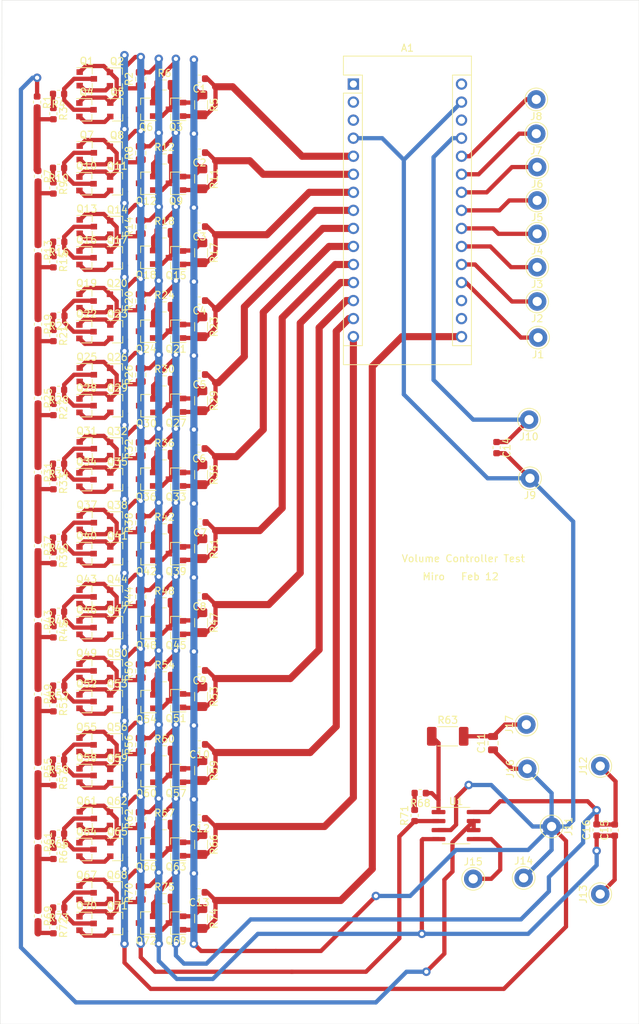
<source format=kicad_pcb>
(kicad_pcb (version 20171130) (host pcbnew 5.1.6-c6e7f7d~87~ubuntu18.04.1)
  (layers (0 F.Cu signal) (31 B.Cu signal) (34 B.Paste user) (35 F.Paste user) (36 B.SilkS user) (37 F.SilkS user) (38 B.Mask user) (39 F.Mask user) (44 Edge.Cuts user))
  (net 0 "")
  (net 1 "Net-(A1-Pad1)")
  (net 2 "Net-(A1-Pad17)")
  (net 3 "Net-(A1-Pad2)")
  (net 4 "Net-(A1-Pad18)")
  (net 5 "Net-(A1-Pad3)")
  (net 6 "Net-(A1-Pad19)")
  (net 7 "Net-(A1-Pad29)")
  (net 8 "Net-(A1-Pad20)")
  (net 9 "Net-(A1-Pad5)")
  (net 10 "Net-(A1-Pad21)")
  (net 11 "Net-(A1-Pad6)")
  (net 12 "Net-(A1-Pad22)")
  (net 13 "Net-(A1-Pad7)")
  (net 14 "Net-(A1-Pad23)")
  (net 15 "Net-(A1-Pad8)")
  (net 16 "Net-(A1-Pad24)")
  (net 17 "Net-(A1-Pad9)")
  (net 18 "Net-(A1-Pad25)")
  (net 19 "Net-(A1-Pad10)")
  (net 20 "Net-(A1-Pad26)")
  (net 21 "Net-(A1-Pad11)")
  (net 22 "Net-(A1-Pad27)")
  (net 23 "Net-(A1-Pad12)")
  (net 24 "Net-(A1-Pad28)")
  (net 25 "Net-(A1-Pad13)")
  (net 26 "Net-(A1-Pad14)")
  (net 27 "Net-(A1-Pad30)")
  (net 28 "Net-(A1-Pad15)")
  (net 29 "Net-(A1-Pad16)")
  (net 30 "Net-(C11-Pad2)")
  (net 31 "Net-(J15-Pad1)")
  (net 32 "Net-(Q1-Pad1)")
  (net 33 "Net-(Q1-Pad2)")
  (net 34 "Net-(Q1-Pad3)")
  (net 35 "Net-(Q14-Pad3)")
  (net 36 "Net-(Q3-Pad3)")
  (net 37 "Net-(Q4-Pad2)")
  (net 38 "Net-(Q10-Pad1)")
  (net 39 "Net-(Q7-Pad2)")
  (net 40 "Net-(Q10-Pad3)")
  (net 41 "Net-(Q12-Pad1)")
  (net 42 "Net-(Q10-Pad2)")
  (net 43 "Net-(Q13-Pad3)")
  (net 44 "Net-(Q13-Pad2)")
  (net 45 "Net-(Q13-Pad1)")
  (net 46 "Net-(Q15-Pad3)")
  (net 47 "Net-(Q16-Pad2)")
  (net 48 "Net-(Q19-Pad1)")
  (net 49 "Net-(Q19-Pad2)")
  (net 50 "Net-(Q19-Pad3)")
  (net 51 "Net-(Q21-Pad3)")
  (net 52 "Net-(Q22-Pad2)")
  (net 53 "Net-(Q25-Pad3)")
  (net 54 "Net-(Q25-Pad2)")
  (net 55 "Net-(Q25-Pad1)")
  (net 56 "Net-(Q27-Pad3)")
  (net 57 "Net-(Q28-Pad2)")
  (net 58 "Net-(Q31-Pad1)")
  (net 59 "Net-(Q31-Pad2)")
  (net 60 "Net-(Q31-Pad3)")
  (net 61 "Net-(Q33-Pad3)")
  (net 62 "Net-(Q34-Pad2)")
  (net 63 "Net-(Q37-Pad3)")
  (net 64 "Net-(Q37-Pad2)")
  (net 65 "Net-(Q37-Pad1)")
  (net 66 "Net-(Q39-Pad3)")
  (net 67 "Net-(Q40-Pad2)")
  (net 68 "Net-(Q43-Pad3)")
  (net 69 "Net-(Q43-Pad2)")
  (net 70 "Net-(Q43-Pad1)")
  (net 71 "Net-(Q45-Pad3)")
  (net 72 "Net-(Q46-Pad2)")
  (net 73 "Net-(Q49-Pad3)")
  (net 74 "Net-(Q49-Pad2)")
  (net 75 "Net-(Q49-Pad1)")
  (net 76 "Net-(Q51-Pad3)")
  (net 77 "Net-(Q52-Pad2)")
  (net 78 "Net-(Q55-Pad1)")
  (net 79 "Net-(Q55-Pad2)")
  (net 80 "Net-(Q55-Pad3)")
  (net 81 "Net-(Q57-Pad3)")
  (net 82 "Net-(Q58-Pad2)")
  (net 83 "Net-(Q61-Pad1)")
  (net 84 "Net-(Q61-Pad2)")
  (net 85 "Net-(Q61-Pad3)")
  (net 86 "Net-(Q63-Pad3)")
  (net 87 "Net-(Q64-Pad2)")
  (net 88 "Net-(Q67-Pad3)")
  (net 89 "Net-(Q67-Pad2)")
  (net 90 "Net-(Q67-Pad1)")
  (net 91 "Net-(Q69-Pad3)")
  (net 92 "Net-(Q70-Pad2)")
  (net 93 "Net-(R1-Pad2)")
  (net 94 "Net-(R1-Pad1)")
  (net 95 "Net-(R3-Pad1)")
  (net 96 "Net-(R13-Pad1)")
  (net 97 "Net-(R10-Pad2)")
  (net 98 "Net-(R13-Pad2)")
  (net 99 "Net-(R15-Pad1)")
  (net 100 "Net-(R19-Pad2)")
  (net 101 "Net-(R21-Pad1)")
  (net 102 "Net-(R25-Pad2)")
  (net 103 "Net-(R27-Pad1)")
  (net 104 "Net-(R31-Pad2)")
  (net 105 "Net-(R33-Pad1)")
  (net 106 "Net-(R37-Pad2)")
  (net 107 "Net-(R39-Pad1)")
  (net 108 "Net-(R43-Pad2)")
  (net 109 "Net-(R45-Pad1)")
  (net 110 "Net-(R49-Pad2)")
  (net 111 "Net-(R51-Pad1)")
  (net 112 "Net-(R55-Pad2)")
  (net 113 "Net-(R57-Pad1)")
  (net 114 "Net-(R61-Pad2)")
  (net 115 "Net-(R63-Pad1)")
  (net 116 "Net-(R64-Pad1)")
  (net 117 "Net-(R68-Pad2)")
  (net 118 "Net-(R69-Pad2)")
  (net 119 "Net-(R72-Pad1)")
  (net 120 "Net-(C15-Pad2)")
  (net 121 "Net-(C15-Pad1)")
  (module Package_TO_SOT_SMD:SOT-23 (layer F.Cu) (at 47.514 49.6824)
    (fp_text reference Q1 (at 0 -2.5) (layer F.SilkS))
    (fp_text value "NMOS GSD AO3400C C541722")
    (pad 1 smd rect (at -1 -0.95) (size 0.9 0.8) (layers F.Cu F.Paste F.Mask) (net 32 "Net-(Q1-Pad1)"))
    (pad 2 smd rect (at -1 0.95) (size 0.9 0.8) (layers F.Cu F.Paste F.Mask) (net 33 "Net-(Q1-Pad2)"))
    (pad 3 smd rect (at 1 0) (size 0.9 0.8) (layers F.Cu F.Paste F.Mask) (net 34 "Net-(Q1-Pad3)"))
  )
  (module Module:Arduino_Nano (layer F.Cu) (at 85.09 50.419)
    (fp_text reference A1 (at 7.62 -5.08) (layer F.SilkS))
    (fp_text value Arduino_Nano_v2.x)
    (pad 1 thru_hole rect (at 0 0) (size 1.6 1.6) (drill 1) (layers *.Cu *.Mask) (net 1 "Net-(A1-Pad1)"))
    (pad 17 thru_hole oval (at 15.24 33.02) (size 1.6 1.6) (drill 1) (layers *.Cu *.Mask) (net 2 "Net-(A1-Pad17)"))
    (pad 2 thru_hole oval (at 0 2.54) (size 1.6 1.6) (drill 1) (layers *.Cu *.Mask) (net 3 "Net-(A1-Pad2)"))
    (pad 18 thru_hole oval (at 15.24 30.48) (size 1.6 1.6) (drill 1) (layers *.Cu *.Mask) (net 4 "Net-(A1-Pad18)"))
    (pad 3 thru_hole oval (at 0 5.08) (size 1.6 1.6) (drill 1) (layers *.Cu *.Mask) (net 5 "Net-(A1-Pad3)"))
    (pad 19 thru_hole oval (at 15.24 27.94) (size 1.6 1.6) (drill 1) (layers *.Cu *.Mask) (net 6 "Net-(A1-Pad19)"))
    (pad 4 thru_hole oval (at 0 7.62) (size 1.6 1.6) (drill 1) (layers *.Cu *.Mask) (net 7 "Net-(A1-Pad29)"))
    (pad 20 thru_hole oval (at 15.24 25.4) (size 1.6 1.6) (drill 1) (layers *.Cu *.Mask) (net 8 "Net-(A1-Pad20)"))
    (pad 5 thru_hole oval (at 0 10.16) (size 1.6 1.6) (drill 1) (layers *.Cu *.Mask) (net 9 "Net-(A1-Pad5)"))
    (pad 21 thru_hole oval (at 15.24 22.86) (size 1.6 1.6) (drill 1) (layers *.Cu *.Mask) (net 10 "Net-(A1-Pad21)"))
    (pad 6 thru_hole oval (at 0 12.7) (size 1.6 1.6) (drill 1) (layers *.Cu *.Mask) (net 11 "Net-(A1-Pad6)"))
    (pad 22 thru_hole oval (at 15.24 20.32) (size 1.6 1.6) (drill 1) (layers *.Cu *.Mask) (net 12 "Net-(A1-Pad22)"))
    (pad 7 thru_hole oval (at 0 15.24) (size 1.6 1.6) (drill 1) (layers *.Cu *.Mask) (net 13 "Net-(A1-Pad7)"))
    (pad 23 thru_hole oval (at 15.24 17.78) (size 1.6 1.6) (drill 1) (layers *.Cu *.Mask) (net 14 "Net-(A1-Pad23)"))
    (pad 8 thru_hole oval (at 0 17.78) (size 1.6 1.6) (drill 1) (layers *.Cu *.Mask) (net 15 "Net-(A1-Pad8)"))
    (pad 24 thru_hole oval (at 15.24 15.24) (size 1.6 1.6) (drill 1) (layers *.Cu *.Mask) (net 16 "Net-(A1-Pad24)"))
    (pad 9 thru_hole oval (at 0 20.32) (size 1.6 1.6) (drill 1) (layers *.Cu *.Mask) (net 17 "Net-(A1-Pad9)"))
    (pad 25 thru_hole oval (at 15.24 12.7) (size 1.6 1.6) (drill 1) (layers *.Cu *.Mask) (net 18 "Net-(A1-Pad25)"))
    (pad 10 thru_hole oval (at 0 22.86) (size 1.6 1.6) (drill 1) (layers *.Cu *.Mask) (net 19 "Net-(A1-Pad10)"))
    (pad 26 thru_hole oval (at 15.24 10.16) (size 1.6 1.6) (drill 1) (layers *.Cu *.Mask) (net 20 "Net-(A1-Pad26)"))
    (pad 11 thru_hole oval (at 0 25.4) (size 1.6 1.6) (drill 1) (layers *.Cu *.Mask) (net 21 "Net-(A1-Pad11)"))
    (pad 27 thru_hole oval (at 15.24 7.62) (size 1.6 1.6) (drill 1) (layers *.Cu *.Mask) (net 22 "Net-(A1-Pad27)"))
    (pad 12 thru_hole oval (at 0 27.94) (size 1.6 1.6) (drill 1) (layers *.Cu *.Mask) (net 23 "Net-(A1-Pad12)"))
    (pad 28 thru_hole oval (at 15.24 5.08) (size 1.6 1.6) (drill 1) (layers *.Cu *.Mask) (net 24 "Net-(A1-Pad28)"))
    (pad 13 thru_hole oval (at 0 30.48) (size 1.6 1.6) (drill 1) (layers *.Cu *.Mask) (net 25 "Net-(A1-Pad13)"))
    (pad 29 thru_hole oval (at 15.24 2.54) (size 1.6 1.6) (drill 1) (layers *.Cu *.Mask) (net 7 "Net-(A1-Pad29)"))
    (pad 14 thru_hole oval (at 0 33.02) (size 1.6 1.6) (drill 1) (layers *.Cu *.Mask) (net 26 "Net-(A1-Pad14)"))
    (pad 30 thru_hole oval (at 15.24 0) (size 1.6 1.6) (drill 1) (layers *.Cu *.Mask) (net 27 "Net-(A1-Pad30)"))
    (pad 15 thru_hole oval (at 0 35.56) (size 1.6 1.6) (drill 1) (layers *.Cu *.Mask) (net 28 "Net-(A1-Pad15)"))
    (pad 16 thru_hole oval (at 15.24 35.56) (size 1.6 1.6) (drill 1) (layers *.Cu *.Mask) (net 29 "Net-(A1-Pad16)"))
  )
  (module Capacitor_SMD:C_0603_1608Metric (layer F.Cu) (at 63.3985 49.657 180)
    (fp_text reference C1 (at 0 -1.43) (layer F.SilkS))
    (fp_text value "220nF C21120")
    (pad 2 smd roundrect (at 0.7875 0 180) (size 0.875 0.95) (layers F.Cu F.Paste F.Mask) (net 7 "Net-(A1-Pad29)"))
    (pad 1 smd roundrect (at -0.7875 0 180) (size 0.875 0.95) (layers F.Cu F.Paste F.Mask) (net 9 "Net-(A1-Pad5)"))
  )
  (module Capacitor_SMD:C_0603_1608Metric (layer F.Cu) (at 63.3985 60.071 180)
    (fp_text reference C2 (at 0 -1.43) (layer F.SilkS))
    (fp_text value "220nF C21120")
    (pad 1 smd roundrect (at -0.7875 0 180) (size 0.875 0.95) (layers F.Cu F.Paste F.Mask) (net 11 "Net-(A1-Pad6)"))
    (pad 2 smd roundrect (at 0.7875 0 180) (size 0.875 0.95) (layers F.Cu F.Paste F.Mask) (net 7 "Net-(A1-Pad29)"))
  )
  (module Capacitor_SMD:C_0603_1608Metric (layer F.Cu) (at 63.3985 70.485 180)
    (fp_text reference C3 (at 0 -1.43) (layer F.SilkS))
    (fp_text value "220nF C21120")
    (pad 1 smd roundrect (at -0.7875 0 180) (size 0.875 0.95) (layers F.Cu F.Paste F.Mask) (net 13 "Net-(A1-Pad7)"))
    (pad 2 smd roundrect (at 0.7875 0 180) (size 0.875 0.95) (layers F.Cu F.Paste F.Mask) (net 7 "Net-(A1-Pad29)"))
  )
  (module Capacitor_SMD:C_0603_1608Metric (layer F.Cu) (at 63.3985 80.899 180)
    (fp_text reference C4 (at 0 -1.43) (layer F.SilkS))
    (fp_text value "220nF C21120")
    (pad 1 smd roundrect (at -0.7875 0 180) (size 0.875 0.95) (layers F.Cu F.Paste F.Mask) (net 15 "Net-(A1-Pad8)"))
    (pad 2 smd roundrect (at 0.7875 0 180) (size 0.875 0.95) (layers F.Cu F.Paste F.Mask) (net 7 "Net-(A1-Pad29)"))
  )
  (module Capacitor_SMD:C_0603_1608Metric (layer F.Cu) (at 63.3985 91.313 180)
    (fp_text reference C5 (at 0 -1.43) (layer F.SilkS))
    (fp_text value "220nF C21120")
    (pad 2 smd roundrect (at 0.7875 0 180) (size 0.875 0.95) (layers F.Cu F.Paste F.Mask) (net 7 "Net-(A1-Pad29)"))
    (pad 1 smd roundrect (at -0.7875 0 180) (size 0.875 0.95) (layers F.Cu F.Paste F.Mask) (net 17 "Net-(A1-Pad9)"))
  )
  (module Capacitor_SMD:C_0603_1608Metric (layer F.Cu) (at 63.3475 101.727 180)
    (fp_text reference C6 (at 0 -1.43) (layer F.SilkS))
    (fp_text value "220nF C21120")
    (pad 1 smd roundrect (at -0.7875 0 180) (size 0.875 0.95) (layers F.Cu F.Paste F.Mask) (net 19 "Net-(A1-Pad10)"))
    (pad 2 smd roundrect (at 0.7875 0 180) (size 0.875 0.95) (layers F.Cu F.Paste F.Mask) (net 7 "Net-(A1-Pad29)"))
  )
  (module Capacitor_SMD:C_0603_1608Metric (layer F.Cu) (at 63.4745 112.141 180)
    (fp_text reference C7 (at 0 -1.43) (layer F.SilkS))
    (fp_text value "220nF C21120")
    (pad 2 smd roundrect (at 0.7875 0 180) (size 0.875 0.95) (layers F.Cu F.Paste F.Mask) (net 7 "Net-(A1-Pad29)"))
    (pad 1 smd roundrect (at -0.7875 0 180) (size 0.875 0.95) (layers F.Cu F.Paste F.Mask) (net 21 "Net-(A1-Pad11)"))
  )
  (module Capacitor_SMD:C_0603_1608Metric (layer F.Cu) (at 63.3985 122.555 180)
    (fp_text reference C8 (at 0 -1.43) (layer F.SilkS))
    (fp_text value "220nF C21120")
    (pad 1 smd roundrect (at -0.7875 0 180) (size 0.875 0.95) (layers F.Cu F.Paste F.Mask) (net 23 "Net-(A1-Pad12)"))
    (pad 2 smd roundrect (at 0.7875 0 180) (size 0.875 0.95) (layers F.Cu F.Paste F.Mask) (net 7 "Net-(A1-Pad29)"))
  )
  (module Capacitor_SMD:C_0603_1608Metric (layer F.Cu) (at 63.3985 132.969 180)
    (fp_text reference C9 (at 0 -1.43) (layer F.SilkS))
    (fp_text value "220nF C21120")
    (pad 2 smd roundrect (at 0.7875 0 180) (size 0.875 0.95) (layers F.Cu F.Paste F.Mask) (net 7 "Net-(A1-Pad29)"))
    (pad 1 smd roundrect (at -0.7875 0 180) (size 0.875 0.95) (layers F.Cu F.Paste F.Mask) (net 25 "Net-(A1-Pad13)"))
  )
  (module Capacitor_SMD:C_0603_1608Metric (layer F.Cu) (at 63.3985 143.383 180)
    (fp_text reference C10 (at 0 -1.43) (layer F.SilkS))
    (fp_text value "220nF C21120")
    (pad 1 smd roundrect (at -0.7875 0 180) (size 0.875 0.95) (layers F.Cu F.Paste F.Mask) (net 26 "Net-(A1-Pad14)"))
    (pad 2 smd roundrect (at 0.7875 0 180) (size 0.875 0.95) (layers F.Cu F.Paste F.Mask) (net 7 "Net-(A1-Pad29)"))
  )
  (module Capacitor_SMD:C_0805_2012Metric (layer F.Cu) (at 104.775 143.2075 90)
    (fp_text reference C11 (at 0 -1.65 90) (layer F.SilkS))
    (fp_text value "10nF C1710")
    (pad 1 smd roundrect (at -0.9375 0 90) (size 0.975 1.4) (layers F.Cu F.Paste F.Mask) (net 7 "Net-(A1-Pad29)"))
    (pad 2 smd roundrect (at 0.9375 0 90) (size 0.975 1.4) (layers F.Cu F.Paste F.Mask) (net 30 "Net-(C11-Pad2)"))
  )
  (module Capacitor_SMD:C_0603_1608Metric (layer F.Cu) (at 63.3985 153.797 180)
    (fp_text reference C12 (at 0 -1.43) (layer F.SilkS))
    (fp_text value "220nF C21120")
    (pad 2 smd roundrect (at 0.7875 0 180) (size 0.875 0.95) (layers F.Cu F.Paste F.Mask) (net 7 "Net-(A1-Pad29)"))
    (pad 1 smd roundrect (at -0.7875 0 180) (size 0.875 0.95) (layers F.Cu F.Paste F.Mask) (net 28 "Net-(A1-Pad15)"))
  )
  (module Capacitor_SMD:C_0603_1608Metric (layer F.Cu) (at 63.3475 164.211 180)
    (fp_text reference C13 (at 0 -1.43) (layer F.SilkS))
    (fp_text value "220nF C21120")
    (pad 2 smd roundrect (at 0.7875 0 180) (size 0.875 0.95) (layers F.Cu F.Paste F.Mask) (net 7 "Net-(A1-Pad29)"))
    (pad 1 smd roundrect (at -0.7875 0 180) (size 0.875 0.95) (layers F.Cu F.Paste F.Mask) (net 29 "Net-(A1-Pad16)"))
  )
  (module Connector_Pin:Pin_D1.3mm_L11.0mm (layer F.Cu) (at 111.125 86.106)
    (fp_text reference J1 (at 0 2.4) (layer F.SilkS))
    (fp_text value "conn A0")
    (pad 1 thru_hole circle (at 0 0) (size 2.6 2.6) (drill 1.3) (layers *.Cu *.Mask) (net 6 "Net-(A1-Pad19)"))
  )
  (module Connector_Pin:Pin_D1.3mm_L11.0mm (layer F.Cu) (at 110.998 81.026)
    (fp_text reference J2 (at 0 2.4) (layer F.SilkS))
    (fp_text value "conn A1")
    (pad 1 thru_hole circle (at 0 0) (size 2.6 2.6) (drill 1.3) (layers *.Cu *.Mask) (net 8 "Net-(A1-Pad20)"))
  )
  (module Connector_Pin:Pin_D1.3mm_L11.0mm (layer F.Cu) (at 110.998 76.2)
    (fp_text reference J3 (at 0 2.4) (layer F.SilkS))
    (fp_text value "conn A2")
    (pad 1 thru_hole circle (at 0 0) (size 2.6 2.6) (drill 1.3) (layers *.Cu *.Mask) (net 10 "Net-(A1-Pad21)"))
  )
  (module Connector_Pin:Pin_D1.3mm_L11.0mm (layer F.Cu) (at 110.998 71.501)
    (fp_text reference J4 (at 0 2.4) (layer F.SilkS))
    (fp_text value "conn A3")
    (pad 1 thru_hole circle (at 0 0) (size 2.6 2.6) (drill 1.3) (layers *.Cu *.Mask) (net 12 "Net-(A1-Pad22)"))
  )
  (module Connector_Pin:Pin_D1.3mm_L11.0mm (layer F.Cu) (at 110.998 66.802)
    (fp_text reference J5 (at 0 2.4) (layer F.SilkS))
    (fp_text value "conn A4")
    (pad 1 thru_hole circle (at 0 0) (size 2.6 2.6) (drill 1.3) (layers *.Cu *.Mask) (net 14 "Net-(A1-Pad23)"))
  )
  (module Connector_Pin:Pin_D1.3mm_L11.0mm (layer F.Cu) (at 110.998 62.103)
    (fp_text reference J6 (at 0 2.4) (layer F.SilkS))
    (fp_text value "conn A5")
    (pad 1 thru_hole circle (at 0 0) (size 2.6 2.6) (drill 1.3) (layers *.Cu *.Mask) (net 16 "Net-(A1-Pad24)"))
  )
  (module Connector_Pin:Pin_D1.3mm_L11.0mm (layer F.Cu) (at 110.871 57.404)
    (fp_text reference J7 (at 0 2.4) (layer F.SilkS))
    (fp_text value "conn A6")
    (pad 1 thru_hole circle (at 0 0) (size 2.6 2.6) (drill 1.3) (layers *.Cu *.Mask) (net 18 "Net-(A1-Pad25)"))
  )
  (module Connector_Pin:Pin_D1.3mm_L11.0mm (layer F.Cu) (at 110.871 52.578)
    (fp_text reference J8 (at 0 2.4) (layer F.SilkS))
    (fp_text value "conn A7")
    (pad 1 thru_hole circle (at 0 0) (size 2.6 2.6) (drill 1.3) (layers *.Cu *.Mask) (net 20 "Net-(A1-Pad26)"))
  )
  (module Connector_Pin:Pin_D1.3mm_L11.0mm (layer F.Cu) (at 109.982 105.918)
    (fp_text reference J9 (at 0 2.4) (layer F.SilkS))
    (fp_text value "GND for Ard")
    (pad 1 thru_hole circle (at 0 0) (size 2.6 2.6) (drill 1.3) (layers *.Cu *.Mask) (net 7 "Net-(A1-Pad29)"))
  )
  (module Connector_Pin:Pin_D1.3mm_L11.0mm (layer F.Cu) (at 109.855 97.663)
    (fp_text reference J10 (at 0 2.4) (layer F.SilkS))
    (fp_text value "+5V for ard")
    (pad 1 thru_hole circle (at 0 0) (size 2.6 2.6) (drill 1.3) (layers *.Cu *.Mask) (net 22 "Net-(A1-Pad27)"))
  )
  (module Connector_Pin:Pin_D1.3mm_L11.0mm (layer F.Cu) (at 113.03 154.94 90)
    (fp_text reference J11 (at 0 2.4 90) (layer F.SilkS))
    (fp_text value GND)
    (pad 1 thru_hole circle (at 0 0 90) (size 2.6 2.6) (drill 1.3) (layers *.Cu *.Mask) (net 7 "Net-(A1-Pad29)"))
  )
  (module Connector_Pin:Pin_D1.3mm_L11.0mm (layer F.Cu) (at 119.888 146.431 270)
    (fp_text reference J12 (at 0 2.4 90) (layer F.SilkS))
    (fp_text value +12V)
    (pad 1 thru_hole circle (at 0 0 270) (size 2.6 2.6) (drill 1.3) (layers *.Cu *.Mask) (net 120 "Net-(C15-Pad2)"))
  )
  (module Connector_Pin:Pin_D1.3mm_L11.0mm (layer F.Cu) (at 119.888 164.465 270)
    (fp_text reference J13 (at 0 2.4 90) (layer F.SilkS))
    (fp_text value -12V)
    (pad 1 thru_hole circle (at 0 0 270) (size 2.6 2.6) (drill 1.3) (layers *.Cu *.Mask) (net 121 "Net-(C15-Pad1)"))
  )
  (module Connector_Pin:Pin_D1.3mm_L11.0mm (layer F.Cu) (at 109.093 162.179 180)
    (fp_text reference J14 (at 0 2.4) (layer F.SilkS))
    (fp_text value "GND In")
    (pad 1 thru_hole circle (at 0 0 180) (size 2.6 2.6) (drill 1.3) (layers *.Cu *.Mask) (net 7 "Net-(A1-Pad29)"))
  )
  (module Connector_Pin:Pin_D1.3mm_L11.0mm (layer F.Cu) (at 101.981 162.306 180)
    (fp_text reference J15 (at 0 2.4) (layer F.SilkS))
    (fp_text value In)
    (pad 1 thru_hole circle (at 0 0 180) (size 2.6 2.6) (drill 1.3) (layers *.Cu *.Mask) (net 31 "Net-(J15-Pad1)"))
  )
  (module Connector_Pin:Pin_D1.3mm_L11.0mm (layer F.Cu) (at 109.601 146.812 270)
    (fp_text reference J16 (at 0 2.4 90) (layer F.SilkS))
    (fp_text value "GND Out")
    (pad 1 thru_hole circle (at 0 0 270) (size 2.6 2.6) (drill 1.3) (layers *.Cu *.Mask) (net 7 "Net-(A1-Pad29)"))
  )
  (module Connector_Pin:Pin_D1.3mm_L11.0mm (layer F.Cu) (at 109.474 140.589 270)
    (fp_text reference J17 (at 0 2.4 90) (layer F.SilkS))
    (fp_text value Out)
    (pad 1 thru_hole circle (at 0 0 270) (size 2.6 2.6) (drill 1.3) (layers *.Cu *.Mask) (net 30 "Net-(C11-Pad2)"))
  )
  (module Package_TO_SOT_SMD:SOT-23 (layer F.Cu) (at 51.7746 49.718)
    (fp_text reference Q2 (at 0 -2.5) (layer F.SilkS))
    (fp_text value "NMOS GSD AO3400C C541722")
    (pad 3 smd rect (at 1 0) (size 0.9 0.8) (layers F.Cu F.Paste F.Mask) (net 35 "Net-(Q14-Pad3)"))
    (pad 2 smd rect (at -1 0.95) (size 0.9 0.8) (layers F.Cu F.Paste F.Mask) (net 33 "Net-(Q1-Pad2)"))
    (pad 1 smd rect (at -1 -0.95) (size 0.9 0.8) (layers F.Cu F.Paste F.Mask) (net 32 "Net-(Q1-Pad1)"))
  )
  (module Package_TO_SOT_SMD:SOT-23 (layer F.Cu) (at 60.087 53.975 180)
    (fp_text reference Q3 (at 0 -2.5) (layer F.SilkS))
    (fp_text value "NMOS GSD AO3400C C541722")
    (pad 1 smd rect (at -1 -0.95 180) (size 0.9 0.8) (layers F.Cu F.Paste F.Mask) (net 9 "Net-(A1-Pad5)"))
    (pad 2 smd rect (at -1 0.95 180) (size 0.9 0.8) (layers F.Cu F.Paste F.Mask) (net 7 "Net-(A1-Pad29)"))
    (pad 3 smd rect (at 1 0 180) (size 0.9 0.8) (layers F.Cu F.Paste F.Mask) (net 36 "Net-(Q3-Pad3)"))
  )
  (module Package_TO_SOT_SMD:SOT-23 (layer F.Cu) (at 47.4726 54.036)
    (fp_text reference Q4 (at 0 -2.5) (layer F.SilkS))
    (fp_text value "PMOS GSD AO3401A C15127")
    (pad 3 smd rect (at 1 0) (size 0.9 0.8) (layers F.Cu F.Paste F.Mask) (net 34 "Net-(Q1-Pad3)"))
    (pad 2 smd rect (at -1 0.95) (size 0.9 0.8) (layers F.Cu F.Paste F.Mask) (net 37 "Net-(Q4-Pad2)"))
    (pad 1 smd rect (at -1 -0.95) (size 0.9 0.8) (layers F.Cu F.Paste F.Mask) (net 32 "Net-(Q1-Pad1)"))
  )
  (module Package_TO_SOT_SMD:SOT-23 (layer F.Cu) (at 51.8254 54.036)
    (fp_text reference Q5 (at 0 -2.5) (layer F.SilkS))
    (fp_text value "PMOS GSD AO3401A C15127")
    (pad 1 smd rect (at -1 -0.95) (size 0.9 0.8) (layers F.Cu F.Paste F.Mask) (net 32 "Net-(Q1-Pad1)"))
    (pad 2 smd rect (at -1 0.95) (size 0.9 0.8) (layers F.Cu F.Paste F.Mask) (net 37 "Net-(Q4-Pad2)"))
    (pad 3 smd rect (at 1 0) (size 0.9 0.8) (layers F.Cu F.Paste F.Mask) (net 7 "Net-(A1-Pad29)"))
  )
  (module Package_TO_SOT_SMD:SOT-23 (layer F.Cu) (at 55.864 53.975 180)
    (fp_text reference Q6 (at 0 -2.5) (layer F.SilkS))
    (fp_text value "PMOS GSD AO3401A C15127")
    (pad 1 smd rect (at -1 -0.95 180) (size 0.9 0.8) (layers F.Cu F.Paste F.Mask) (net 36 "Net-(Q3-Pad3)"))
    (pad 2 smd rect (at -1 0.95 180) (size 0.9 0.8) (layers F.Cu F.Paste F.Mask) (net 120 "Net-(C15-Pad2)"))
    (pad 3 smd rect (at 1 0 180) (size 0.9 0.8) (layers F.Cu F.Paste F.Mask) (net 32 "Net-(Q1-Pad1)"))
  )
  (module Package_TO_SOT_SMD:SOT-23 (layer F.Cu) (at 47.514 60.0964)
    (fp_text reference Q7 (at 0 -2.5) (layer F.SilkS))
    (fp_text value "NMOS GSD AO3400C C541722")
    (pad 1 smd rect (at -1 -0.95) (size 0.9 0.8) (layers F.Cu F.Paste F.Mask) (net 38 "Net-(Q10-Pad1)"))
    (pad 2 smd rect (at -1 0.95) (size 0.9 0.8) (layers F.Cu F.Paste F.Mask) (net 39 "Net-(Q7-Pad2)"))
    (pad 3 smd rect (at 1 0) (size 0.9 0.8) (layers F.Cu F.Paste F.Mask) (net 40 "Net-(Q10-Pad3)"))
  )
  (module Package_TO_SOT_SMD:SOT-23 (layer F.Cu) (at 51.7746 60.132)
    (fp_text reference Q8 (at 0 -2.5) (layer F.SilkS))
    (fp_text value "NMOS GSD AO3400C C541722")
    (pad 3 smd rect (at 1 0) (size 0.9 0.8) (layers F.Cu F.Paste F.Mask) (net 35 "Net-(Q14-Pad3)"))
    (pad 2 smd rect (at -1 0.95) (size 0.9 0.8) (layers F.Cu F.Paste F.Mask) (net 39 "Net-(Q7-Pad2)"))
    (pad 1 smd rect (at -1 -0.95) (size 0.9 0.8) (layers F.Cu F.Paste F.Mask) (net 38 "Net-(Q10-Pad1)"))
  )
  (module Package_TO_SOT_SMD:SOT-23 (layer F.Cu) (at 60.087 64.389 180)
    (fp_text reference Q9 (at 0 -2.5) (layer F.SilkS))
    (fp_text value "NMOS GSD AO3400C C541722")
    (pad 3 smd rect (at 1 0 180) (size 0.9 0.8) (layers F.Cu F.Paste F.Mask) (net 41 "Net-(Q12-Pad1)"))
    (pad 2 smd rect (at -1 0.95 180) (size 0.9 0.8) (layers F.Cu F.Paste F.Mask) (net 7 "Net-(A1-Pad29)"))
    (pad 1 smd rect (at -1 -0.95 180) (size 0.9 0.8) (layers F.Cu F.Paste F.Mask) (net 11 "Net-(A1-Pad6)"))
  )
  (module Package_TO_SOT_SMD:SOT-23 (layer F.Cu) (at 47.4726 64.45)
    (fp_text reference Q10 (at 0 -2.5) (layer F.SilkS))
    (fp_text value "PMOS GSD AO3401A C15127")
    (pad 3 smd rect (at 1 0) (size 0.9 0.8) (layers F.Cu F.Paste F.Mask) (net 40 "Net-(Q10-Pad3)"))
    (pad 2 smd rect (at -1 0.95) (size 0.9 0.8) (layers F.Cu F.Paste F.Mask) (net 42 "Net-(Q10-Pad2)"))
    (pad 1 smd rect (at -1 -0.95) (size 0.9 0.8) (layers F.Cu F.Paste F.Mask) (net 38 "Net-(Q10-Pad1)"))
  )
  (module Package_TO_SOT_SMD:SOT-23 (layer F.Cu) (at 51.8 64.45)
    (fp_text reference Q11 (at 0 -2.5) (layer F.SilkS))
    (fp_text value "PMOS GSD AO3401A C15127")
    (pad 1 smd rect (at -1 -0.95) (size 0.9 0.8) (layers F.Cu F.Paste F.Mask) (net 38 "Net-(Q10-Pad1)"))
    (pad 2 smd rect (at -1 0.95) (size 0.9 0.8) (layers F.Cu F.Paste F.Mask) (net 42 "Net-(Q10-Pad2)"))
    (pad 3 smd rect (at 1 0) (size 0.9 0.8) (layers F.Cu F.Paste F.Mask) (net 7 "Net-(A1-Pad29)"))
  )
  (module Package_TO_SOT_SMD:SOT-23 (layer F.Cu) (at 55.88 64.389 180)
    (fp_text reference Q12 (at 0 -2.5) (layer F.SilkS))
    (fp_text value "PMOS GSD AO3401A C15127")
    (pad 1 smd rect (at -1 -0.95 180) (size 0.9 0.8) (layers F.Cu F.Paste F.Mask) (net 41 "Net-(Q12-Pad1)"))
    (pad 2 smd rect (at -1 0.95 180) (size 0.9 0.8) (layers F.Cu F.Paste F.Mask) (net 120 "Net-(C15-Pad2)"))
    (pad 3 smd rect (at 1 0 180) (size 0.9 0.8) (layers F.Cu F.Paste F.Mask) (net 38 "Net-(Q10-Pad1)"))
  )
  (module Package_TO_SOT_SMD:SOT-23 (layer F.Cu) (at 47.514 70.485)
    (fp_text reference Q13 (at 0 -2.5) (layer F.SilkS))
    (fp_text value "NMOS GSD AO3400C C541722")
    (pad 3 smd rect (at 1 0) (size 0.9 0.8) (layers F.Cu F.Paste F.Mask) (net 43 "Net-(Q13-Pad3)"))
    (pad 2 smd rect (at -1 0.95) (size 0.9 0.8) (layers F.Cu F.Paste F.Mask) (net 44 "Net-(Q13-Pad2)"))
    (pad 1 smd rect (at -1 -0.95) (size 0.9 0.8) (layers F.Cu F.Paste F.Mask) (net 45 "Net-(Q13-Pad1)"))
  )
  (module Package_TO_SOT_SMD:SOT-23 (layer F.Cu) (at 51.816 70.612)
    (fp_text reference Q14 (at 0 -2.5) (layer F.SilkS))
    (fp_text value "NMOS GSD AO3400C C541722")
    (pad 1 smd rect (at -1 -0.95) (size 0.9 0.8) (layers F.Cu F.Paste F.Mask) (net 45 "Net-(Q13-Pad1)"))
    (pad 2 smd rect (at -1 0.95) (size 0.9 0.8) (layers F.Cu F.Paste F.Mask) (net 44 "Net-(Q13-Pad2)"))
    (pad 3 smd rect (at 1 0) (size 0.9 0.8) (layers F.Cu F.Paste F.Mask) (net 35 "Net-(Q14-Pad3)"))
  )
  (module Package_TO_SOT_SMD:SOT-23 (layer F.Cu) (at 60.087 74.864 180)
    (fp_text reference Q15 (at 0 -2.5) (layer F.SilkS))
    (fp_text value "NMOS GSD AO3400C C541722")
    (pad 3 smd rect (at 1 0 180) (size 0.9 0.8) (layers F.Cu F.Paste F.Mask) (net 46 "Net-(Q15-Pad3)"))
    (pad 2 smd rect (at -1 0.95 180) (size 0.9 0.8) (layers F.Cu F.Paste F.Mask) (net 7 "Net-(A1-Pad29)"))
    (pad 1 smd rect (at -1 -0.95 180) (size 0.9 0.8) (layers F.Cu F.Paste F.Mask) (net 13 "Net-(A1-Pad7)"))
  )
  (module Package_TO_SOT_SMD:SOT-23 (layer F.Cu) (at 47.482 74.869)
    (fp_text reference Q16 (at 0 -2.5) (layer F.SilkS))
    (fp_text value "PMOS GSD AO3401A C15127")
    (pad 1 smd rect (at -1 -0.95) (size 0.9 0.8) (layers F.Cu F.Paste F.Mask) (net 45 "Net-(Q13-Pad1)"))
    (pad 2 smd rect (at -1 0.95) (size 0.9 0.8) (layers F.Cu F.Paste F.Mask) (net 47 "Net-(Q16-Pad2)"))
    (pad 3 smd rect (at 1 0) (size 0.9 0.8) (layers F.Cu F.Paste F.Mask) (net 43 "Net-(Q13-Pad3)"))
  )
  (module Package_TO_SOT_SMD:SOT-23 (layer F.Cu) (at 51.8 74.869)
    (fp_text reference Q17 (at 0 -2.5) (layer F.SilkS))
    (fp_text value "PMOS GSD AO3401A C15127")
    (pad 3 smd rect (at 1 0) (size 0.9 0.8) (layers F.Cu F.Paste F.Mask) (net 7 "Net-(A1-Pad29)"))
    (pad 2 smd rect (at -1 0.95) (size 0.9 0.8) (layers F.Cu F.Paste F.Mask) (net 47 "Net-(Q16-Pad2)"))
    (pad 1 smd rect (at -1 -0.95) (size 0.9 0.8) (layers F.Cu F.Paste F.Mask) (net 45 "Net-(Q13-Pad1)"))
  )
  (module Package_TO_SOT_SMD:SOT-23 (layer F.Cu) (at 55.864 74.803 180)
    (fp_text reference Q18 (at 0 -2.5) (layer F.SilkS))
    (fp_text value "PMOS GSD AO3401A C15127")
    (pad 3 smd rect (at 1 0 180) (size 0.9 0.8) (layers F.Cu F.Paste F.Mask) (net 45 "Net-(Q13-Pad1)"))
    (pad 2 smd rect (at -1 0.95 180) (size 0.9 0.8) (layers F.Cu F.Paste F.Mask) (net 120 "Net-(C15-Pad2)"))
    (pad 1 smd rect (at -1 -0.95 180) (size 0.9 0.8) (layers F.Cu F.Paste F.Mask) (net 46 "Net-(Q15-Pad3)"))
  )
  (module Package_TO_SOT_SMD:SOT-23 (layer F.Cu) (at 47.482 80.96)
    (fp_text reference Q19 (at 0 -2.5) (layer F.SilkS))
    (fp_text value "NMOS GSD AO3400C C541722")
    (pad 1 smd rect (at -1 -0.95) (size 0.9 0.8) (layers F.Cu F.Paste F.Mask) (net 48 "Net-(Q19-Pad1)"))
    (pad 2 smd rect (at -1 0.95) (size 0.9 0.8) (layers F.Cu F.Paste F.Mask) (net 49 "Net-(Q19-Pad2)"))
    (pad 3 smd rect (at 1 0) (size 0.9 0.8) (layers F.Cu F.Paste F.Mask) (net 50 "Net-(Q19-Pad3)"))
  )
  (module Package_TO_SOT_SMD:SOT-23 (layer F.Cu) (at 51.7746 80.96)
    (fp_text reference Q20 (at 0 -2.5) (layer F.SilkS))
    (fp_text value "NMOS GSD AO3400C C541722")
    (pad 1 smd rect (at -1 -0.95) (size 0.9 0.8) (layers F.Cu F.Paste F.Mask) (net 48 "Net-(Q19-Pad1)"))
    (pad 2 smd rect (at -1 0.95) (size 0.9 0.8) (layers F.Cu F.Paste F.Mask) (net 49 "Net-(Q19-Pad2)"))
    (pad 3 smd rect (at 1 0) (size 0.9 0.8) (layers F.Cu F.Paste F.Mask) (net 35 "Net-(Q14-Pad3)"))
  )
  (module Package_TO_SOT_SMD:SOT-23 (layer F.Cu) (at 60.087 85.217 180)
    (fp_text reference Q21 (at 0 -2.5) (layer F.SilkS))
    (fp_text value "NMOS GSD AO3400C C541722")
    (pad 3 smd rect (at 1 0 180) (size 0.9 0.8) (layers F.Cu F.Paste F.Mask) (net 51 "Net-(Q21-Pad3)"))
    (pad 2 smd rect (at -1 0.95 180) (size 0.9 0.8) (layers F.Cu F.Paste F.Mask) (net 7 "Net-(A1-Pad29)"))
    (pad 1 smd rect (at -1 -0.95 180) (size 0.9 0.8) (layers F.Cu F.Paste F.Mask) (net 15 "Net-(A1-Pad8)"))
  )
  (module Package_TO_SOT_SMD:SOT-23 (layer F.Cu) (at 47.4726 85.278)
    (fp_text reference Q22 (at 0 -2.5) (layer F.SilkS))
    (fp_text value "PMOS GSD AO3401A C15127")
    (pad 3 smd rect (at 1 0) (size 0.9 0.8) (layers F.Cu F.Paste F.Mask) (net 50 "Net-(Q19-Pad3)"))
    (pad 2 smd rect (at -1 0.95) (size 0.9 0.8) (layers F.Cu F.Paste F.Mask) (net 52 "Net-(Q22-Pad2)"))
    (pad 1 smd rect (at -1 -0.95) (size 0.9 0.8) (layers F.Cu F.Paste F.Mask) (net 48 "Net-(Q19-Pad1)"))
  )
  (module Package_TO_SOT_SMD:SOT-23 (layer F.Cu) (at 51.8254 85.278)
    (fp_text reference Q23 (at 0 -2.5) (layer F.SilkS))
    (fp_text value "PMOS GSD AO3401A C15127")
    (pad 3 smd rect (at 1 0) (size 0.9 0.8) (layers F.Cu F.Paste F.Mask) (net 7 "Net-(A1-Pad29)"))
    (pad 2 smd rect (at -1 0.95) (size 0.9 0.8) (layers F.Cu F.Paste F.Mask) (net 52 "Net-(Q22-Pad2)"))
    (pad 1 smd rect (at -1 -0.95) (size 0.9 0.8) (layers F.Cu F.Paste F.Mask) (net 48 "Net-(Q19-Pad1)"))
  )
  (module Package_TO_SOT_SMD:SOT-23 (layer F.Cu) (at 55.864 85.217 180)
    (fp_text reference Q24 (at 0 -2.5) (layer F.SilkS))
    (fp_text value "PMOS GSD AO3401A C15127")
    (pad 1 smd rect (at -1 -0.95 180) (size 0.9 0.8) (layers F.Cu F.Paste F.Mask) (net 51 "Net-(Q21-Pad3)"))
    (pad 2 smd rect (at -1 0.95 180) (size 0.9 0.8) (layers F.Cu F.Paste F.Mask) (net 120 "Net-(C15-Pad2)"))
    (pad 3 smd rect (at 1 0 180) (size 0.9 0.8) (layers F.Cu F.Paste F.Mask) (net 48 "Net-(Q19-Pad1)"))
  )
  (module Package_TO_SOT_SMD:SOT-23 (layer F.Cu) (at 47.514 91.3384)
    (fp_text reference Q25 (at 0 -2.5) (layer F.SilkS))
    (fp_text value "NMOS GSD AO3400C C541722")
    (pad 3 smd rect (at 1 0) (size 0.9 0.8) (layers F.Cu F.Paste F.Mask) (net 53 "Net-(Q25-Pad3)"))
    (pad 2 smd rect (at -1 0.95) (size 0.9 0.8) (layers F.Cu F.Paste F.Mask) (net 54 "Net-(Q25-Pad2)"))
    (pad 1 smd rect (at -1 -0.95) (size 0.9 0.8) (layers F.Cu F.Paste F.Mask) (net 55 "Net-(Q25-Pad1)"))
  )
  (module Package_TO_SOT_SMD:SOT-23 (layer F.Cu) (at 51.8 91.374)
    (fp_text reference Q26 (at 0 -2.5) (layer F.SilkS))
    (fp_text value "NMOS GSD AO3400C C541722")
    (pad 3 smd rect (at 1 0) (size 0.9 0.8) (layers F.Cu F.Paste F.Mask) (net 35 "Net-(Q14-Pad3)"))
    (pad 2 smd rect (at -1 0.95) (size 0.9 0.8) (layers F.Cu F.Paste F.Mask) (net 54 "Net-(Q25-Pad2)"))
    (pad 1 smd rect (at -1 -0.95) (size 0.9 0.8) (layers F.Cu F.Paste F.Mask) (net 55 "Net-(Q25-Pad1)"))
  )
  (module Package_TO_SOT_SMD:SOT-23 (layer F.Cu) (at 60.087 95.631 180)
    (fp_text reference Q27 (at 0 -2.5) (layer F.SilkS))
    (fp_text value "NMOS GSD AO3400C C541722")
    (pad 1 smd rect (at -1 -0.95 180) (size 0.9 0.8) (layers F.Cu F.Paste F.Mask) (net 17 "Net-(A1-Pad9)"))
    (pad 2 smd rect (at -1 0.95 180) (size 0.9 0.8) (layers F.Cu F.Paste F.Mask) (net 7 "Net-(A1-Pad29)"))
    (pad 3 smd rect (at 1 0 180) (size 0.9 0.8) (layers F.Cu F.Paste F.Mask) (net 56 "Net-(Q27-Pad3)"))
  )
  (module Package_TO_SOT_SMD:SOT-23 (layer F.Cu) (at 47.482 95.692)
    (fp_text reference Q28 (at 0 -2.5) (layer F.SilkS))
    (fp_text value "PMOS GSD AO3401A C15127")
    (pad 1 smd rect (at -1 -0.95) (size 0.9 0.8) (layers F.Cu F.Paste F.Mask) (net 55 "Net-(Q25-Pad1)"))
    (pad 2 smd rect (at -1 0.95) (size 0.9 0.8) (layers F.Cu F.Paste F.Mask) (net 57 "Net-(Q28-Pad2)"))
    (pad 3 smd rect (at 1 0) (size 0.9 0.8) (layers F.Cu F.Paste F.Mask) (net 53 "Net-(Q25-Pad3)"))
  )
  (module Package_TO_SOT_SMD:SOT-23 (layer F.Cu) (at 51.8254 95.692)
    (fp_text reference Q29 (at 0 -2.5) (layer F.SilkS))
    (fp_text value "PMOS GSD AO3401A C15127")
    (pad 1 smd rect (at -1 -0.95) (size 0.9 0.8) (layers F.Cu F.Paste F.Mask) (net 55 "Net-(Q25-Pad1)"))
    (pad 2 smd rect (at -1 0.95) (size 0.9 0.8) (layers F.Cu F.Paste F.Mask) (net 57 "Net-(Q28-Pad2)"))
    (pad 3 smd rect (at 1 0) (size 0.9 0.8) (layers F.Cu F.Paste F.Mask) (net 7 "Net-(A1-Pad29)"))
  )
  (module Package_TO_SOT_SMD:SOT-23 (layer F.Cu) (at 55.896 95.697 180)
    (fp_text reference Q30 (at 0 -2.5) (layer F.SilkS))
    (fp_text value "PMOS GSD AO3401A C15127")
    (pad 1 smd rect (at -1 -0.95 180) (size 0.9 0.8) (layers F.Cu F.Paste F.Mask) (net 56 "Net-(Q27-Pad3)"))
    (pad 2 smd rect (at -1 0.95 180) (size 0.9 0.8) (layers F.Cu F.Paste F.Mask) (net 120 "Net-(C15-Pad2)"))
    (pad 3 smd rect (at 1 0 180) (size 0.9 0.8) (layers F.Cu F.Paste F.Mask) (net 55 "Net-(Q25-Pad1)"))
  )
  (module Package_TO_SOT_SMD:SOT-23 (layer F.Cu) (at 47.514 101.7524)
    (fp_text reference Q31 (at 0 -2.5) (layer F.SilkS))
    (fp_text value "NMOS GSD AO3400C C541722")
    (pad 1 smd rect (at -1 -0.95) (size 0.9 0.8) (layers F.Cu F.Paste F.Mask) (net 58 "Net-(Q31-Pad1)"))
    (pad 2 smd rect (at -1 0.95) (size 0.9 0.8) (layers F.Cu F.Paste F.Mask) (net 59 "Net-(Q31-Pad2)"))
    (pad 3 smd rect (at 1 0) (size 0.9 0.8) (layers F.Cu F.Paste F.Mask) (net 60 "Net-(Q31-Pad3)"))
  )
  (module Package_TO_SOT_SMD:SOT-23 (layer F.Cu) (at 51.8 101.788)
    (fp_text reference Q32 (at 0 -2.5) (layer F.SilkS))
    (fp_text value "NMOS GSD AO3400C C541722")
    (pad 3 smd rect (at 1 0) (size 0.9 0.8) (layers F.Cu F.Paste F.Mask) (net 35 "Net-(Q14-Pad3)"))
    (pad 2 smd rect (at -1 0.95) (size 0.9 0.8) (layers F.Cu F.Paste F.Mask) (net 59 "Net-(Q31-Pad2)"))
    (pad 1 smd rect (at -1 -0.95) (size 0.9 0.8) (layers F.Cu F.Paste F.Mask) (net 58 "Net-(Q31-Pad1)"))
  )
  (module Package_TO_SOT_SMD:SOT-23 (layer F.Cu) (at 60.087 106.045 180)
    (fp_text reference Q33 (at 0 -2.5) (layer F.SilkS))
    (fp_text value "NMOS GSD AO3400C C541722")
    (pad 3 smd rect (at 1 0 180) (size 0.9 0.8) (layers F.Cu F.Paste F.Mask) (net 61 "Net-(Q33-Pad3)"))
    (pad 2 smd rect (at -1 0.95 180) (size 0.9 0.8) (layers F.Cu F.Paste F.Mask) (net 7 "Net-(A1-Pad29)"))
    (pad 1 smd rect (at -1 -0.95 180) (size 0.9 0.8) (layers F.Cu F.Paste F.Mask) (net 19 "Net-(A1-Pad10)"))
  )
  (module Package_TO_SOT_SMD:SOT-23 (layer F.Cu) (at 47.4726 106.106)
    (fp_text reference Q34 (at 0 -2.5) (layer F.SilkS))
    (fp_text value "PMOS GSD AO3401A C15127")
    (pad 3 smd rect (at 1 0) (size 0.9 0.8) (layers F.Cu F.Paste F.Mask) (net 60 "Net-(Q31-Pad3)"))
    (pad 2 smd rect (at -1 0.95) (size 0.9 0.8) (layers F.Cu F.Paste F.Mask) (net 62 "Net-(Q34-Pad2)"))
    (pad 1 smd rect (at -1 -0.95) (size 0.9 0.8) (layers F.Cu F.Paste F.Mask) (net 58 "Net-(Q31-Pad1)"))
  )
  (module Package_TO_SOT_SMD:SOT-23 (layer F.Cu) (at 51.8254 106.106)
    (fp_text reference Q35 (at 0 -2.5) (layer F.SilkS))
    (fp_text value "PMOS GSD AO3401A C15127")
    (pad 1 smd rect (at -1 -0.95) (size 0.9 0.8) (layers F.Cu F.Paste F.Mask) (net 58 "Net-(Q31-Pad1)"))
    (pad 2 smd rect (at -1 0.95) (size 0.9 0.8) (layers F.Cu F.Paste F.Mask) (net 62 "Net-(Q34-Pad2)"))
    (pad 3 smd rect (at 1 0) (size 0.9 0.8) (layers F.Cu F.Paste F.Mask) (net 7 "Net-(A1-Pad29)"))
  )
  (module Package_TO_SOT_SMD:SOT-23 (layer F.Cu) (at 55.864 106.045 180)
    (fp_text reference Q36 (at 0 -2.5) (layer F.SilkS))
    (fp_text value "PMOS GSD AO3401A C15127")
    (pad 1 smd rect (at -1 -0.95 180) (size 0.9 0.8) (layers F.Cu F.Paste F.Mask) (net 61 "Net-(Q33-Pad3)"))
    (pad 2 smd rect (at -1 0.95 180) (size 0.9 0.8) (layers F.Cu F.Paste F.Mask) (net 120 "Net-(C15-Pad2)"))
    (pad 3 smd rect (at 1 0 180) (size 0.9 0.8) (layers F.Cu F.Paste F.Mask) (net 58 "Net-(Q31-Pad1)"))
  )
  (module Package_TO_SOT_SMD:SOT-23 (layer F.Cu) (at 47.514 112.1664)
    (fp_text reference Q37 (at 0 -2.5) (layer F.SilkS))
    (fp_text value "NMOS GSD AO3400C C541722")
    (pad 3 smd rect (at 1 0) (size 0.9 0.8) (layers F.Cu F.Paste F.Mask) (net 63 "Net-(Q37-Pad3)"))
    (pad 2 smd rect (at -1 0.95) (size 0.9 0.8) (layers F.Cu F.Paste F.Mask) (net 64 "Net-(Q37-Pad2)"))
    (pad 1 smd rect (at -1 -0.95) (size 0.9 0.8) (layers F.Cu F.Paste F.Mask) (net 65 "Net-(Q37-Pad1)"))
  )
  (module Package_TO_SOT_SMD:SOT-23 (layer F.Cu) (at 51.8 112.202)
    (fp_text reference Q38 (at 0 -2.5) (layer F.SilkS))
    (fp_text value "NMOS GSD AO3400C C541722")
    (pad 3 smd rect (at 1 0) (size 0.9 0.8) (layers F.Cu F.Paste F.Mask) (net 35 "Net-(Q14-Pad3)"))
    (pad 2 smd rect (at -1 0.95) (size 0.9 0.8) (layers F.Cu F.Paste F.Mask) (net 64 "Net-(Q37-Pad2)"))
    (pad 1 smd rect (at -1 -0.95) (size 0.9 0.8) (layers F.Cu F.Paste F.Mask) (net 65 "Net-(Q37-Pad1)"))
  )
  (module Package_TO_SOT_SMD:SOT-23 (layer F.Cu) (at 60.087 116.525 180)
    (fp_text reference Q39 (at 0 -2.5) (layer F.SilkS))
    (fp_text value "NMOS GSD AO3400C C541722")
    (pad 3 smd rect (at 1 0 180) (size 0.9 0.8) (layers F.Cu F.Paste F.Mask) (net 66 "Net-(Q39-Pad3)"))
    (pad 2 smd rect (at -1 0.95 180) (size 0.9 0.8) (layers F.Cu F.Paste F.Mask) (net 7 "Net-(A1-Pad29)"))
    (pad 1 smd rect (at -1 -0.95 180) (size 0.9 0.8) (layers F.Cu F.Paste F.Mask) (net 21 "Net-(A1-Pad11)"))
  )
  (module Package_TO_SOT_SMD:SOT-23 (layer F.Cu) (at 47.482 116.52)
    (fp_text reference Q40 (at 0 -2.5) (layer F.SilkS))
    (fp_text value "PMOS GSD AO3401A C15127")
    (pad 1 smd rect (at -1 -0.95) (size 0.9 0.8) (layers F.Cu F.Paste F.Mask) (net 65 "Net-(Q37-Pad1)"))
    (pad 2 smd rect (at -1 0.95) (size 0.9 0.8) (layers F.Cu F.Paste F.Mask) (net 67 "Net-(Q40-Pad2)"))
    (pad 3 smd rect (at 1 0) (size 0.9 0.8) (layers F.Cu F.Paste F.Mask) (net 63 "Net-(Q37-Pad3)"))
  )
  (module Package_TO_SOT_SMD:SOT-23 (layer F.Cu) (at 51.8254 116.52)
    (fp_text reference Q41 (at 0 -2.5) (layer F.SilkS))
    (fp_text value "PMOS GSD AO3401A C15127")
    (pad 3 smd rect (at 1 0) (size 0.9 0.8) (layers F.Cu F.Paste F.Mask) (net 7 "Net-(A1-Pad29)"))
    (pad 2 smd rect (at -1 0.95) (size 0.9 0.8) (layers F.Cu F.Paste F.Mask) (net 67 "Net-(Q40-Pad2)"))
    (pad 1 smd rect (at -1 -0.95) (size 0.9 0.8) (layers F.Cu F.Paste F.Mask) (net 65 "Net-(Q37-Pad1)"))
  )
  (module Package_TO_SOT_SMD:SOT-23 (layer F.Cu) (at 55.896 116.525 180)
    (fp_text reference Q42 (at 0 -2.5) (layer F.SilkS))
    (fp_text value "PMOS GSD AO3401A C15127")
    (pad 3 smd rect (at 1 0 180) (size 0.9 0.8) (layers F.Cu F.Paste F.Mask) (net 65 "Net-(Q37-Pad1)"))
    (pad 2 smd rect (at -1 0.95 180) (size 0.9 0.8) (layers F.Cu F.Paste F.Mask) (net 120 "Net-(C15-Pad2)"))
    (pad 1 smd rect (at -1 -0.95 180) (size 0.9 0.8) (layers F.Cu F.Paste F.Mask) (net 66 "Net-(Q39-Pad3)"))
  )
  (module Package_TO_SOT_SMD:SOT-23 (layer F.Cu) (at 47.482 122.616)
    (fp_text reference Q43 (at 0 -2.5) (layer F.SilkS))
    (fp_text value "NMOS GSD AO3400C C541722")
    (pad 3 smd rect (at 1 0) (size 0.9 0.8) (layers F.Cu F.Paste F.Mask) (net 68 "Net-(Q43-Pad3)"))
    (pad 2 smd rect (at -1 0.95) (size 0.9 0.8) (layers F.Cu F.Paste F.Mask) (net 69 "Net-(Q43-Pad2)"))
    (pad 1 smd rect (at -1 -0.95) (size 0.9 0.8) (layers F.Cu F.Paste F.Mask) (net 70 "Net-(Q43-Pad1)"))
  )
  (module Package_TO_SOT_SMD:SOT-23 (layer F.Cu) (at 51.8 122.616)
    (fp_text reference Q44 (at 0 -2.5) (layer F.SilkS))
    (fp_text value "NMOS GSD AO3400C C541722")
    (pad 3 smd rect (at 1 0) (size 0.9 0.8) (layers F.Cu F.Paste F.Mask) (net 35 "Net-(Q14-Pad3)"))
    (pad 2 smd rect (at -1 0.95) (size 0.9 0.8) (layers F.Cu F.Paste F.Mask) (net 69 "Net-(Q43-Pad2)"))
    (pad 1 smd rect (at -1 -0.95) (size 0.9 0.8) (layers F.Cu F.Paste F.Mask) (net 70 "Net-(Q43-Pad1)"))
  )
  (module Package_TO_SOT_SMD:SOT-23 (layer F.Cu) (at 60.087 126.939 180)
    (fp_text reference Q45 (at 0 -2.5) (layer F.SilkS))
    (fp_text value "NMOS GSD AO3400C C541722")
    (pad 1 smd rect (at -1 -0.95 180) (size 0.9 0.8) (layers F.Cu F.Paste F.Mask) (net 23 "Net-(A1-Pad12)"))
    (pad 2 smd rect (at -1 0.95 180) (size 0.9 0.8) (layers F.Cu F.Paste F.Mask) (net 7 "Net-(A1-Pad29)"))
    (pad 3 smd rect (at 1 0 180) (size 0.9 0.8) (layers F.Cu F.Paste F.Mask) (net 71 "Net-(Q45-Pad3)"))
  )
  (module Package_TO_SOT_SMD:SOT-23 (layer F.Cu) (at 47.482 126.939)
    (fp_text reference Q46 (at 0 -2.5) (layer F.SilkS))
    (fp_text value "PMOS GSD AO3401A C15127")
    (pad 1 smd rect (at -1 -0.95) (size 0.9 0.8) (layers F.Cu F.Paste F.Mask) (net 70 "Net-(Q43-Pad1)"))
    (pad 2 smd rect (at -1 0.95) (size 0.9 0.8) (layers F.Cu F.Paste F.Mask) (net 72 "Net-(Q46-Pad2)"))
    (pad 3 smd rect (at 1 0) (size 0.9 0.8) (layers F.Cu F.Paste F.Mask) (net 68 "Net-(Q43-Pad3)"))
  )
  (module Package_TO_SOT_SMD:SOT-23 (layer F.Cu) (at 51.8254 126.934)
    (fp_text reference Q47 (at 0 -2.5) (layer F.SilkS))
    (fp_text value "PMOS GSD AO3401A C15127")
    (pad 3 smd rect (at 1 0) (size 0.9 0.8) (layers F.Cu F.Paste F.Mask) (net 7 "Net-(A1-Pad29)"))
    (pad 2 smd rect (at -1 0.95) (size 0.9 0.8) (layers F.Cu F.Paste F.Mask) (net 72 "Net-(Q46-Pad2)"))
    (pad 1 smd rect (at -1 -0.95) (size 0.9 0.8) (layers F.Cu F.Paste F.Mask) (net 70 "Net-(Q43-Pad1)"))
  )
  (module Package_TO_SOT_SMD:SOT-23 (layer F.Cu) (at 55.896 126.939 180)
    (fp_text reference Q48 (at 0 -2.5) (layer F.SilkS))
    (fp_text value "PMOS GSD AO3401A C15127")
    (pad 1 smd rect (at -1 -0.95 180) (size 0.9 0.8) (layers F.Cu F.Paste F.Mask) (net 71 "Net-(Q45-Pad3)"))
    (pad 2 smd rect (at -1 0.95 180) (size 0.9 0.8) (layers F.Cu F.Paste F.Mask) (net 120 "Net-(C15-Pad2)"))
    (pad 3 smd rect (at 1 0 180) (size 0.9 0.8) (layers F.Cu F.Paste F.Mask) (net 70 "Net-(Q43-Pad1)"))
  )
  (module Package_TO_SOT_SMD:SOT-23 (layer F.Cu) (at 47.482 133.03)
    (fp_text reference Q49 (at 0 -2.5) (layer F.SilkS))
    (fp_text value "NMOS GSD AO3400C C541722")
    (pad 3 smd rect (at 1 0) (size 0.9 0.8) (layers F.Cu F.Paste F.Mask) (net 73 "Net-(Q49-Pad3)"))
    (pad 2 smd rect (at -1 0.95) (size 0.9 0.8) (layers F.Cu F.Paste F.Mask) (net 74 "Net-(Q49-Pad2)"))
    (pad 1 smd rect (at -1 -0.95) (size 0.9 0.8) (layers F.Cu F.Paste F.Mask) (net 75 "Net-(Q49-Pad1)"))
  )
  (module Package_TO_SOT_SMD:SOT-23 (layer F.Cu) (at 51.8 133.03)
    (fp_text reference Q50 (at 0 -2.5) (layer F.SilkS))
    (fp_text value "NMOS GSD AO3400C C541722")
    (pad 1 smd rect (at -1 -0.95) (size 0.9 0.8) (layers F.Cu F.Paste F.Mask) (net 75 "Net-(Q49-Pad1)"))
    (pad 2 smd rect (at -1 0.95) (size 0.9 0.8) (layers F.Cu F.Paste F.Mask) (net 74 "Net-(Q49-Pad2)"))
    (pad 3 smd rect (at 1 0) (size 0.9 0.8) (layers F.Cu F.Paste F.Mask) (net 35 "Net-(Q14-Pad3)"))
  )
  (module Package_TO_SOT_SMD:SOT-23 (layer F.Cu) (at 60.087 137.226 180)
    (fp_text reference Q51 (at 0 -2.5) (layer F.SilkS))
    (fp_text value "NMOS GSD AO3400C C541722")
    (pad 3 smd rect (at 1 0 180) (size 0.9 0.8) (layers F.Cu F.Paste F.Mask) (net 76 "Net-(Q51-Pad3)"))
    (pad 2 smd rect (at -1 0.95 180) (size 0.9 0.8) (layers F.Cu F.Paste F.Mask) (net 7 "Net-(A1-Pad29)"))
    (pad 1 smd rect (at -1 -0.95 180) (size 0.9 0.8) (layers F.Cu F.Paste F.Mask) (net 25 "Net-(A1-Pad13)"))
  )
  (module Package_TO_SOT_SMD:SOT-23 (layer F.Cu) (at 47.482 137.348)
    (fp_text reference Q52 (at 0 -2.5) (layer F.SilkS))
    (fp_text value "PMOS GSD AO3401A C15127")
    (pad 1 smd rect (at -1 -0.95) (size 0.9 0.8) (layers F.Cu F.Paste F.Mask) (net 75 "Net-(Q49-Pad1)"))
    (pad 2 smd rect (at -1 0.95) (size 0.9 0.8) (layers F.Cu F.Paste F.Mask) (net 77 "Net-(Q52-Pad2)"))
    (pad 3 smd rect (at 1 0) (size 0.9 0.8) (layers F.Cu F.Paste F.Mask) (net 73 "Net-(Q49-Pad3)"))
  )
  (module Package_TO_SOT_SMD:SOT-23 (layer F.Cu) (at 51.8 137.348)
    (fp_text reference Q53 (at 0 -2.5) (layer F.SilkS))
    (fp_text value "PMOS GSD AO3401A C15127")
    (pad 3 smd rect (at 1 0) (size 0.9 0.8) (layers F.Cu F.Paste F.Mask) (net 7 "Net-(A1-Pad29)"))
    (pad 2 smd rect (at -1 0.95) (size 0.9 0.8) (layers F.Cu F.Paste F.Mask) (net 77 "Net-(Q52-Pad2)"))
    (pad 1 smd rect (at -1 -0.95) (size 0.9 0.8) (layers F.Cu F.Paste F.Mask) (net 75 "Net-(Q49-Pad1)"))
  )
  (module Package_TO_SOT_SMD:SOT-23 (layer F.Cu) (at 55.896 137.353 180)
    (fp_text reference Q54 (at 0 -2.5) (layer F.SilkS))
    (fp_text value "PMOS GSD AO3401A C15127")
    (pad 3 smd rect (at 1 0 180) (size 0.9 0.8) (layers F.Cu F.Paste F.Mask) (net 75 "Net-(Q49-Pad1)"))
    (pad 2 smd rect (at -1 0.95 180) (size 0.9 0.8) (layers F.Cu F.Paste F.Mask) (net 120 "Net-(C15-Pad2)"))
    (pad 1 smd rect (at -1 -0.95 180) (size 0.9 0.8) (layers F.Cu F.Paste F.Mask) (net 76 "Net-(Q51-Pad3)"))
  )
  (module Package_TO_SOT_SMD:SOT-23 (layer F.Cu) (at 47.482 143.444)
    (fp_text reference Q55 (at 0 -2.5) (layer F.SilkS))
    (fp_text value "NMOS GSD AO3400C C541722")
    (pad 1 smd rect (at -1 -0.95) (size 0.9 0.8) (layers F.Cu F.Paste F.Mask) (net 78 "Net-(Q55-Pad1)"))
    (pad 2 smd rect (at -1 0.95) (size 0.9 0.8) (layers F.Cu F.Paste F.Mask) (net 79 "Net-(Q55-Pad2)"))
    (pad 3 smd rect (at 1 0) (size 0.9 0.8) (layers F.Cu F.Paste F.Mask) (net 80 "Net-(Q55-Pad3)"))
  )
  (module Package_TO_SOT_SMD:SOT-23 (layer F.Cu) (at 51.8 143.444)
    (fp_text reference Q56 (at 0 -2.5) (layer F.SilkS))
    (fp_text value "NMOS GSD AO3400C C541722")
    (pad 3 smd rect (at 1 0) (size 0.9 0.8) (layers F.Cu F.Paste F.Mask) (net 35 "Net-(Q14-Pad3)"))
    (pad 2 smd rect (at -1 0.95) (size 0.9 0.8) (layers F.Cu F.Paste F.Mask) (net 79 "Net-(Q55-Pad2)"))
    (pad 1 smd rect (at -1 -0.95) (size 0.9 0.8) (layers F.Cu F.Paste F.Mask) (net 78 "Net-(Q55-Pad1)"))
  )
  (module Package_TO_SOT_SMD:SOT-23 (layer F.Cu) (at 60.087 147.767 180)
    (fp_text reference Q57 (at 0 -2.5) (layer F.SilkS))
    (fp_text value "NMOS GSD AO3400C C541722")
    (pad 3 smd rect (at 1 0 180) (size 0.9 0.8) (layers F.Cu F.Paste F.Mask) (net 81 "Net-(Q57-Pad3)"))
    (pad 2 smd rect (at -1 0.95 180) (size 0.9 0.8) (layers F.Cu F.Paste F.Mask) (net 7 "Net-(A1-Pad29)"))
    (pad 1 smd rect (at -1 -0.95 180) (size 0.9 0.8) (layers F.Cu F.Paste F.Mask) (net 26 "Net-(A1-Pad14)"))
  )
  (module Package_TO_SOT_SMD:SOT-23 (layer F.Cu) (at 47.482 147.762)
    (fp_text reference Q58 (at 0 -2.5) (layer F.SilkS))
    (fp_text value "PMOS GSD AO3401A C15127")
    (pad 1 smd rect (at -1 -0.95) (size 0.9 0.8) (layers F.Cu F.Paste F.Mask) (net 78 "Net-(Q55-Pad1)"))
    (pad 2 smd rect (at -1 0.95) (size 0.9 0.8) (layers F.Cu F.Paste F.Mask) (net 82 "Net-(Q58-Pad2)"))
    (pad 3 smd rect (at 1 0) (size 0.9 0.8) (layers F.Cu F.Paste F.Mask) (net 80 "Net-(Q55-Pad3)"))
  )
  (module Package_TO_SOT_SMD:SOT-23 (layer F.Cu) (at 51.816 147.828)
    (fp_text reference Q59 (at 0 -2.5) (layer F.SilkS))
    (fp_text value "PMOS GSD AO3401A C15127")
    (pad 1 smd rect (at -1 -0.95) (size 0.9 0.8) (layers F.Cu F.Paste F.Mask) (net 78 "Net-(Q55-Pad1)"))
    (pad 2 smd rect (at -1 0.95) (size 0.9 0.8) (layers F.Cu F.Paste F.Mask) (net 82 "Net-(Q58-Pad2)"))
    (pad 3 smd rect (at 1 0) (size 0.9 0.8) (layers F.Cu F.Paste F.Mask) (net 7 "Net-(A1-Pad29)"))
  )
  (module Package_TO_SOT_SMD:SOT-23 (layer F.Cu) (at 55.896 147.767 180)
    (fp_text reference Q60 (at 0 -2.5) (layer F.SilkS))
    (fp_text value "PMOS GSD AO3401A C15127")
    (pad 1 smd rect (at -1 -0.95 180) (size 0.9 0.8) (layers F.Cu F.Paste F.Mask) (net 81 "Net-(Q57-Pad3)"))
    (pad 2 smd rect (at -1 0.95 180) (size 0.9 0.8) (layers F.Cu F.Paste F.Mask) (net 120 "Net-(C15-Pad2)"))
    (pad 3 smd rect (at 1 0 180) (size 0.9 0.8) (layers F.Cu F.Paste F.Mask) (net 78 "Net-(Q55-Pad1)"))
  )
  (module Package_TO_SOT_SMD:SOT-23 (layer F.Cu) (at 47.514 153.8224)
    (fp_text reference Q61 (at 0 -2.5) (layer F.SilkS))
    (fp_text value "NMOS GSD AO3400C C541722")
    (pad 1 smd rect (at -1 -0.95) (size 0.9 0.8) (layers F.Cu F.Paste F.Mask) (net 83 "Net-(Q61-Pad1)"))
    (pad 2 smd rect (at -1 0.95) (size 0.9 0.8) (layers F.Cu F.Paste F.Mask) (net 84 "Net-(Q61-Pad2)"))
    (pad 3 smd rect (at 1 0) (size 0.9 0.8) (layers F.Cu F.Paste F.Mask) (net 85 "Net-(Q61-Pad3)"))
  )
  (module Package_TO_SOT_SMD:SOT-23 (layer F.Cu) (at 51.7746 153.858)
    (fp_text reference Q62 (at 0 -2.5) (layer F.SilkS))
    (fp_text value "NMOS GSD AO3400C C541722")
    (pad 1 smd rect (at -1 -0.95) (size 0.9 0.8) (layers F.Cu F.Paste F.Mask) (net 83 "Net-(Q61-Pad1)"))
    (pad 2 smd rect (at -1 0.95) (size 0.9 0.8) (layers F.Cu F.Paste F.Mask) (net 84 "Net-(Q61-Pad2)"))
    (pad 3 smd rect (at 1 0) (size 0.9 0.8) (layers F.Cu F.Paste F.Mask) (net 35 "Net-(Q14-Pad3)"))
  )
  (module Package_TO_SOT_SMD:SOT-23 (layer F.Cu) (at 60.087 158.115 180)
    (fp_text reference Q63 (at 0 -2.5) (layer F.SilkS))
    (fp_text value "NMOS GSD AO3400C C541722")
    (pad 1 smd rect (at -1 -0.95 180) (size 0.9 0.8) (layers F.Cu F.Paste F.Mask) (net 28 "Net-(A1-Pad15)"))
    (pad 2 smd rect (at -1 0.95 180) (size 0.9 0.8) (layers F.Cu F.Paste F.Mask) (net 7 "Net-(A1-Pad29)"))
    (pad 3 smd rect (at 1 0 180) (size 0.9 0.8) (layers F.Cu F.Paste F.Mask) (net 86 "Net-(Q63-Pad3)"))
  )
  (module Package_TO_SOT_SMD:SOT-23 (layer F.Cu) (at 47.4726 158.176)
    (fp_text reference Q64 (at 0 -2.5) (layer F.SilkS))
    (fp_text value "PMOS GSD AO3401A C15127")
    (pad 1 smd rect (at -1 -0.95) (size 0.9 0.8) (layers F.Cu F.Paste F.Mask) (net 83 "Net-(Q61-Pad1)"))
    (pad 2 smd rect (at -1 0.95) (size 0.9 0.8) (layers F.Cu F.Paste F.Mask) (net 87 "Net-(Q64-Pad2)"))
    (pad 3 smd rect (at 1 0) (size 0.9 0.8) (layers F.Cu F.Paste F.Mask) (net 85 "Net-(Q61-Pad3)"))
  )
  (module Package_TO_SOT_SMD:SOT-23 (layer F.Cu) (at 51.8254 158.176)
    (fp_text reference Q65 (at 0 -2.5) (layer F.SilkS))
    (fp_text value "PMOS GSD AO3401A C15127")
    (pad 1 smd rect (at -1 -0.95) (size 0.9 0.8) (layers F.Cu F.Paste F.Mask) (net 83 "Net-(Q61-Pad1)"))
    (pad 2 smd rect (at -1 0.95) (size 0.9 0.8) (layers F.Cu F.Paste F.Mask) (net 87 "Net-(Q64-Pad2)"))
    (pad 3 smd rect (at 1 0) (size 0.9 0.8) (layers F.Cu F.Paste F.Mask) (net 7 "Net-(A1-Pad29)"))
  )
  (module Package_TO_SOT_SMD:SOT-23 (layer F.Cu) (at 55.88 158.115 180)
    (fp_text reference Q66 (at 0 -2.5) (layer F.SilkS))
    (fp_text value "PMOS GSD AO3401A C15127")
    (pad 3 smd rect (at 1 0 180) (size 0.9 0.8) (layers F.Cu F.Paste F.Mask) (net 83 "Net-(Q61-Pad1)"))
    (pad 2 smd rect (at -1 0.95 180) (size 0.9 0.8) (layers F.Cu F.Paste F.Mask) (net 120 "Net-(C15-Pad2)"))
    (pad 1 smd rect (at -1 -0.95 180) (size 0.9 0.8) (layers F.Cu F.Paste F.Mask) (net 86 "Net-(Q63-Pad3)"))
  )
  (module Package_TO_SOT_SMD:SOT-23 (layer F.Cu) (at 47.482 164.272)
    (fp_text reference Q67 (at 0 -2.5) (layer F.SilkS))
    (fp_text value "NMOS GSD AO3400C C541722")
    (pad 3 smd rect (at 1 0) (size 0.9 0.8) (layers F.Cu F.Paste F.Mask) (net 88 "Net-(Q67-Pad3)"))
    (pad 2 smd rect (at -1 0.95) (size 0.9 0.8) (layers F.Cu F.Paste F.Mask) (net 89 "Net-(Q67-Pad2)"))
    (pad 1 smd rect (at -1 -0.95) (size 0.9 0.8) (layers F.Cu F.Paste F.Mask) (net 90 "Net-(Q67-Pad1)"))
  )
  (module Package_TO_SOT_SMD:SOT-23 (layer F.Cu) (at 51.7746 164.272)
    (fp_text reference Q68 (at 0 -2.5) (layer F.SilkS))
    (fp_text value "NMOS GSD AO3400C C541722")
    (pad 3 smd rect (at 1 0) (size 0.9 0.8) (layers F.Cu F.Paste F.Mask) (net 35 "Net-(Q14-Pad3)"))
    (pad 2 smd rect (at -1 0.95) (size 0.9 0.8) (layers F.Cu F.Paste F.Mask) (net 89 "Net-(Q67-Pad2)"))
    (pad 1 smd rect (at -1 -0.95) (size 0.9 0.8) (layers F.Cu F.Paste F.Mask) (net 90 "Net-(Q67-Pad1)"))
  )
  (module Package_TO_SOT_SMD:SOT-23 (layer F.Cu) (at 60.087 168.529 180)
    (fp_text reference Q69 (at 0 -2.5) (layer F.SilkS))
    (fp_text value "NMOS GSD AO3400C C541722")
    (pad 1 smd rect (at -1 -0.95 180) (size 0.9 0.8) (layers F.Cu F.Paste F.Mask) (net 29 "Net-(A1-Pad16)"))
    (pad 2 smd rect (at -1 0.95 180) (size 0.9 0.8) (layers F.Cu F.Paste F.Mask) (net 7 "Net-(A1-Pad29)"))
    (pad 3 smd rect (at 1 0 180) (size 0.9 0.8) (layers F.Cu F.Paste F.Mask) (net 91 "Net-(Q69-Pad3)"))
  )
  (module Package_TO_SOT_SMD:SOT-23 (layer F.Cu) (at 47.482 168.59)
    (fp_text reference Q70 (at 0 -2.5) (layer F.SilkS))
    (fp_text value "PMOS GSD AO3401A C15127")
    (pad 3 smd rect (at 1 0) (size 0.9 0.8) (layers F.Cu F.Paste F.Mask) (net 88 "Net-(Q67-Pad3)"))
    (pad 2 smd rect (at -1 0.95) (size 0.9 0.8) (layers F.Cu F.Paste F.Mask) (net 92 "Net-(Q70-Pad2)"))
    (pad 1 smd rect (at -1 -0.95) (size 0.9 0.8) (layers F.Cu F.Paste F.Mask) (net 90 "Net-(Q67-Pad1)"))
  )
  (module Package_TO_SOT_SMD:SOT-23 (layer F.Cu) (at 51.8254 168.59)
    (fp_text reference Q71 (at 0 -2.5) (layer F.SilkS))
    (fp_text value "PMOS GSD AO3401A C15127")
    (pad 1 smd rect (at -1 -0.95) (size 0.9 0.8) (layers F.Cu F.Paste F.Mask) (net 90 "Net-(Q67-Pad1)"))
    (pad 2 smd rect (at -1 0.95) (size 0.9 0.8) (layers F.Cu F.Paste F.Mask) (net 92 "Net-(Q70-Pad2)"))
    (pad 3 smd rect (at 1 0) (size 0.9 0.8) (layers F.Cu F.Paste F.Mask) (net 7 "Net-(A1-Pad29)"))
  )
  (module Package_TO_SOT_SMD:SOT-23 (layer F.Cu) (at 55.864 168.529 180)
    (fp_text reference Q72 (at 0 -2.5) (layer F.SilkS))
    (fp_text value "PMOS GSD AO3401A C15127")
    (pad 3 smd rect (at 1 0 180) (size 0.9 0.8) (layers F.Cu F.Paste F.Mask) (net 90 "Net-(Q67-Pad1)"))
    (pad 2 smd rect (at -1 0.95 180) (size 0.9 0.8) (layers F.Cu F.Paste F.Mask) (net 120 "Net-(C15-Pad2)"))
    (pad 1 smd rect (at -1 -0.95 180) (size 0.9 0.8) (layers F.Cu F.Paste F.Mask) (net 91 "Net-(Q69-Pad3)"))
  )
  (module Resistor_SMD:R_0603_1608Metric (layer F.Cu) (at 40.513 52.959 270)
    (fp_text reference R1 (at 0 -1.43 90) (layer F.SilkS))
    (fp_text value "10k C128781")
    (pad 2 smd roundrect (at 0.7875 0 270) (size 0.875 0.95) (layers F.Cu F.Paste F.Mask) (net 93 "Net-(R1-Pad2)"))
    (pad 1 smd roundrect (at -0.7875 0 270) (size 0.875 0.95) (layers F.Cu F.Paste F.Mask) (net 94 "Net-(R1-Pad1)"))
  )
  (module Resistor_SMD:R_0805_2012Metric (layer F.Cu) (at 55.118 49.7055 90)
    (fp_text reference R2 (at 0 -1.65 90) (layer F.SilkS))
    (fp_text value "22k C17560")
    (pad 2 smd roundrect (at 0.9375 0 90) (size 0.975 1.4) (layers F.Cu F.Paste F.Mask) (net 121 "Net-(C15-Pad1)"))
    (pad 1 smd roundrect (at -0.9375 0 90) (size 0.975 1.4) (layers F.Cu F.Paste F.Mask) (net 32 "Net-(Q1-Pad1)"))
  )
  (module Resistor_SMD:R_0603_1608Metric (layer F.Cu) (at 42.799 54.5845 270)
    (fp_text reference R3 (at 0 -1.43 90) (layer F.SilkS))
    (fp_text value "10k C128781")
    (pad 2 smd roundrect (at 0.7875 0 270) (size 0.875 0.95) (layers F.Cu F.Paste F.Mask) (net 93 "Net-(R1-Pad2)"))
    (pad 1 smd roundrect (at -0.7875 0 270) (size 0.875 0.95) (layers F.Cu F.Paste F.Mask) (net 95 "Net-(R3-Pad1)"))
  )
  (module Resistor_SMD:R_0603_1608Metric (layer F.Cu) (at 43.5355 51.816 180)
    (fp_text reference R4 (at 0 -1.43) (layer F.SilkS))
    (fp_text value "10k C128781")
    (pad 1 smd roundrect (at -0.7875 0 180) (size 0.875 0.95) (layers F.Cu F.Paste F.Mask) (net 34 "Net-(Q1-Pad3)"))
    (pad 2 smd roundrect (at 0.7875 0 180) (size 0.875 0.95) (layers F.Cu F.Paste F.Mask) (net 95 "Net-(R3-Pad1)"))
  )
  (module Resistor_SMD:R_1206_3216Metric (layer F.Cu) (at 63.627 53.343 270)
    (fp_text reference R5 (at 0 -1.82 90) (layer F.SilkS))
    (fp_text value "1M C17927")
    (pad 2 smd roundrect (at 1.4 0 270) (size 1.25 1.75) (layers F.Cu F.Paste F.Mask) (roundrect_rratio 0.2) (net 9 "Net-(A1-Pad5)"))
    (pad 1 smd roundrect (at -1.4 0 270) (size 1.25 1.75) (layers F.Cu F.Paste F.Mask) (roundrect_rratio 0.2) (net 7 "Net-(A1-Pad29)"))
  )
  (module Resistor_SMD:R_0805_2012Metric (layer F.Cu) (at 58.4685 50.546)
    (fp_text reference R6 (at 0 -1.65) (layer F.SilkS))
    (fp_text value "22k C17560")
    (pad 1 smd roundrect (at -0.9375 0) (size 0.975 1.4) (layers F.Cu F.Paste F.Mask) (net 120 "Net-(C15-Pad2)"))
    (pad 2 smd roundrect (at 0.9375 0) (size 0.975 1.4) (layers F.Cu F.Paste F.Mask) (net 36 "Net-(Q3-Pad3)"))
  )
  (module Resistor_SMD:R_0603_1608Metric (layer F.Cu) (at 40.64 63.3985 270)
    (fp_text reference R7 (at 0 -1.43 90) (layer F.SilkS))
    (fp_text value "10k C128781")
    (pad 1 smd roundrect (at -0.7875 0 270) (size 0.875 0.95) (layers F.Cu F.Paste F.Mask) (net 93 "Net-(R1-Pad2)"))
    (pad 2 smd roundrect (at 0.7875 0 270) (size 0.875 0.95) (layers F.Cu F.Paste F.Mask) (net 96 "Net-(R13-Pad1)"))
  )
  (module Resistor_SMD:R_0805_2012Metric (layer F.Cu) (at 55.118 60.1195 90)
    (fp_text reference R8 (at 0 -1.65 90) (layer F.SilkS))
    (fp_text value "22k C17560")
    (pad 1 smd roundrect (at -0.9375 0 90) (size 0.975 1.4) (layers F.Cu F.Paste F.Mask) (net 38 "Net-(Q10-Pad1)"))
    (pad 2 smd roundrect (at 0.9375 0 90) (size 0.975 1.4) (layers F.Cu F.Paste F.Mask) (net 121 "Net-(C15-Pad1)"))
  )
  (module Resistor_SMD:R_0603_1608Metric (layer F.Cu) (at 42.799 65.0495 270)
    (fp_text reference R9 (at 0 -1.43 90) (layer F.SilkS))
    (fp_text value "10k C128781")
    (pad 1 smd roundrect (at -0.7875 0 270) (size 0.875 0.95) (layers F.Cu F.Paste F.Mask) (net 97 "Net-(R10-Pad2)"))
    (pad 2 smd roundrect (at 0.7875 0 270) (size 0.875 0.95) (layers F.Cu F.Paste F.Mask) (net 96 "Net-(R13-Pad1)"))
  )
  (module Resistor_SMD:R_0603_1608Metric (layer F.Cu) (at 43.5355 62.23 180)
    (fp_text reference R10 (at 0 -1.43) (layer F.SilkS))
    (fp_text value "10k C128781")
    (pad 2 smd roundrect (at 0.7875 0 180) (size 0.875 0.95) (layers F.Cu F.Paste F.Mask) (net 97 "Net-(R10-Pad2)"))
    (pad 1 smd roundrect (at -0.7875 0 180) (size 0.875 0.95) (layers F.Cu F.Paste F.Mask) (net 40 "Net-(Q10-Pad3)"))
  )
  (module Resistor_SMD:R_1206_3216Metric (layer F.Cu) (at 63.627 63.757 270)
    (fp_text reference R11 (at 0 -1.82 90) (layer F.SilkS))
    (fp_text value "1M C17927")
    (pad 1 smd roundrect (at -1.4 0 270) (size 1.25 1.75) (layers F.Cu F.Paste F.Mask) (roundrect_rratio 0.2) (net 7 "Net-(A1-Pad29)"))
    (pad 2 smd roundrect (at 1.4 0 270) (size 1.25 1.75) (layers F.Cu F.Paste F.Mask) (roundrect_rratio 0.2) (net 11 "Net-(A1-Pad6)"))
  )
  (module Resistor_SMD:R_0805_2012Metric (layer F.Cu) (at 58.4685 60.96)
    (fp_text reference R12 (at 0 -1.65) (layer F.SilkS))
    (fp_text value "22k C17560")
    (pad 2 smd roundrect (at 0.9375 0) (size 0.975 1.4) (layers F.Cu F.Paste F.Mask) (net 41 "Net-(Q12-Pad1)"))
    (pad 1 smd roundrect (at -0.9375 0) (size 0.975 1.4) (layers F.Cu F.Paste F.Mask) (net 120 "Net-(C15-Pad2)"))
  )
  (module Resistor_SMD:R_0603_1608Metric (layer F.Cu) (at 40.64 73.8125 270)
    (fp_text reference R13 (at 0 -1.43 90) (layer F.SilkS))
    (fp_text value "10k C128781")
    (pad 2 smd roundrect (at 0.7875 0 270) (size 0.875 0.95) (layers F.Cu F.Paste F.Mask) (net 98 "Net-(R13-Pad2)"))
    (pad 1 smd roundrect (at -0.7875 0 270) (size 0.875 0.95) (layers F.Cu F.Paste F.Mask) (net 96 "Net-(R13-Pad1)"))
  )
  (module Resistor_SMD:R_0805_2012Metric (layer F.Cu) (at 55.118 70.5335 90)
    (fp_text reference R14 (at 0 -1.65 90) (layer F.SilkS))
    (fp_text value "22k C17560")
    (pad 1 smd roundrect (at -0.9375 0 90) (size 0.975 1.4) (layers F.Cu F.Paste F.Mask) (net 45 "Net-(Q13-Pad1)"))
    (pad 2 smd roundrect (at 0.9375 0 90) (size 0.975 1.4) (layers F.Cu F.Paste F.Mask) (net 121 "Net-(C15-Pad1)"))
  )
  (module Resistor_SMD:R_0603_1608Metric (layer F.Cu) (at 42.799 75.438 270)
    (fp_text reference R15 (at 0 -1.43 90) (layer F.SilkS))
    (fp_text value "10k C128781")
    (pad 2 smd roundrect (at 0.7875 0 270) (size 0.875 0.95) (layers F.Cu F.Paste F.Mask) (net 98 "Net-(R13-Pad2)"))
    (pad 1 smd roundrect (at -0.7875 0 270) (size 0.875 0.95) (layers F.Cu F.Paste F.Mask) (net 99 "Net-(R15-Pad1)"))
  )
  (module Resistor_SMD:R_0603_1608Metric (layer F.Cu) (at 43.561 72.644 180)
    (fp_text reference R16 (at 0 -1.43) (layer F.SilkS))
    (fp_text value "10k C128781")
    (pad 1 smd roundrect (at -0.7875 0 180) (size 0.875 0.95) (layers F.Cu F.Paste F.Mask) (net 43 "Net-(Q13-Pad3)"))
    (pad 2 smd roundrect (at 0.7875 0 180) (size 0.875 0.95) (layers F.Cu F.Paste F.Mask) (net 99 "Net-(R15-Pad1)"))
  )
  (module Resistor_SMD:R_1206_3216Metric (layer F.Cu) (at 63.627 74.165 270)
    (fp_text reference R17 (at 0 -1.82 90) (layer F.SilkS))
    (fp_text value "1M C17927")
    (pad 2 smd roundrect (at 1.4 0 270) (size 1.25 1.75) (layers F.Cu F.Paste F.Mask) (roundrect_rratio 0.2) (net 13 "Net-(A1-Pad7)"))
    (pad 1 smd roundrect (at -1.4 0 270) (size 1.25 1.75) (layers F.Cu F.Paste F.Mask) (roundrect_rratio 0.2) (net 7 "Net-(A1-Pad29)"))
  )
  (module Resistor_SMD:R_0805_2012Metric (layer F.Cu) (at 58.4685 71.374)
    (fp_text reference R18 (at 0 -1.65) (layer F.SilkS))
    (fp_text value "22k C17560")
    (pad 2 smd roundrect (at 0.9375 0) (size 0.975 1.4) (layers F.Cu F.Paste F.Mask) (net 46 "Net-(Q15-Pad3)"))
    (pad 1 smd roundrect (at -0.9375 0) (size 0.975 1.4) (layers F.Cu F.Paste F.Mask) (net 120 "Net-(C15-Pad2)"))
  )
  (module Resistor_SMD:R_0603_1608Metric (layer F.Cu) (at 40.64 84.2265 270)
    (fp_text reference R19 (at 0 -1.43 90) (layer F.SilkS))
    (fp_text value "10k C128781")
    (pad 1 smd roundrect (at -0.7875 0 270) (size 0.875 0.95) (layers F.Cu F.Paste F.Mask) (net 98 "Net-(R13-Pad2)"))
    (pad 2 smd roundrect (at 0.7875 0 270) (size 0.875 0.95) (layers F.Cu F.Paste F.Mask) (net 100 "Net-(R19-Pad2)"))
  )
  (module Resistor_SMD:R_0805_2012Metric (layer F.Cu) (at 55.118 80.9475 90)
    (fp_text reference R20 (at 0 -1.65 90) (layer F.SilkS))
    (fp_text value "22k C17560")
    (pad 2 smd roundrect (at 0.9375 0 90) (size 0.975 1.4) (layers F.Cu F.Paste F.Mask) (net 121 "Net-(C15-Pad1)"))
    (pad 1 smd roundrect (at -0.9375 0 90) (size 0.975 1.4) (layers F.Cu F.Paste F.Mask) (net 48 "Net-(Q19-Pad1)"))
  )
  (module Resistor_SMD:R_0603_1608Metric (layer F.Cu) (at 42.799 85.8265 270)
    (fp_text reference R21 (at 0 -1.43 90) (layer F.SilkS))
    (fp_text value "10k C128781")
    (pad 1 smd roundrect (at -0.7875 0 270) (size 0.875 0.95) (layers F.Cu F.Paste F.Mask) (net 101 "Net-(R21-Pad1)"))
    (pad 2 smd roundrect (at 0.7875 0 270) (size 0.875 0.95) (layers F.Cu F.Paste F.Mask) (net 100 "Net-(R19-Pad2)"))
  )
  (module Resistor_SMD:R_0603_1608Metric (layer F.Cu) (at 43.5865 83.058 180)
    (fp_text reference R22 (at 0 -1.43) (layer F.SilkS))
    (fp_text value "10k C128781")
    (pad 2 smd roundrect (at 0.7875 0 180) (size 0.875 0.95) (layers F.Cu F.Paste F.Mask) (net 101 "Net-(R21-Pad1)"))
    (pad 1 smd roundrect (at -0.7875 0 180) (size 0.875 0.95) (layers F.Cu F.Paste F.Mask) (net 50 "Net-(Q19-Pad3)"))
  )
  (module Resistor_SMD:R_1206_3216Metric (layer F.Cu) (at 63.627 84.585 270)
    (fp_text reference R23 (at 0 -1.82 90) (layer F.SilkS))
    (fp_text value "1M C17927")
    (pad 1 smd roundrect (at -1.4 0 270) (size 1.25 1.75) (layers F.Cu F.Paste F.Mask) (roundrect_rratio 0.2) (net 7 "Net-(A1-Pad29)"))
    (pad 2 smd roundrect (at 1.4 0 270) (size 1.25 1.75) (layers F.Cu F.Paste F.Mask) (roundrect_rratio 0.2) (net 15 "Net-(A1-Pad8)"))
  )
  (module Resistor_SMD:R_0805_2012Metric (layer F.Cu) (at 58.4685 81.788)
    (fp_text reference R24 (at 0 -1.65) (layer F.SilkS))
    (fp_text value "22k C17560")
    (pad 1 smd roundrect (at -0.9375 0) (size 0.975 1.4) (layers F.Cu F.Paste F.Mask) (net 120 "Net-(C15-Pad2)"))
    (pad 2 smd roundrect (at 0.9375 0) (size 0.975 1.4) (layers F.Cu F.Paste F.Mask) (net 51 "Net-(Q21-Pad3)"))
  )
  (module Resistor_SMD:R_0603_1608Metric (layer F.Cu) (at 40.64 94.6405 270)
    (fp_text reference R25 (at 0 -1.43 90) (layer F.SilkS))
    (fp_text value "10k C128781")
    (pad 2 smd roundrect (at 0.7875 0 270) (size 0.875 0.95) (layers F.Cu F.Paste F.Mask) (net 102 "Net-(R25-Pad2)"))
    (pad 1 smd roundrect (at -0.7875 0 270) (size 0.875 0.95) (layers F.Cu F.Paste F.Mask) (net 100 "Net-(R19-Pad2)"))
  )
  (module Resistor_SMD:R_0805_2012Metric (layer F.Cu) (at 55.118 91.3615 90)
    (fp_text reference R26 (at 0 -1.65 90) (layer F.SilkS))
    (fp_text value "22k C17560")
    (pad 2 smd roundrect (at 0.9375 0 90) (size 0.975 1.4) (layers F.Cu F.Paste F.Mask) (net 121 "Net-(C15-Pad1)"))
    (pad 1 smd roundrect (at -0.9375 0 90) (size 0.975 1.4) (layers F.Cu F.Paste F.Mask) (net 55 "Net-(Q25-Pad1)"))
  )
  (module Resistor_SMD:R_0603_1608Metric (layer F.Cu) (at 42.799 96.2405 270)
    (fp_text reference R27 (at 0 -1.43 90) (layer F.SilkS))
    (fp_text value "10k C128781")
    (pad 2 smd roundrect (at 0.7875 0 270) (size 0.875 0.95) (layers F.Cu F.Paste F.Mask) (net 102 "Net-(R25-Pad2)"))
    (pad 1 smd roundrect (at -0.7875 0 270) (size 0.875 0.95) (layers F.Cu F.Paste F.Mask) (net 103 "Net-(R27-Pad1)"))
  )
  (module Resistor_SMD:R_0603_1608Metric (layer F.Cu) (at 43.5355 93.472 180)
    (fp_text reference R28 (at 0 -1.43) (layer F.SilkS))
    (fp_text value "10k C128781")
    (pad 1 smd roundrect (at -0.7875 0 180) (size 0.875 0.95) (layers F.Cu F.Paste F.Mask) (net 53 "Net-(Q25-Pad3)"))
    (pad 2 smd roundrect (at 0.7875 0 180) (size 0.875 0.95) (layers F.Cu F.Paste F.Mask) (net 103 "Net-(R27-Pad1)"))
  )
  (module Resistor_SMD:R_1206_3216Metric (layer F.Cu) (at 63.627 94.999 270)
    (fp_text reference R29 (at 0 -1.82 90) (layer F.SilkS))
    (fp_text value "1M C17927")
    (pad 2 smd roundrect (at 1.4 0 270) (size 1.25 1.75) (layers F.Cu F.Paste F.Mask) (roundrect_rratio 0.2) (net 17 "Net-(A1-Pad9)"))
    (pad 1 smd roundrect (at -1.4 0 270) (size 1.25 1.75) (layers F.Cu F.Paste F.Mask) (roundrect_rratio 0.2) (net 7 "Net-(A1-Pad29)"))
  )
  (module Resistor_SMD:R_0805_2012Metric (layer F.Cu) (at 58.4685 92.202)
    (fp_text reference R30 (at 0 -1.65) (layer F.SilkS))
    (fp_text value "22k C17560")
    (pad 2 smd roundrect (at 0.9375 0) (size 0.975 1.4) (layers F.Cu F.Paste F.Mask) (net 56 "Net-(Q27-Pad3)"))
    (pad 1 smd roundrect (at -0.9375 0) (size 0.975 1.4) (layers F.Cu F.Paste F.Mask) (net 120 "Net-(C15-Pad2)"))
  )
  (module Resistor_SMD:R_0603_1608Metric (layer F.Cu) (at 40.64 105.0545 270)
    (fp_text reference R31 (at 0 -1.43 90) (layer F.SilkS))
    (fp_text value "10k C128781")
    (pad 1 smd roundrect (at -0.7875 0 270) (size 0.875 0.95) (layers F.Cu F.Paste F.Mask) (net 102 "Net-(R25-Pad2)"))
    (pad 2 smd roundrect (at 0.7875 0 270) (size 0.875 0.95) (layers F.Cu F.Paste F.Mask) (net 104 "Net-(R31-Pad2)"))
  )
  (module Resistor_SMD:R_0805_2012Metric (layer F.Cu) (at 55.118 101.8055 90)
    (fp_text reference R32 (at 0 -1.65 90) (layer F.SilkS))
    (fp_text value "22k C17560")
    (pad 2 smd roundrect (at 0.9375 0 90) (size 0.975 1.4) (layers F.Cu F.Paste F.Mask) (net 121 "Net-(C15-Pad1)"))
    (pad 1 smd roundrect (at -0.9375 0 90) (size 0.975 1.4) (layers F.Cu F.Paste F.Mask) (net 58 "Net-(Q31-Pad1)"))
  )
  (module Resistor_SMD:R_0603_1608Metric (layer F.Cu) (at 42.799 106.68 270)
    (fp_text reference R33 (at 0 -1.43 90) (layer F.SilkS))
    (fp_text value "10k C128781")
    (pad 1 smd roundrect (at -0.7875 0 270) (size 0.875 0.95) (layers F.Cu F.Paste F.Mask) (net 105 "Net-(R33-Pad1)"))
    (pad 2 smd roundrect (at 0.7875 0 270) (size 0.875 0.95) (layers F.Cu F.Paste F.Mask) (net 104 "Net-(R31-Pad2)"))
  )
  (module Resistor_SMD:R_0603_1608Metric (layer F.Cu) (at 43.5355 103.886 180)
    (fp_text reference R34 (at 0 -1.43) (layer F.SilkS))
    (fp_text value "10k C128781")
    (pad 2 smd roundrect (at 0.7875 0 180) (size 0.875 0.95) (layers F.Cu F.Paste F.Mask) (net 105 "Net-(R33-Pad1)"))
    (pad 1 smd roundrect (at -0.7875 0 180) (size 0.875 0.95) (layers F.Cu F.Paste F.Mask) (net 60 "Net-(Q31-Pad3)"))
  )
  (module Resistor_SMD:R_1206_3216Metric (layer F.Cu) (at 63.627 105.413 270)
    (fp_text reference R35 (at 0 -1.82 90) (layer F.SilkS))
    (fp_text value "1M C17927")
    (pad 1 smd roundrect (at -1.4 0 270) (size 1.25 1.75) (layers F.Cu F.Paste F.Mask) (roundrect_rratio 0.2) (net 7 "Net-(A1-Pad29)"))
    (pad 2 smd roundrect (at 1.4 0 270) (size 1.25 1.75) (layers F.Cu F.Paste F.Mask) (roundrect_rratio 0.2) (net 19 "Net-(A1-Pad10)"))
  )
  (module Resistor_SMD:R_0805_2012Metric (layer F.Cu) (at 58.4685 102.616)
    (fp_text reference R36 (at 0 -1.65) (layer F.SilkS))
    (fp_text value "22k C17560")
    (pad 1 smd roundrect (at -0.9375 0) (size 0.975 1.4) (layers F.Cu F.Paste F.Mask) (net 120 "Net-(C15-Pad2)"))
    (pad 2 smd roundrect (at 0.9375 0) (size 0.975 1.4) (layers F.Cu F.Paste F.Mask) (net 61 "Net-(Q33-Pad3)"))
  )
  (module Resistor_SMD:R_0603_1608Metric (layer F.Cu) (at 40.64 115.4175 270)
    (fp_text reference R37 (at 0 -1.43 90) (layer F.SilkS))
    (fp_text value "10k C128781")
    (pad 1 smd roundrect (at -0.7875 0 270) (size 0.875 0.95) (layers F.Cu F.Paste F.Mask) (net 104 "Net-(R31-Pad2)"))
    (pad 2 smd roundrect (at 0.7875 0 270) (size 0.875 0.95) (layers F.Cu F.Paste F.Mask) (net 106 "Net-(R37-Pad2)"))
  )
  (module Resistor_SMD:R_0805_2012Metric (layer F.Cu) (at 55.118 112.1895 90)
    (fp_text reference R38 (at 0 -1.65 90) (layer F.SilkS))
    (fp_text value "22k C17560")
    (pad 1 smd roundrect (at -0.9375 0 90) (size 0.975 1.4) (layers F.Cu F.Paste F.Mask) (net 65 "Net-(Q37-Pad1)"))
    (pad 2 smd roundrect (at 0.9375 0 90) (size 0.975 1.4) (layers F.Cu F.Paste F.Mask) (net 121 "Net-(C15-Pad1)"))
  )
  (module Resistor_SMD:R_0603_1608Metric (layer F.Cu) (at 42.799 117.1195 270)
    (fp_text reference R39 (at 0 -1.43 90) (layer F.SilkS))
    (fp_text value "10k C128781")
    (pad 2 smd roundrect (at 0.7875 0 270) (size 0.875 0.95) (layers F.Cu F.Paste F.Mask) (net 106 "Net-(R37-Pad2)"))
    (pad 1 smd roundrect (at -0.7875 0 270) (size 0.875 0.95) (layers F.Cu F.Paste F.Mask) (net 107 "Net-(R39-Pad1)"))
  )
  (module Resistor_SMD:R_0603_1608Metric (layer F.Cu) (at 43.5355 114.3 180)
    (fp_text reference R40 (at 0 -1.43) (layer F.SilkS))
    (fp_text value "10k C128781")
    (pad 1 smd roundrect (at -0.7875 0 180) (size 0.875 0.95) (layers F.Cu F.Paste F.Mask) (net 63 "Net-(Q37-Pad3)"))
    (pad 2 smd roundrect (at 0.7875 0 180) (size 0.875 0.95) (layers F.Cu F.Paste F.Mask) (net 107 "Net-(R39-Pad1)"))
  )
  (module Resistor_SMD:R_1206_3216Metric (layer F.Cu) (at 63.627 115.824 270)
    (fp_text reference R41 (at 0 -1.82 90) (layer F.SilkS))
    (fp_text value "1M C17927")
    (pad 2 smd roundrect (at 1.4 0 270) (size 1.25 1.75) (layers F.Cu F.Paste F.Mask) (roundrect_rratio 0.2) (net 21 "Net-(A1-Pad11)"))
    (pad 1 smd roundrect (at -1.4 0 270) (size 1.25 1.75) (layers F.Cu F.Paste F.Mask) (roundrect_rratio 0.2) (net 7 "Net-(A1-Pad29)"))
  )
  (module Resistor_SMD:R_0805_2012Metric (layer F.Cu) (at 58.4685 113.03)
    (fp_text reference R42 (at 0 -1.65) (layer F.SilkS))
    (fp_text value "22k C17560")
    (pad 2 smd roundrect (at 0.9375 0) (size 0.975 1.4) (layers F.Cu F.Paste F.Mask) (net 66 "Net-(Q39-Pad3)"))
    (pad 1 smd roundrect (at -0.9375 0) (size 0.975 1.4) (layers F.Cu F.Paste F.Mask) (net 120 "Net-(C15-Pad2)"))
  )
  (module Resistor_SMD:R_0603_1608Metric (layer F.Cu) (at 40.64 125.8825 270)
    (fp_text reference R43 (at 0 -1.43 90) (layer F.SilkS))
    (fp_text value "10k C128781")
    (pad 1 smd roundrect (at -0.7875 0 270) (size 0.875 0.95) (layers F.Cu F.Paste F.Mask) (net 106 "Net-(R37-Pad2)"))
    (pad 2 smd roundrect (at 0.7875 0 270) (size 0.875 0.95) (layers F.Cu F.Paste F.Mask) (net 108 "Net-(R43-Pad2)"))
  )
  (module Resistor_SMD:R_0805_2012Metric (layer F.Cu) (at 55.118 122.6035 90)
    (fp_text reference R44 (at 0 -1.65 90) (layer F.SilkS))
    (fp_text value "22k C17560")
    (pad 1 smd roundrect (at -0.9375 0 90) (size 0.975 1.4) (layers F.Cu F.Paste F.Mask) (net 70 "Net-(Q43-Pad1)"))
    (pad 2 smd roundrect (at 0.9375 0 90) (size 0.975 1.4) (layers F.Cu F.Paste F.Mask) (net 121 "Net-(C15-Pad1)"))
  )
  (module Resistor_SMD:R_0603_1608Metric (layer F.Cu) (at 42.799 127.5335 270)
    (fp_text reference R45 (at 0 -1.43 90) (layer F.SilkS))
    (fp_text value "10k C128781")
    (pad 1 smd roundrect (at -0.7875 0 270) (size 0.875 0.95) (layers F.Cu F.Paste F.Mask) (net 109 "Net-(R45-Pad1)"))
    (pad 2 smd roundrect (at 0.7875 0 270) (size 0.875 0.95) (layers F.Cu F.Paste F.Mask) (net 108 "Net-(R43-Pad2)"))
  )
  (module Resistor_SMD:R_0603_1608Metric (layer F.Cu) (at 43.5355 124.714 180)
    (fp_text reference R46 (at 0 -1.43) (layer F.SilkS))
    (fp_text value "10k C128781")
    (pad 2 smd roundrect (at 0.7875 0 180) (size 0.875 0.95) (layers F.Cu F.Paste F.Mask) (net 109 "Net-(R45-Pad1)"))
    (pad 1 smd roundrect (at -0.7875 0 180) (size 0.875 0.95) (layers F.Cu F.Paste F.Mask) (net 68 "Net-(Q43-Pad3)"))
  )
  (module Resistor_SMD:R_1206_3216Metric (layer F.Cu) (at 63.627 126.241 270)
    (fp_text reference R47 (at 0 -1.82 90) (layer F.SilkS))
    (fp_text value "1M C17927")
    (pad 1 smd roundrect (at -1.4 0 270) (size 1.25 1.75) (layers F.Cu F.Paste F.Mask) (roundrect_rratio 0.2) (net 7 "Net-(A1-Pad29)"))
    (pad 2 smd roundrect (at 1.4 0 270) (size 1.25 1.75) (layers F.Cu F.Paste F.Mask) (roundrect_rratio 0.2) (net 23 "Net-(A1-Pad12)"))
  )
  (module Resistor_SMD:R_0805_2012Metric (layer F.Cu) (at 58.4685 123.444)
    (fp_text reference R48 (at 0 -1.65) (layer F.SilkS))
    (fp_text value "22k C17560")
    (pad 1 smd roundrect (at -0.9375 0) (size 0.975 1.4) (layers F.Cu F.Paste F.Mask) (net 120 "Net-(C15-Pad2)"))
    (pad 2 smd roundrect (at 0.9375 0) (size 0.975 1.4) (layers F.Cu F.Paste F.Mask) (net 71 "Net-(Q45-Pad3)"))
  )
  (module Resistor_SMD:R_0603_1608Metric (layer F.Cu) (at 40.64 136.2965 270)
    (fp_text reference R49 (at 0 -1.43 90) (layer F.SilkS))
    (fp_text value "10k C128781")
    (pad 2 smd roundrect (at 0.7875 0 270) (size 0.875 0.95) (layers F.Cu F.Paste F.Mask) (net 110 "Net-(R49-Pad2)"))
    (pad 1 smd roundrect (at -0.7875 0 270) (size 0.875 0.95) (layers F.Cu F.Paste F.Mask) (net 108 "Net-(R43-Pad2)"))
  )
  (module Resistor_SMD:R_0805_2012Metric (layer F.Cu) (at 55.118 133.0475 90)
    (fp_text reference R50 (at 0 -1.65 90) (layer F.SilkS))
    (fp_text value "22k C17560")
    (pad 2 smd roundrect (at 0.9375 0 90) (size 0.975 1.4) (layers F.Cu F.Paste F.Mask) (net 121 "Net-(C15-Pad1)"))
    (pad 1 smd roundrect (at -0.9375 0 90) (size 0.975 1.4) (layers F.Cu F.Paste F.Mask) (net 75 "Net-(Q49-Pad1)"))
  )
  (module Resistor_SMD:R_0603_1608Metric (layer F.Cu) (at 42.799 137.9475 270)
    (fp_text reference R51 (at 0 -1.43 90) (layer F.SilkS))
    (fp_text value "10k C128781")
    (pad 2 smd roundrect (at 0.7875 0 270) (size 0.875 0.95) (layers F.Cu F.Paste F.Mask) (net 110 "Net-(R49-Pad2)"))
    (pad 1 smd roundrect (at -0.7875 0 270) (size 0.875 0.95) (layers F.Cu F.Paste F.Mask) (net 111 "Net-(R51-Pad1)"))
  )
  (module Resistor_SMD:R_0603_1608Metric (layer F.Cu) (at 43.561 135.128 180)
    (fp_text reference R52 (at 0 -1.43) (layer F.SilkS))
    (fp_text value "10k C128781")
    (pad 1 smd roundrect (at -0.7875 0 180) (size 0.875 0.95) (layers F.Cu F.Paste F.Mask) (net 73 "Net-(Q49-Pad3)"))
    (pad 2 smd roundrect (at 0.7875 0 180) (size 0.875 0.95) (layers F.Cu F.Paste F.Mask) (net 111 "Net-(R51-Pad1)"))
  )
  (module Resistor_SMD:R_1206_3216Metric (layer F.Cu) (at 63.627 136.655 270)
    (fp_text reference R53 (at 0 -1.82 90) (layer F.SilkS))
    (fp_text value "1M C17927")
    (pad 2 smd roundrect (at 1.4 0 270) (size 1.25 1.75) (layers F.Cu F.Paste F.Mask) (roundrect_rratio 0.2) (net 25 "Net-(A1-Pad13)"))
    (pad 1 smd roundrect (at -1.4 0 270) (size 1.25 1.75) (layers F.Cu F.Paste F.Mask) (roundrect_rratio 0.2) (net 7 "Net-(A1-Pad29)"))
  )
  (module Resistor_SMD:R_0805_2012Metric (layer F.Cu) (at 58.4985 133.858)
    (fp_text reference R54 (at 0 -1.65) (layer F.SilkS))
    (fp_text value "22k C17560")
    (pad 2 smd roundrect (at 0.9375 0) (size 0.975 1.4) (layers F.Cu F.Paste F.Mask) (net 76 "Net-(Q51-Pad3)"))
    (pad 1 smd roundrect (at -0.9375 0) (size 0.975 1.4) (layers F.Cu F.Paste F.Mask) (net 120 "Net-(C15-Pad2)"))
  )
  (module Resistor_SMD:R_0603_1608Metric (layer F.Cu) (at 40.64 146.7105 270)
    (fp_text reference R55 (at 0 -1.43 90) (layer F.SilkS))
    (fp_text value "10k C128781")
    (pad 1 smd roundrect (at -0.7875 0 270) (size 0.875 0.95) (layers F.Cu F.Paste F.Mask) (net 110 "Net-(R49-Pad2)"))
    (pad 2 smd roundrect (at 0.7875 0 270) (size 0.875 0.95) (layers F.Cu F.Paste F.Mask) (net 112 "Net-(R55-Pad2)"))
  )
  (module Resistor_SMD:R_0805_2012Metric (layer F.Cu) (at 55.118 143.4315 90)
    (fp_text reference R56 (at 0 -1.65 90) (layer F.SilkS))
    (fp_text value "22k C17560")
    (pad 2 smd roundrect (at 0.9375 0 90) (size 0.975 1.4) (layers F.Cu F.Paste F.Mask) (net 121 "Net-(C15-Pad1)"))
    (pad 1 smd roundrect (at -0.9375 0 90) (size 0.975 1.4) (layers F.Cu F.Paste F.Mask) (net 78 "Net-(Q55-Pad1)"))
  )
  (module Resistor_SMD:R_0603_1608Metric (layer F.Cu) (at 42.799 148.3615 270)
    (fp_text reference R57 (at 0 -1.43 90) (layer F.SilkS))
    (fp_text value "10k C128781")
    (pad 2 smd roundrect (at 0.7875 0 270) (size 0.875 0.95) (layers F.Cu F.Paste F.Mask) (net 112 "Net-(R55-Pad2)"))
    (pad 1 smd roundrect (at -0.7875 0 270) (size 0.875 0.95) (layers F.Cu F.Paste F.Mask) (net 113 "Net-(R57-Pad1)"))
  )
  (module Resistor_SMD:R_0603_1608Metric (layer F.Cu) (at 43.5355 145.542 180)
    (fp_text reference R58 (at 0 -1.43) (layer F.SilkS))
    (fp_text value "10k C128781")
    (pad 1 smd roundrect (at -0.7875 0 180) (size 0.875 0.95) (layers F.Cu F.Paste F.Mask) (net 80 "Net-(Q55-Pad3)"))
    (pad 2 smd roundrect (at 0.7875 0 180) (size 0.875 0.95) (layers F.Cu F.Paste F.Mask) (net 113 "Net-(R57-Pad1)"))
  )
  (module Resistor_SMD:R_1206_3216Metric (layer F.Cu) (at 63.627 147.069 270)
    (fp_text reference R59 (at 0 -1.82 90) (layer F.SilkS))
    (fp_text value "1M C17927")
    (pad 1 smd roundrect (at -1.4 0 270) (size 1.25 1.75) (layers F.Cu F.Paste F.Mask) (roundrect_rratio 0.2) (net 7 "Net-(A1-Pad29)"))
    (pad 2 smd roundrect (at 1.4 0 270) (size 1.25 1.75) (layers F.Cu F.Paste F.Mask) (roundrect_rratio 0.2) (net 26 "Net-(A1-Pad14)"))
  )
  (module Resistor_SMD:R_0805_2012Metric (layer F.Cu) (at 58.4685 144.272)
    (fp_text reference R60 (at 0 -1.65) (layer F.SilkS))
    (fp_text value "22k C17560")
    (pad 1 smd roundrect (at -0.9375 0) (size 0.975 1.4) (layers F.Cu F.Paste F.Mask) (net 120 "Net-(C15-Pad2)"))
    (pad 2 smd roundrect (at 0.9375 0) (size 0.975 1.4) (layers F.Cu F.Paste F.Mask) (net 81 "Net-(Q57-Pad3)"))
  )
  (module Resistor_SMD:R_0603_1608Metric (layer F.Cu) (at 40.64 157.1245 270)
    (fp_text reference R61 (at 0 -1.43 90) (layer F.SilkS))
    (fp_text value "10k C128781")
    (pad 1 smd roundrect (at -0.7875 0 270) (size 0.875 0.95) (layers F.Cu F.Paste F.Mask) (net 112 "Net-(R55-Pad2)"))
    (pad 2 smd roundrect (at 0.7875 0 270) (size 0.875 0.95) (layers F.Cu F.Paste F.Mask) (net 114 "Net-(R61-Pad2)"))
  )
  (module Resistor_SMD:R_0805_2012Metric (layer F.Cu) (at 55.118 153.8755 90)
    (fp_text reference R62 (at 0 -1.65 90) (layer F.SilkS))
    (fp_text value "22k C17560")
    (pad 1 smd roundrect (at -0.9375 0 90) (size 0.975 1.4) (layers F.Cu F.Paste F.Mask) (net 83 "Net-(Q61-Pad1)"))
    (pad 2 smd roundrect (at 0.9375 0 90) (size 0.975 1.4) (layers F.Cu F.Paste F.Mask) (net 121 "Net-(C15-Pad1)"))
  )
  (module Resistor_SMD:R_2010_5025Metric (layer F.Cu) (at 98.389 142.24)
    (fp_text reference R63 (at 0 -2.28) (layer F.SilkS))
    (fp_text value "510 Ohm C25464")
    (pad 1 smd roundrect (at -2.25 0) (size 1.35 2.65) (layers F.Cu F.Paste F.Mask) (roundrect_rratio 0.185185) (net 115 "Net-(R63-Pad1)"))
    (pad 2 smd roundrect (at 2.25 0) (size 1.35 2.65) (layers F.Cu F.Paste F.Mask) (roundrect_rratio 0.185185) (net 30 "Net-(C11-Pad2)"))
  )
  (module Resistor_SMD:R_0603_1608Metric (layer F.Cu) (at 42.799 158.7245 270)
    (fp_text reference R64 (at 0 -1.43 90) (layer F.SilkS))
    (fp_text value "10k C128781")
    (pad 1 smd roundrect (at -0.7875 0 270) (size 0.875 0.95) (layers F.Cu F.Paste F.Mask) (net 116 "Net-(R64-Pad1)"))
    (pad 2 smd roundrect (at 0.7875 0 270) (size 0.875 0.95) (layers F.Cu F.Paste F.Mask) (net 114 "Net-(R61-Pad2)"))
  )
  (module Resistor_SMD:R_0603_1608Metric (layer F.Cu) (at 43.5355 155.956 180)
    (fp_text reference R65 (at 0 -1.43) (layer F.SilkS))
    (fp_text value "10k C128781")
    (pad 2 smd roundrect (at 0.7875 0 180) (size 0.875 0.95) (layers F.Cu F.Paste F.Mask) (net 116 "Net-(R64-Pad1)"))
    (pad 1 smd roundrect (at -0.7875 0 180) (size 0.875 0.95) (layers F.Cu F.Paste F.Mask) (net 85 "Net-(Q61-Pad3)"))
  )
  (module Resistor_SMD:R_1206_3216Metric (layer F.Cu) (at 63.627 157.477 270)
    (fp_text reference R66 (at 0 -1.82 90) (layer F.SilkS))
    (fp_text value "1M C17927")
    (pad 1 smd roundrect (at -1.4 0 270) (size 1.25 1.75) (layers F.Cu F.Paste F.Mask) (roundrect_rratio 0.2) (net 7 "Net-(A1-Pad29)"))
    (pad 2 smd roundrect (at 1.4 0 270) (size 1.25 1.75) (layers F.Cu F.Paste F.Mask) (roundrect_rratio 0.2) (net 28 "Net-(A1-Pad15)"))
  )
  (module Resistor_SMD:R_0805_2012Metric (layer F.Cu) (at 58.4685 154.686)
    (fp_text reference R67 (at 0 -1.65) (layer F.SilkS))
    (fp_text value "22k C17560")
    (pad 2 smd roundrect (at 0.9375 0) (size 0.975 1.4) (layers F.Cu F.Paste F.Mask) (net 86 "Net-(Q63-Pad3)"))
    (pad 1 smd roundrect (at -0.9375 0) (size 0.975 1.4) (layers F.Cu F.Paste F.Mask) (net 120 "Net-(C15-Pad2)"))
  )
  (module Resistor_SMD:R_0603_1608Metric (layer F.Cu) (at 94.5135 150.241 180)
    (fp_text reference R68 (at 0 -1.43) (layer F.SilkS))
    (fp_text value "10k C128781")
    (pad 2 smd roundrect (at 0.7875 0 180) (size 0.875 0.95) (layers F.Cu F.Paste F.Mask) (net 117 "Net-(R68-Pad2)"))
    (pad 1 smd roundrect (at -0.7875 0 180) (size 0.875 0.95) (layers F.Cu F.Paste F.Mask) (net 115 "Net-(R63-Pad1)"))
  )
  (module Resistor_SMD:R_0603_1608Metric (layer F.Cu) (at 40.64 167.5385 270)
    (fp_text reference R69 (at 0 -1.43 90) (layer F.SilkS))
    (fp_text value "10k C128781")
    (pad 2 smd roundrect (at 0.7875 0 270) (size 0.875 0.95) (layers F.Cu F.Paste F.Mask) (net 118 "Net-(R69-Pad2)"))
    (pad 1 smd roundrect (at -0.7875 0 270) (size 0.875 0.95) (layers F.Cu F.Paste F.Mask) (net 114 "Net-(R61-Pad2)"))
  )
  (module Resistor_SMD:R_0805_2012Metric (layer F.Cu) (at 55.118 164.2895 90)
    (fp_text reference R70 (at 0 -1.65 90) (layer F.SilkS))
    (fp_text value "22k C17560")
    (pad 1 smd roundrect (at -0.9375 0 90) (size 0.975 1.4) (layers F.Cu F.Paste F.Mask) (net 90 "Net-(Q67-Pad1)"))
    (pad 2 smd roundrect (at 0.9375 0 90) (size 0.975 1.4) (layers F.Cu F.Paste F.Mask) (net 121 "Net-(C15-Pad1)"))
  )
  (module Resistor_SMD:R_0603_1608Metric (layer F.Cu) (at 93.726 153.3905 90)
    (fp_text reference R71 (at 0 -1.43 90) (layer F.SilkS))
    (fp_text value "10k C128781")
    (pad 2 smd roundrect (at 0.7875 0 90) (size 0.875 0.95) (layers F.Cu F.Paste F.Mask) (net 117 "Net-(R68-Pad2)"))
    (pad 1 smd roundrect (at -0.7875 0 90) (size 0.875 0.95) (layers F.Cu F.Paste F.Mask) (net 35 "Net-(Q14-Pad3)"))
  )
  (module Resistor_SMD:R_0603_1608Metric (layer F.Cu) (at 42.799 169.1895 270)
    (fp_text reference R72 (at 0 -1.43 90) (layer F.SilkS))
    (fp_text value "10k C128781")
    (pad 1 smd roundrect (at -0.7875 0 270) (size 0.875 0.95) (layers F.Cu F.Paste F.Mask) (net 119 "Net-(R72-Pad1)"))
    (pad 2 smd roundrect (at 0.7875 0 270) (size 0.875 0.95) (layers F.Cu F.Paste F.Mask) (net 118 "Net-(R69-Pad2)"))
  )
  (module Resistor_SMD:R_0603_1608Metric (layer F.Cu) (at 43.561 166.37 180)
    (fp_text reference R73 (at 0 -1.43) (layer F.SilkS))
    (fp_text value "10k C128781")
    (pad 2 smd roundrect (at 0.7875 0 180) (size 0.875 0.95) (layers F.Cu F.Paste F.Mask) (net 119 "Net-(R72-Pad1)"))
    (pad 1 smd roundrect (at -0.7875 0 180) (size 0.875 0.95) (layers F.Cu F.Paste F.Mask) (net 88 "Net-(Q67-Pad3)"))
  )
  (module Resistor_SMD:R_1206_3216Metric (layer F.Cu) (at 63.627 167.897 270)
    (fp_text reference R74 (at 0 -1.82 90) (layer F.SilkS))
    (fp_text value "1M C17927")
    (pad 2 smd roundrect (at 1.4 0 270) (size 1.25 1.75) (layers F.Cu F.Paste F.Mask) (roundrect_rratio 0.2) (net 29 "Net-(A1-Pad16)"))
    (pad 1 smd roundrect (at -1.4 0 270) (size 1.25 1.75) (layers F.Cu F.Paste F.Mask) (roundrect_rratio 0.2) (net 7 "Net-(A1-Pad29)"))
  )
  (module Resistor_SMD:R_0805_2012Metric (layer F.Cu) (at 58.4685 165.1)
    (fp_text reference R75 (at 0 -1.65) (layer F.SilkS))
    (fp_text value "22k C17560")
    (pad 1 smd roundrect (at -0.9375 0) (size 0.975 1.4) (layers F.Cu F.Paste F.Mask) (net 120 "Net-(C15-Pad2)"))
    (pad 2 smd roundrect (at 0.9375 0) (size 0.975 1.4) (layers F.Cu F.Paste F.Mask) (net 91 "Net-(Q69-Pad3)"))
  )
  (module Package_SO:SOIC-8_3.9x4.9mm_P1.27mm (layer F.Cu) (at 99.568 154.813)
    (fp_text reference U1 (at 0 -3.4) (layer F.SilkS))
    (fp_text value LM833DT_Dual_Amp)
    (pad 1 smd roundrect (at -2.475 -1.905) (size 1.95 0.6) (layers F.Cu F.Paste F.Mask) (net 115 "Net-(R63-Pad1)"))
    (pad 2 smd roundrect (at -2.475 -0.635) (size 1.95 0.6) (layers F.Cu F.Paste F.Mask) (net 35 "Net-(Q14-Pad3)"))
    (pad 3 smd roundrect (at -2.475 0.635) (size 1.95 0.6) (layers F.Cu F.Paste F.Mask) (net 7 "Net-(A1-Pad29)"))
    (pad 4 smd roundrect (at -2.475 1.905) (size 1.95 0.6) (layers F.Cu F.Paste F.Mask) (net 121 "Net-(C15-Pad1)"))
    (pad 5 smd roundrect (at 2.475 1.905) (size 1.95 0.6) (layers F.Cu F.Paste F.Mask) (net 31 "Net-(J15-Pad1)"))
    (pad 6 smd roundrect (at 2.475 0.635) (size 1.95 0.6) (layers F.Cu F.Paste F.Mask) (net 94 "Net-(R1-Pad1)"))
    (pad 7 smd roundrect (at 2.475 -0.635) (size 1.95 0.6) (layers F.Cu F.Paste F.Mask) (net 94 "Net-(R1-Pad1)"))
    (pad 8 smd roundrect (at 2.475 -1.905) (size 1.95 0.6) (layers F.Cu F.Paste F.Mask) (net 120 "Net-(C15-Pad2)"))
  )
  (module Capacitor_SMD:C_0603_1608Metric (layer F.Cu) (at 105.283 101.6 270)
    (fp_text reference C14 (at 0 -1.43 90) (layer F.SilkS))
    (fp_text value "220nF C21120")
    (pad 1 smd roundrect (at -0.7875 0 270) (size 0.875 0.95) (layers F.Cu F.Paste F.Mask) (net 22 "Net-(A1-Pad27)"))
    (pad 2 smd roundrect (at 0.7875 0 270) (size 0.875 0.95) (layers F.Cu F.Paste F.Mask) (net 7 "Net-(A1-Pad29)"))
  )
  (module Capacitor_SMD:C_0603_1608Metric (layer F.Cu) (at 121.92 155.448 90)
    (fp_text reference C15 (at 0 -1.43 90) (layer F.SilkS))
    (fp_text value "220nF C21120")
    (pad 2 smd roundrect (at 0.7875 0 90) (size 0.875 0.95) (layers F.Cu F.Paste F.Mask) (net 120 "Net-(C15-Pad2)"))
    (pad 1 smd roundrect (at -0.7875 0 90) (size 0.875 0.95) (layers F.Cu F.Paste F.Mask) (net 121 "Net-(C15-Pad1)"))
  )
  (module Capacitor_SMD:C_0603_1608Metric (layer F.Cu) (at 119.38 155.4225 90)
    (fp_text reference C16 (at 0 -1.43 90) (layer F.SilkS))
    (fp_text value "220nF C21120")
    (pad 1 smd roundrect (at -0.7875 0 90) (size 0.875 0.95) (layers F.Cu F.Paste F.Mask) (net 121 "Net-(C15-Pad1)"))
    (pad 2 smd roundrect (at 0.7875 0 90) (size 0.875 0.95) (layers F.Cu F.Paste F.Mask) (net 120 "Net-(C15-Pad2)"))
  )
  (gr_text "Miro   Feb 12" (at 100.203 119.761) (layer F.SilkS) (effects (font (size 1 1))))
  (gr_text "Volume Controller Test" (at 100.584 117.221) (layer F.SilkS) (effects (font (size 1 1))))
  (gr_line (start 35.56 38.608) (end 35.56 41.91) (layer Edge.Cuts) (width 0.05))
  (gr_line (start 125.349 38.608) (end 35.56 38.608) (layer Edge.Cuts) (width 0.05))
  (gr_line (start 125.349 182.753) (end 125.349 38.608) (layer Edge.Cuts) (width 0.05))
  (gr_line (start 35.306 182.753) (end 125.349 182.753) (layer Edge.Cuts) (width 0.05))
  (gr_line (start 35.56 41.91) (end 35.306 182.753) (layer Edge.Cuts) (width 0.05))
  (segment (start 111.125 86.106) (end 108.712 86.106) (width 0.6) (layer F.Cu) (net 6))
  (segment (start 100.965 78.359) (end 100.33 78.359) (width 0.6) (layer F.Cu) (net 6))
  (segment (start 108.712 86.106) (end 100.965 78.359) (width 0.6) (layer F.Cu) (net 6))
  (segment (start 52.8254 53.909) (end 52.8254 56.6354) (width 0.6) (layer F.Cu) (net 7))
  (segment (start 52.832 55.1312) (end 52.832 57.15) (width 1) (layer B.Cu) (net 7))
  (segment (start 52.832 55.1312) (end 52.8254 55.1246) (width 1) (layer B.Cu) (net 7))
  (segment (start 52.8254 46.3484) (end 52.8254 46.3484) (width 0.6) (layer F.Cu) (net 7))
  (segment (start 52.8254 47.8724) (end 52.8254 55.1246) (width 1) (layer B.Cu) (net 7))
  (segment (start 52.8254 56.6354) (end 52.8254 56.6354) (width 0.6) (layer F.Cu) (net 7))
  (via (at 52.8254 46.3484) (size 1.2) (drill 0.6) (layers F.Cu B.Cu) (net 7))
  (segment (start 52.8254 47.8724) (end 52.8254 46.3484) (width 1) (layer B.Cu) (net 7))
  (segment (start 52.832 57.15) (end 52.832 58.674) (width 1) (layer B.Cu) (net 7))
  (via (at 57.658 57.277) (size 1.2) (drill 0.6) (layers F.Cu B.Cu) (net 121))
  (segment (start 56.864 65.339) (end 58.137 65.339) (width 0.6) (layer F.Cu) (net 41))
  (segment (start 57.531 60.96) (end 57.531 60.198) (width 0.6) (layer F.Cu) (net 120))
  (segment (start 63.445 65.339) (end 63.627 65.157) (width 0.6) (layer F.Cu) (net 11))
  (via (at 62.611 57.404) (size 1.2) (drill 0.6) (layers F.Cu B.Cu) (net 7))
  (segment (start 52.8254 64.323) (end 52.8254 67.0494) (width 0.6) (layer F.Cu) (net 7))
  (segment (start 59.406 60.96) (end 59.406 64.07) (width 0.6) (layer F.Cu) (net 41))
  (segment (start 42.799 65.786) (end 40.64 65.786) (width 0.6) (layer F.Cu) (net 96))
  (segment (start 46.5684 61.0464) (end 46.514 61.0464) (width 0.6) (layer F.Cu) (net 39))
  (segment (start 49.911 58.293) (end 47.371 58.293) (width 0.6) (layer F.Cu) (net 38))
  (via (at 60.071 57.277) (size 1.2) (drill 0.6) (layers F.Cu B.Cu) (net 120))
  (segment (start 50.7746 59.182) (end 51.724601 60.132001) (width 0.6) (layer F.Cu) (net 38))
  (segment (start 58.137 65.339) (end 59.087 64.389) (width 0.6) (layer F.Cu) (net 41))
  (segment (start 65.659 61.214) (end 64.516 60.071) (width 0.6) (layer F.Cu) (net 11))
  (segment (start 52.832 65.5452) (end 52.8254 65.5386) (width 1) (layer B.Cu) (net 7))
  (segment (start 46.4726 65.4) (end 46.477 65.4) (width 0.6) (layer F.Cu) (net 42))
  (segment (start 52.7746 60.132) (end 52.7746 58.6044) (width 0.6) (layer F.Cu) (net 35))
  (segment (start 45.713998 60.0964) (end 48.514 60.0964) (width 0.6) (layer F.Cu) (net 40))
  (segment (start 50.7746 59.1566) (end 49.911 58.293) (width 0.6) (layer F.Cu) (net 38))
  (segment (start 62.611 57.404) (end 62.611 57.404) (width 0.6) (layer F.Cu) (net 7))
  (segment (start 65.659 61.214) (end 66.802 61.214) (width 0.6) (layer F.Cu) (net 11))
  (segment (start 47.371 58.293) (end 46.5176 59.1464) (width 0.6) (layer F.Cu) (net 38))
  (segment (start 64.516 60.071) (end 64.186 60.071) (width 0.6) (layer F.Cu) (net 11))
  (segment (start 42.748 62.23) (end 42.748 64.16) (width 0.6) (layer F.Cu) (net 97))
  (segment (start 52.832 67.564) (end 52.832 69.088) (width 1) (layer B.Cu) (net 7))
  (segment (start 44.323 62.23) (end 44.323 61.487398) (width 0.6) (layer F.Cu) (net 40))
  (segment (start 51.724601 61.432399) (end 51.724601 62.600799) (width 0.6) (layer F.Cu) (net 38))
  (segment (start 62.611 61.341) (end 63.627 62.357) (width 0.6) (layer F.Cu) (net 7))
  (segment (start 42.748 64.16) (end 42.799 64.211) (width 0.6) (layer F.Cu) (net 97))
  (segment (start 52.8254 56.7624) (end 52.8254 56.7624) (width 0.6) (layer F.Cu) (net 7))
  (segment (start 55.118 64.135) (end 54.864 64.389) (width 0.6) (layer F.Cu) (net 38))
  (segment (start 50.8254 63.3984) (end 50.165 62.738) (width 0.6) (layer F.Cu) (net 38))
  (segment (start 60.071 57.277) (end 60.071 57.277) (width 0.6) (layer F.Cu) (net 120))
  (segment (start 52.8254 58.2864) (end 52.8254 56.7624) (width 1) (layer B.Cu) (net 7))
  (segment (start 50.7746 59.182) (end 50.7746 59.1566) (width 0.6) (layer F.Cu) (net 38))
  (segment (start 57.658 57.277) (end 57.658 69.596) (width 1) (layer B.Cu) (net 121))
  (segment (start 57.531 60.198) (end 60.071 57.658) (width 0.6) (layer F.Cu) (net 120))
  (segment (start 52.8254 67.0494) (end 52.8254 67.0494) (width 0.6) (layer F.Cu) (net 7))
  (segment (start 46.4726 63.3824) (end 47.117 62.738) (width 0.6) (layer F.Cu) (net 38))
  (segment (start 46.514 59.1464) (end 46.514 59.023) (width 0.6) (layer F.Cu) (net 38))
  (segment (start 56.864 63.439) (end 56.864 61.627) (width 0.6) (layer F.Cu) (net 120))
  (segment (start 47.244 61.722) (end 46.5684 61.0464) (width 0.6) (layer F.Cu) (net 39))
  (segment (start 59.406 64.07) (end 59.087 64.389) (width 0.6) (layer F.Cu) (net 41))
  (segment (start 44.323 62.23) (end 44.323 63.100402) (width 0.6) (layer F.Cu) (net 40))
  (segment (start 50.805 65.4) (end 50.038 66.167) (width 0.6) (layer F.Cu) (net 42))
  (segment (start 56.388 59.182) (end 57.658 57.912) (width 0.6) (layer F.Cu) (net 121))
  (segment (start 51.724601 60.132001) (end 51.724601 61.432399) (width 0.6) (layer F.Cu) (net 38))
  (segment (start 61.087 63.439) (end 62.545 63.439) (width 0.6) (layer F.Cu) (net 7))
  (segment (start 60.071 57.277) (end 60.071 69.596) (width 1) (layer B.Cu) (net 120))
  (segment (start 64.383 65.157) (end 65.659 63.881) (width 0.6) (layer F.Cu) (net 11))
  (segment (start 63.627 65.157) (end 64.383 65.157) (width 0.6) (layer F.Cu) (net 11))
  (segment (start 60.071 57.658) (end 60.071 57.277) (width 0.6) (layer F.Cu) (net 120))
  (segment (start 50.165 62.738) (end 47.117 62.738) (width 0.6) (layer F.Cu) (net 38))
  (segment (start 62.611 60.071) (end 62.611 57.404) (width 0.6) (layer F.Cu) (net 7))
  (segment (start 50.8254 65.4) (end 50.805 65.4) (width 0.6) (layer F.Cu) (net 42))
  (segment (start 46.4726 63.5) (end 46.4726 63.3824) (width 0.6) (layer F.Cu) (net 38))
  (segment (start 55.118 57.023) (end 55.118 57.023) (width 0.6) (layer F.Cu) (net 35))
  (segment (start 55.118 57.023) (end 55.118 69.596) (width 1) (layer B.Cu) (net 35))
  (segment (start 65.659 63.881) (end 65.659 61.214) (width 0.6) (layer F.Cu) (net 11))
  (segment (start 57.658 57.277) (end 57.658 57.277) (width 0.6) (layer F.Cu) (net 121))
  (segment (start 50.7746 61.082) (end 50.7746 61.1124) (width 0.6) (layer F.Cu) (net 39))
  (segment (start 46.5176 59.1464) (end 46.514 59.1464) (width 0.6) (layer F.Cu) (net 38))
  (segment (start 62.545 63.439) (end 63.627 62.357) (width 0.6) (layer F.Cu) (net 7))
  (segment (start 44.323 63.100402) (end 45.672598 64.45) (width 0.6) (layer F.Cu) (net 40))
  (segment (start 52.8254 67.1764) (end 52.8254 67.1764) (width 0.6) (layer F.Cu) (net 7))
  (segment (start 52.832 65.5452) (end 52.832 67.564) (width 1) (layer B.Cu) (net 7))
  (segment (start 52.8254 64.45) (end 52.8254 67.1764) (width 0.6) (layer F.Cu) (net 7))
  (segment (start 56.864 61.627) (end 57.531 60.96) (width 0.6) (layer F.Cu) (net 120))
  (segment (start 45.672598 64.45) (end 48.4726 64.45) (width 0.6) (layer F.Cu) (net 40))
  (segment (start 55.118 59.182) (end 56.388 59.182) (width 0.6) (layer F.Cu) (net 121))
  (segment (start 51.724601 62.600799) (end 50.8254 63.5) (width 0.6) (layer F.Cu) (net 38))
  (via (at 52.8254 56.7624) (size 1.2) (drill 0.6) (layers F.Cu B.Cu) (net 7))
  (segment (start 44.323 61.487398) (end 45.713998 60.0964) (width 0.6) (layer F.Cu) (net 40))
  (segment (start 52.8254 68.7004) (end 52.8254 67.1764) (width 1) (layer B.Cu) (net 7))
  (segment (start 55.118 61.057) (end 55.118 64.135) (width 0.6) (layer F.Cu) (net 38))
  (segment (start 52.8254 58.2864) (end 52.8254 65.5386) (width 1) (layer B.Cu) (net 7))
  (segment (start 50.8254 63.5) (end 50.8254 63.3984) (width 0.6) (layer F.Cu) (net 38))
  (segment (start 54.356 57.023) (end 55.118 57.023) (width 0.6) (layer F.Cu) (net 35))
  (segment (start 62.611 60.071) (end 62.611 61.341) (width 0.6) (layer F.Cu) (net 7))
  (segment (start 50.038 66.167) (end 47.244 66.167) (width 0.6) (layer F.Cu) (net 42))
  (segment (start 50.7746 61.1124) (end 50.165 61.722) (width 0.6) (layer F.Cu) (net 39))
  (segment (start 40.64 64.186) (end 40.64 73.025) (width 1) (layer F.Cu) (net 96))
  (segment (start 52.8254 67.1764) (end 52.8254 67.1764) (width 0.6) (layer F.Cu) (net 7))
  (segment (start 57.658 57.912) (end 57.658 57.277) (width 0.6) (layer F.Cu) (net 121))
  (segment (start 46.477 65.4) (end 47.244 66.167) (width 0.6) (layer F.Cu) (net 42))
  (segment (start 50.165 61.722) (end 47.244 61.722) (width 0.6) (layer F.Cu) (net 39))
  (segment (start 52.7746 58.6044) (end 54.356 57.023) (width 0.6) (layer F.Cu) (net 35))
  (segment (start 51.724601 61.432399) (end 54.742601 61.432399) (width 0.6) (layer F.Cu) (net 38))
  (segment (start 54.742601 61.432399) (end 55.118 61.057) (width 0.6) (layer F.Cu) (net 38))
  (segment (start 61.087 65.339) (end 63.445 65.339) (width 0.6) (layer F.Cu) (net 11))
  (segment (start 62.611 57.404) (end 62.611 69.596) (width 1) (layer B.Cu) (net 7))
  (via (at 55.118 57.023) (size 1.2) (drill 0.6) (layers F.Cu B.Cu) (net 35))
  (via (at 57.658 67.691) (size 1.2) (drill 0.6) (layers F.Cu B.Cu) (net 121))
  (segment (start 56.864 75.753) (end 58.137 75.753) (width 0.6) (layer F.Cu) (net 46))
  (segment (start 57.531 71.374) (end 57.531 70.612) (width 0.6) (layer F.Cu) (net 120))
  (segment (start 63.445 75.753) (end 63.627 75.571) (width 0.6) (layer F.Cu) (net 13))
  (via (at 62.611 67.818) (size 1.2) (drill 0.6) (layers F.Cu B.Cu) (net 7))
  (segment (start 52.8254 74.737) (end 52.8254 77.4634) (width 0.6) (layer F.Cu) (net 7))
  (segment (start 59.406 71.374) (end 59.406 74.484) (width 0.6) (layer F.Cu) (net 46))
  (segment (start 42.799 76.2) (end 40.64 76.2) (width 0.6) (layer F.Cu) (net 98))
  (segment (start 46.5684 71.4604) (end 46.514 71.4604) (width 0.6) (layer F.Cu) (net 44))
  (segment (start 49.911 68.707) (end 47.371 68.707) (width 0.6) (layer F.Cu) (net 45))
  (via (at 60.071 67.691) (size 1.2) (drill 0.6) (layers F.Cu B.Cu) (net 120))
  (segment (start 50.7746 69.596) (end 51.724601 70.546001) (width 0.6) (layer F.Cu) (net 45))
  (segment (start 58.137 75.753) (end 59.087 74.803) (width 0.6) (layer F.Cu) (net 46))
  (segment (start 65.659 71.628) (end 64.516 70.485) (width 0.6) (layer F.Cu) (net 13))
  (segment (start 52.832 75.9592) (end 52.8254 75.9526) (width 1) (layer B.Cu) (net 7))
  (segment (start 46.4726 75.814) (end 46.477 75.814) (width 0.6) (layer F.Cu) (net 47))
  (segment (start 52.7746 70.546) (end 52.7746 69.0184) (width 0.6) (layer F.Cu) (net 35))
  (segment (start 45.713998 70.5104) (end 48.514 70.5104) (width 0.6) (layer F.Cu) (net 43))
  (segment (start 50.7746 69.5706) (end 49.911 68.707) (width 0.6) (layer F.Cu) (net 45))
  (segment (start 62.611 67.818) (end 62.611 67.818) (width 0.6) (layer F.Cu) (net 7))
  (segment (start 65.659 71.628) (end 66.802 71.628) (width 0.6) (layer F.Cu) (net 13))
  (segment (start 47.371 68.707) (end 46.5176 69.5604) (width 0.6) (layer F.Cu) (net 45))
  (segment (start 64.516 70.485) (end 64.186 70.485) (width 0.6) (layer F.Cu) (net 13))
  (segment (start 42.748 72.644) (end 42.748 74.574) (width 0.6) (layer F.Cu) (net 99))
  (segment (start 52.832 77.978) (end 52.832 79.502) (width 1) (layer B.Cu) (net 7))
  (segment (start 44.323 72.644) (end 44.323 71.901398) (width 0.6) (layer F.Cu) (net 43))
  (segment (start 51.724601 71.846399) (end 51.724601 73.014799) (width 0.6) (layer F.Cu) (net 45))
  (segment (start 62.611 71.755) (end 63.627 72.771) (width 0.6) (layer F.Cu) (net 7))
  (segment (start 42.748 74.574) (end 42.799 74.625) (width 0.6) (layer F.Cu) (net 99))
  (segment (start 52.8254 67.1764) (end 52.8254 67.1764) (width 0.6) (layer F.Cu) (net 7))
  (segment (start 55.118 74.549) (end 54.864 74.803) (width 0.6) (layer F.Cu) (net 45))
  (segment (start 50.8254 73.8124) (end 50.165 73.152) (width 0.6) (layer F.Cu) (net 45))
  (segment (start 60.071 67.691) (end 60.071 67.691) (width 0.6) (layer F.Cu) (net 120))
  (segment (start 52.8254 68.7004) (end 52.8254 67.1764) (width 1) (layer B.Cu) (net 7))
  (segment (start 50.7746 69.596) (end 50.7746 69.5706) (width 0.6) (layer F.Cu) (net 45))
  (segment (start 57.658 67.691) (end 57.658 80.01) (width 1) (layer B.Cu) (net 121))
  (segment (start 57.531 70.612) (end 60.071 68.072) (width 0.6) (layer F.Cu) (net 120))
  (segment (start 52.8254 77.4634) (end 52.8254 77.4634) (width 0.6) (layer F.Cu) (net 7))
  (segment (start 46.4726 73.7964) (end 47.117 73.152) (width 0.6) (layer F.Cu) (net 45))
  (segment (start 46.514 69.5604) (end 46.514 69.437) (width 0.6) (layer F.Cu) (net 45))
  (segment (start 56.864 73.853) (end 56.864 72.041) (width 0.6) (layer F.Cu) (net 120))
  (segment (start 47.244 72.136) (end 46.5684 71.4604) (width 0.6) (layer F.Cu) (net 44))
  (segment (start 59.406 74.484) (end 59.087 74.803) (width 0.6) (layer F.Cu) (net 46))
  (segment (start 44.323 72.644) (end 44.323 73.514402) (width 0.6) (layer F.Cu) (net 43))
  (segment (start 50.805 75.814) (end 50.038 76.581) (width 0.6) (layer F.Cu) (net 47))
  (segment (start 56.388 69.596) (end 57.658 68.326) (width 0.6) (layer F.Cu) (net 121))
  (segment (start 51.724601 70.546001) (end 51.724601 71.846399) (width 0.6) (layer F.Cu) (net 45))
  (segment (start 61.087 73.853) (end 62.545 73.853) (width 0.6) (layer F.Cu) (net 7))
  (segment (start 60.071 67.691) (end 60.071 80.01) (width 1) (layer B.Cu) (net 120))
  (segment (start 64.383 75.571) (end 65.659 74.295) (width 0.6) (layer F.Cu) (net 13))
  (segment (start 63.627 75.571) (end 64.383 75.571) (width 0.6) (layer F.Cu) (net 13))
  (segment (start 60.071 68.072) (end 60.071 67.691) (width 0.6) (layer F.Cu) (net 120))
  (segment (start 50.165 73.152) (end 47.117 73.152) (width 0.6) (layer F.Cu) (net 45))
  (segment (start 62.611 70.485) (end 62.611 67.818) (width 0.6) (layer F.Cu) (net 7))
  (segment (start 50.8254 75.814) (end 50.805 75.814) (width 0.6) (layer F.Cu) (net 47))
  (segment (start 46.4726 73.914) (end 46.4726 73.7964) (width 0.6) (layer F.Cu) (net 45))
  (segment (start 55.118 67.437) (end 55.118 67.437) (width 0.6) (layer F.Cu) (net 35))
  (segment (start 55.118 67.437) (end 55.118 80.01) (width 1) (layer B.Cu) (net 35))
  (segment (start 65.659 74.295) (end 65.659 71.628) (width 0.6) (layer F.Cu) (net 13))
  (segment (start 57.658 67.691) (end 57.658 67.691) (width 0.6) (layer F.Cu) (net 121))
  (segment (start 50.7746 71.496) (end 50.7746 71.5264) (width 0.6) (layer F.Cu) (net 44))
  (segment (start 46.5176 69.5604) (end 46.514 69.5604) (width 0.6) (layer F.Cu) (net 45))
  (segment (start 62.545 73.853) (end 63.627 72.771) (width 0.6) (layer F.Cu) (net 7))
  (segment (start 44.323 73.514402) (end 45.672598 74.864) (width 0.6) (layer F.Cu) (net 43))
  (segment (start 52.8254 77.5904) (end 52.8254 77.5904) (width 0.6) (layer F.Cu) (net 7))
  (segment (start 52.832 75.9592) (end 52.832 77.978) (width 1) (layer B.Cu) (net 7))
  (segment (start 52.8254 74.864) (end 52.8254 77.5904) (width 0.6) (layer F.Cu) (net 7))
  (segment (start 56.864 72.041) (end 57.531 71.374) (width 0.6) (layer F.Cu) (net 120))
  (segment (start 45.672598 74.864) (end 48.4726 74.864) (width 0.6) (layer F.Cu) (net 43))
  (segment (start 55.118 69.596) (end 56.388 69.596) (width 0.6) (layer F.Cu) (net 121))
  (segment (start 51.724601 73.014799) (end 50.8254 73.914) (width 0.6) (layer F.Cu) (net 45))
  (via (at 52.8254 67.1764) (size 1.2) (drill 0.6) (layers F.Cu B.Cu) (net 7))
  (segment (start 44.323 71.901398) (end 45.713998 70.5104) (width 0.6) (layer F.Cu) (net 43))
  (segment (start 52.8254 79.1144) (end 52.8254 77.5904) (width 1) (layer B.Cu) (net 7))
  (segment (start 55.118 71.471) (end 55.118 74.549) (width 0.6) (layer F.Cu) (net 45))
  (segment (start 52.8254 68.7004) (end 52.8254 75.9526) (width 1) (layer B.Cu) (net 7))
  (segment (start 50.8254 73.914) (end 50.8254 73.8124) (width 0.6) (layer F.Cu) (net 45))
  (segment (start 54.356 67.437) (end 55.118 67.437) (width 0.6) (layer F.Cu) (net 35))
  (segment (start 62.611 70.485) (end 62.611 71.755) (width 0.6) (layer F.Cu) (net 7))
  (segment (start 50.038 76.581) (end 47.244 76.581) (width 0.6) (layer F.Cu) (net 47))
  (segment (start 50.7746 71.5264) (end 50.165 72.136) (width 0.6) (layer F.Cu) (net 44))
  (segment (start 40.64 74.6) (end 40.64 83.439) (width 1) (layer F.Cu) (net 98))
  (segment (start 52.8254 77.5904) (end 52.8254 77.5904) (width 0.6) (layer F.Cu) (net 7))
  (segment (start 57.658 68.326) (end 57.658 67.691) (width 0.6) (layer F.Cu) (net 121))
  (segment (start 46.477 75.814) (end 47.244 76.581) (width 0.6) (layer F.Cu) (net 47))
  (segment (start 50.165 72.136) (end 47.244 72.136) (width 0.6) (layer F.Cu) (net 44))
  (segment (start 52.7746 69.0184) (end 54.356 67.437) (width 0.6) (layer F.Cu) (net 35))
  (segment (start 51.724601 71.846399) (end 54.742601 71.846399) (width 0.6) (layer F.Cu) (net 45))
  (segment (start 54.742601 71.846399) (end 55.118 71.471) (width 0.6) (layer F.Cu) (net 45))
  (segment (start 61.087 75.753) (end 63.445 75.753) (width 0.6) (layer F.Cu) (net 13))
  (segment (start 62.611 67.818) (end 62.611 80.01) (width 1) (layer B.Cu) (net 7))
  (via (at 55.118 67.437) (size 1.2) (drill 0.6) (layers F.Cu B.Cu) (net 35))
  (via (at 57.658 78.105) (size 1.2) (drill 0.6) (layers F.Cu B.Cu) (net 121))
  (segment (start 56.864 86.167) (end 58.137 86.167) (width 0.6) (layer F.Cu) (net 51))
  (segment (start 57.531 81.788) (end 57.531 81.026) (width 0.6) (layer F.Cu) (net 120))
  (segment (start 63.445 86.167) (end 63.627 85.985) (width 0.6) (layer F.Cu) (net 15))
  (via (at 62.611 78.232) (size 1.2) (drill 0.6) (layers F.Cu B.Cu) (net 7))
  (segment (start 52.8254 85.151) (end 52.8254 87.8774) (width 0.6) (layer F.Cu) (net 7))
  (segment (start 59.406 81.788) (end 59.406 84.898) (width 0.6) (layer F.Cu) (net 51))
  (segment (start 42.799 86.614) (end 40.64 86.614) (width 0.6) (layer F.Cu) (net 100))
  (segment (start 46.5684 81.8744) (end 46.514 81.8744) (width 0.6) (layer F.Cu) (net 49))
  (segment (start 49.911 79.121) (end 47.371 79.121) (width 0.6) (layer F.Cu) (net 48))
  (via (at 60.071 78.105) (size 1.2) (drill 0.6) (layers F.Cu B.Cu) (net 120))
  (segment (start 50.7746 80.01) (end 51.724601 80.960001) (width 0.6) (layer F.Cu) (net 48))
  (segment (start 58.137 86.167) (end 59.087 85.217) (width 0.6) (layer F.Cu) (net 51))
  (segment (start 65.659 82.042) (end 64.516 80.899) (width 0.6) (layer F.Cu) (net 15))
  (segment (start 52.832 86.3732) (end 52.8254 86.3666) (width 1) (layer B.Cu) (net 7))
  (segment (start 46.4726 86.228) (end 46.477 86.228) (width 0.6) (layer F.Cu) (net 52))
  (segment (start 52.7746 80.96) (end 52.7746 79.4324) (width 0.6) (layer F.Cu) (net 35))
  (segment (start 45.713998 80.9244) (end 48.514 80.9244) (width 0.6) (layer F.Cu) (net 50))
  (segment (start 50.7746 79.9846) (end 49.911 79.121) (width 0.6) (layer F.Cu) (net 48))
  (segment (start 62.611 78.232) (end 62.611 78.232) (width 0.6) (layer F.Cu) (net 7))
  (segment (start 47.371 79.121) (end 46.5176 79.9744) (width 0.6) (layer F.Cu) (net 48))
  (segment (start 64.516 80.899) (end 64.186 80.899) (width 0.6) (layer F.Cu) (net 15))
  (segment (start 42.748 83.058) (end 42.748 84.988) (width 0.6) (layer F.Cu) (net 101))
  (segment (start 52.832 88.392) (end 52.832 89.916) (width 1) (layer B.Cu) (net 7))
  (segment (start 44.323 83.058) (end 44.323 82.315398) (width 0.6) (layer F.Cu) (net 50))
  (segment (start 51.724601 82.260399) (end 51.724601 83.428799) (width 0.6) (layer F.Cu) (net 48))
  (segment (start 62.611 82.169) (end 63.627 83.185) (width 0.6) (layer F.Cu) (net 7))
  (segment (start 42.748 84.988) (end 42.799 85.039) (width 0.6) (layer F.Cu) (net 101))
  (segment (start 52.8254 77.5904) (end 52.8254 77.5904) (width 0.6) (layer F.Cu) (net 7))
  (segment (start 55.118 84.963) (end 54.864 85.217) (width 0.6) (layer F.Cu) (net 48))
  (segment (start 50.8254 84.2264) (end 50.165 83.566) (width 0.6) (layer F.Cu) (net 48))
  (segment (start 60.071 78.105) (end 60.071 78.105) (width 0.6) (layer F.Cu) (net 120))
  (segment (start 52.8254 79.1144) (end 52.8254 77.5904) (width 1) (layer B.Cu) (net 7))
  (segment (start 50.7746 80.01) (end 50.7746 79.9846) (width 0.6) (layer F.Cu) (net 48))
  (segment (start 57.658 78.105) (end 57.658 90.424) (width 1) (layer B.Cu) (net 121))
  (segment (start 57.531 81.026) (end 60.071 78.486) (width 0.6) (layer F.Cu) (net 120))
  (segment (start 52.8254 87.8774) (end 52.8254 87.8774) (width 0.6) (layer F.Cu) (net 7))
  (segment (start 46.4726 84.2104) (end 47.117 83.566) (width 0.6) (layer F.Cu) (net 48))
  (segment (start 46.514 79.9744) (end 46.514 79.851) (width 0.6) (layer F.Cu) (net 48))
  (segment (start 56.864 84.267) (end 56.864 82.455) (width 0.6) (layer F.Cu) (net 120))
  (segment (start 47.244 82.55) (end 46.5684 81.8744) (width 0.6) (layer F.Cu) (net 49))
  (segment (start 59.406 84.898) (end 59.087 85.217) (width 0.6) (layer F.Cu) (net 51))
  (segment (start 44.323 83.058) (end 44.323 83.928402) (width 0.6) (layer F.Cu) (net 50))
  (segment (start 50.805 86.228) (end 50.038 86.995) (width 0.6) (layer F.Cu) (net 52))
  (segment (start 56.388 80.01) (end 57.658 78.74) (width 0.6) (layer F.Cu) (net 121))
  (segment (start 51.724601 80.960001) (end 51.724601 82.260399) (width 0.6) (layer F.Cu) (net 48))
  (segment (start 61.087 84.267) (end 62.545 84.267) (width 0.6) (layer F.Cu) (net 7))
  (segment (start 60.071 78.105) (end 60.071 90.424) (width 1) (layer B.Cu) (net 120))
  (segment (start 64.383 85.985) (end 65.659 84.709) (width 0.6) (layer F.Cu) (net 15))
  (segment (start 63.627 85.985) (end 64.383 85.985) (width 0.6) (layer F.Cu) (net 15))
  (segment (start 60.071 78.486) (end 60.071 78.105) (width 0.6) (layer F.Cu) (net 120))
  (segment (start 50.165 83.566) (end 47.117 83.566) (width 0.6) (layer F.Cu) (net 48))
  (segment (start 62.611 80.899) (end 62.611 78.232) (width 0.6) (layer F.Cu) (net 7))
  (segment (start 50.8254 86.228) (end 50.805 86.228) (width 0.6) (layer F.Cu) (net 52))
  (segment (start 46.4726 84.328) (end 46.4726 84.2104) (width 0.6) (layer F.Cu) (net 48))
  (segment (start 55.118 77.851) (end 55.118 77.851) (width 0.6) (layer F.Cu) (net 35))
  (segment (start 55.118 77.851) (end 55.118 90.424) (width 1) (layer B.Cu) (net 35))
  (segment (start 65.659 84.709) (end 65.659 82.042) (width 0.6) (layer F.Cu) (net 15))
  (segment (start 57.658 78.105) (end 57.658 78.105) (width 0.6) (layer F.Cu) (net 121))
  (segment (start 50.7746 81.91) (end 50.7746 81.9404) (width 0.6) (layer F.Cu) (net 49))
  (segment (start 46.5176 79.9744) (end 46.514 79.9744) (width 0.6) (layer F.Cu) (net 48))
  (segment (start 62.545 84.267) (end 63.627 83.185) (width 0.6) (layer F.Cu) (net 7))
  (segment (start 44.323 83.928402) (end 45.672598 85.278) (width 0.6) (layer F.Cu) (net 50))
  (segment (start 52.8254 88.0044) (end 52.8254 88.0044) (width 0.6) (layer F.Cu) (net 7))
  (segment (start 52.832 86.3732) (end 52.832 88.392) (width 1) (layer B.Cu) (net 7))
  (segment (start 52.8254 85.278) (end 52.8254 88.0044) (width 0.6) (layer F.Cu) (net 7))
  (segment (start 56.864 82.455) (end 57.531 81.788) (width 0.6) (layer F.Cu) (net 120))
  (segment (start 45.672598 85.278) (end 48.4726 85.278) (width 0.6) (layer F.Cu) (net 50))
  (segment (start 55.118 80.01) (end 56.388 80.01) (width 0.6) (layer F.Cu) (net 121))
  (segment (start 51.724601 83.428799) (end 50.8254 84.328) (width 0.6) (layer F.Cu) (net 48))
  (via (at 52.8254 77.5904) (size 1.2) (drill 0.6) (layers F.Cu B.Cu) (net 7))
  (segment (start 44.323 82.315398) (end 45.713998 80.9244) (width 0.6) (layer F.Cu) (net 50))
  (segment (start 52.8254 89.5284) (end 52.8254 88.0044) (width 1) (layer B.Cu) (net 7))
  (segment (start 55.118 81.885) (end 55.118 84.963) (width 0.6) (layer F.Cu) (net 48))
  (segment (start 52.8254 79.1144) (end 52.8254 86.3666) (width 1) (layer B.Cu) (net 7))
  (segment (start 50.8254 84.328) (end 50.8254 84.2264) (width 0.6) (layer F.Cu) (net 48))
  (segment (start 54.356 77.851) (end 55.118 77.851) (width 0.6) (layer F.Cu) (net 35))
  (segment (start 62.611 80.899) (end 62.611 82.169) (width 0.6) (layer F.Cu) (net 7))
  (segment (start 50.038 86.995) (end 47.244 86.995) (width 0.6) (layer F.Cu) (net 52))
  (segment (start 50.7746 81.9404) (end 50.165 82.55) (width 0.6) (layer F.Cu) (net 49))
  (segment (start 40.64 85.014) (end 40.64 93.853) (width 1) (layer F.Cu) (net 100))
  (segment (start 52.8254 88.0044) (end 52.8254 88.0044) (width 0.6) (layer F.Cu) (net 7))
  (segment (start 57.658 78.74) (end 57.658 78.105) (width 0.6) (layer F.Cu) (net 121))
  (segment (start 46.477 86.228) (end 47.244 86.995) (width 0.6) (layer F.Cu) (net 52))
  (segment (start 50.165 82.55) (end 47.244 82.55) (width 0.6) (layer F.Cu) (net 49))
  (segment (start 52.7746 79.4324) (end 54.356 77.851) (width 0.6) (layer F.Cu) (net 35))
  (segment (start 51.724601 82.260399) (end 54.742601 82.260399) (width 0.6) (layer F.Cu) (net 48))
  (segment (start 54.742601 82.260399) (end 55.118 81.885) (width 0.6) (layer F.Cu) (net 48))
  (segment (start 61.087 86.167) (end 63.445 86.167) (width 0.6) (layer F.Cu) (net 15))
  (segment (start 62.611 78.232) (end 62.611 90.424) (width 1) (layer B.Cu) (net 7))
  (via (at 55.118 77.851) (size 1.2) (drill 0.6) (layers F.Cu B.Cu) (net 35))
  (via (at 57.658 88.519) (size 1.2) (drill 0.6) (layers F.Cu B.Cu) (net 121))
  (segment (start 56.864 96.581) (end 58.137 96.581) (width 0.6) (layer F.Cu) (net 56))
  (segment (start 57.531 92.202) (end 57.531 91.44) (width 0.6) (layer F.Cu) (net 120))
  (segment (start 63.445 96.581) (end 63.627 96.399) (width 0.6) (layer F.Cu) (net 17))
  (via (at 62.611 88.646) (size 1.2) (drill 0.6) (layers F.Cu B.Cu) (net 7))
  (segment (start 52.8254 95.565) (end 52.8254 98.2914) (width 0.6) (layer F.Cu) (net 7))
  (segment (start 59.406 92.202) (end 59.406 95.312) (width 0.6) (layer F.Cu) (net 56))
  (segment (start 42.799 97.028) (end 40.64 97.028) (width 0.6) (layer F.Cu) (net 102))
  (segment (start 46.5684 92.2884) (end 46.514 92.2884) (width 0.6) (layer F.Cu) (net 54))
  (segment (start 49.911 89.535) (end 47.371 89.535) (width 0.6) (layer F.Cu) (net 55))
  (via (at 60.071 88.519) (size 1.2) (drill 0.6) (layers F.Cu B.Cu) (net 120))
  (segment (start 50.7746 90.424) (end 51.724601 91.374001) (width 0.6) (layer F.Cu) (net 55))
  (segment (start 58.137 96.581) (end 59.087 95.631) (width 0.6) (layer F.Cu) (net 56))
  (segment (start 65.659 92.456) (end 64.516 91.313) (width 0.6) (layer F.Cu) (net 17))
  (segment (start 52.832 96.7872) (end 52.8254 96.7806) (width 1) (layer B.Cu) (net 7))
  (segment (start 46.4726 96.642) (end 46.477 96.642) (width 0.6) (layer F.Cu) (net 57))
  (segment (start 52.7746 91.374) (end 52.7746 89.8464) (width 0.6) (layer F.Cu) (net 35))
  (segment (start 45.713998 91.3384) (end 48.514 91.3384) (width 0.6) (layer F.Cu) (net 53))
  (segment (start 50.7746 90.3986) (end 49.911 89.535) (width 0.6) (layer F.Cu) (net 55))
  (segment (start 62.611 88.646) (end 62.611 88.646) (width 0.6) (layer F.Cu) (net 7))
  (segment (start 47.371 89.535) (end 46.5176 90.3884) (width 0.6) (layer F.Cu) (net 55))
  (segment (start 64.516 91.313) (end 64.186 91.313) (width 0.6) (layer F.Cu) (net 17))
  (segment (start 42.748 93.472) (end 42.748 95.402) (width 0.6) (layer F.Cu) (net 103))
  (segment (start 52.832 98.806) (end 52.832 100.33) (width 1) (layer B.Cu) (net 7))
  (segment (start 44.323 93.472) (end 44.323 92.729398) (width 0.6) (layer F.Cu) (net 53))
  (segment (start 51.724601 92.674399) (end 51.724601 93.842799) (width 0.6) (layer F.Cu) (net 55))
  (segment (start 62.611 92.583) (end 63.627 93.599) (width 0.6) (layer F.Cu) (net 7))
  (segment (start 42.748 95.402) (end 42.799 95.453) (width 0.6) (layer F.Cu) (net 103))
  (segment (start 52.8254 88.0044) (end 52.8254 88.0044) (width 0.6) (layer F.Cu) (net 7))
  (segment (start 55.118 95.377) (end 54.864 95.631) (width 0.6) (layer F.Cu) (net 55))
  (segment (start 50.8254 94.6404) (end 50.165 93.98) (width 0.6) (layer F.Cu) (net 55))
  (segment (start 60.071 88.519) (end 60.071 88.519) (width 0.6) (layer F.Cu) (net 120))
  (segment (start 52.8254 89.5284) (end 52.8254 88.0044) (width 1) (layer B.Cu) (net 7))
  (segment (start 50.7746 90.424) (end 50.7746 90.3986) (width 0.6) (layer F.Cu) (net 55))
  (segment (start 57.658 88.519) (end 57.658 100.838) (width 1) (layer B.Cu) (net 121))
  (segment (start 57.531 91.44) (end 60.071 88.9) (width 0.6) (layer F.Cu) (net 120))
  (segment (start 52.8254 98.2914) (end 52.8254 98.2914) (width 0.6) (layer F.Cu) (net 7))
  (segment (start 46.4726 94.6244) (end 47.117 93.98) (width 0.6) (layer F.Cu) (net 55))
  (segment (start 46.514 90.3884) (end 46.514 90.265) (width 0.6) (layer F.Cu) (net 55))
  (segment (start 56.864 94.681) (end 56.864 92.869) (width 0.6) (layer F.Cu) (net 120))
  (segment (start 47.244 92.964) (end 46.5684 92.2884) (width 0.6) (layer F.Cu) (net 54))
  (segment (start 59.406 95.312) (end 59.087 95.631) (width 0.6) (layer F.Cu) (net 56))
  (segment (start 44.323 93.472) (end 44.323 94.342402) (width 0.6) (layer F.Cu) (net 53))
  (segment (start 50.805 96.642) (end 50.038 97.409) (width 0.6) (layer F.Cu) (net 57))
  (segment (start 56.388 90.424) (end 57.658 89.154) (width 0.6) (layer F.Cu) (net 121))
  (segment (start 51.724601 91.374001) (end 51.724601 92.674399) (width 0.6) (layer F.Cu) (net 55))
  (segment (start 61.087 94.681) (end 62.545 94.681) (width 0.6) (layer F.Cu) (net 7))
  (segment (start 60.071 88.519) (end 60.071 100.838) (width 1) (layer B.Cu) (net 120))
  (segment (start 64.383 96.399) (end 65.659 95.123) (width 0.6) (layer F.Cu) (net 17))
  (segment (start 63.627 96.399) (end 64.383 96.399) (width 0.6) (layer F.Cu) (net 17))
  (segment (start 60.071 88.9) (end 60.071 88.519) (width 0.6) (layer F.Cu) (net 120))
  (segment (start 50.165 93.98) (end 47.117 93.98) (width 0.6) (layer F.Cu) (net 55))
  (segment (start 62.611 91.313) (end 62.611 88.646) (width 0.6) (layer F.Cu) (net 7))
  (segment (start 50.8254 96.642) (end 50.805 96.642) (width 0.6) (layer F.Cu) (net 57))
  (segment (start 46.4726 94.742) (end 46.4726 94.6244) (width 0.6) (layer F.Cu) (net 55))
  (segment (start 55.118 88.265) (end 55.118 88.265) (width 0.6) (layer F.Cu) (net 35))
  (segment (start 55.118 88.265) (end 55.118 100.838) (width 1) (layer B.Cu) (net 35))
  (segment (start 65.659 95.123) (end 65.659 92.456) (width 0.6) (layer F.Cu) (net 17))
  (segment (start 57.658 88.519) (end 57.658 88.519) (width 0.6) (layer F.Cu) (net 121))
  (segment (start 50.7746 92.324) (end 50.7746 92.3544) (width 0.6) (layer F.Cu) (net 54))
  (segment (start 46.5176 90.3884) (end 46.514 90.3884) (width 0.6) (layer F.Cu) (net 55))
  (segment (start 62.545 94.681) (end 63.627 93.599) (width 0.6) (layer F.Cu) (net 7))
  (segment (start 44.323 94.342402) (end 45.672598 95.692) (width 0.6) (layer F.Cu) (net 53))
  (segment (start 52.8254 98.4184) (end 52.8254 98.4184) (width 0.6) (layer F.Cu) (net 7))
  (segment (start 52.832 96.7872) (end 52.832 98.806) (width 1) (layer B.Cu) (net 7))
  (segment (start 52.8254 95.692) (end 52.8254 98.4184) (width 0.6) (layer F.Cu) (net 7))
  (segment (start 56.864 92.869) (end 57.531 92.202) (width 0.6) (layer F.Cu) (net 120))
  (segment (start 45.672598 95.692) (end 48.4726 95.692) (width 0.6) (layer F.Cu) (net 53))
  (segment (start 55.118 90.424) (end 56.388 90.424) (width 0.6) (layer F.Cu) (net 121))
  (segment (start 51.724601 93.842799) (end 50.8254 94.742) (width 0.6) (layer F.Cu) (net 55))
  (via (at 52.8254 88.0044) (size 1.2) (drill 0.6) (layers F.Cu B.Cu) (net 7))
  (segment (start 44.323 92.729398) (end 45.713998 91.3384) (width 0.6) (layer F.Cu) (net 53))
  (segment (start 52.8254 99.9424) (end 52.8254 98.4184) (width 1) (layer B.Cu) (net 7))
  (segment (start 55.118 92.299) (end 55.118 95.377) (width 0.6) (layer F.Cu) (net 55))
  (segment (start 52.8254 89.5284) (end 52.8254 96.7806) (width 1) (layer B.Cu) (net 7))
  (segment (start 50.8254 94.742) (end 50.8254 94.6404) (width 0.6) (layer F.Cu) (net 55))
  (segment (start 54.356 88.265) (end 55.118 88.265) (width 0.6) (layer F.Cu) (net 35))
  (segment (start 62.611 91.313) (end 62.611 92.583) (width 0.6) (layer F.Cu) (net 7))
  (segment (start 50.038 97.409) (end 47.244 97.409) (width 0.6) (layer F.Cu) (net 57))
  (segment (start 50.7746 92.3544) (end 50.165 92.964) (width 0.6) (layer F.Cu) (net 54))
  (segment (start 40.64 95.428) (end 40.64 104.267) (width 1) (layer F.Cu) (net 102))
  (segment (start 52.8254 98.4184) (end 52.8254 98.4184) (width 0.6) (layer F.Cu) (net 7))
  (segment (start 57.658 89.154) (end 57.658 88.519) (width 0.6) (layer F.Cu) (net 121))
  (segment (start 46.477 96.642) (end 47.244 97.409) (width 0.6) (layer F.Cu) (net 57))
  (segment (start 50.165 92.964) (end 47.244 92.964) (width 0.6) (layer F.Cu) (net 54))
  (segment (start 52.7746 89.8464) (end 54.356 88.265) (width 0.6) (layer F.Cu) (net 35))
  (segment (start 51.724601 92.674399) (end 54.742601 92.674399) (width 0.6) (layer F.Cu) (net 55))
  (segment (start 54.742601 92.674399) (end 55.118 92.299) (width 0.6) (layer F.Cu) (net 55))
  (segment (start 61.087 96.581) (end 63.445 96.581) (width 0.6) (layer F.Cu) (net 17))
  (segment (start 62.611 88.646) (end 62.611 100.838) (width 1) (layer B.Cu) (net 7))
  (via (at 55.118 88.265) (size 1.2) (drill 0.6) (layers F.Cu B.Cu) (net 35))
  (via (at 57.658 98.933) (size 1.2) (drill 0.6) (layers F.Cu B.Cu) (net 121))
  (segment (start 56.864 106.995) (end 58.137 106.995) (width 0.6) (layer F.Cu) (net 61))
  (segment (start 57.531 102.616) (end 57.531 101.854) (width 0.6) (layer F.Cu) (net 120))
  (segment (start 63.445 106.995) (end 63.627 106.813) (width 0.6) (layer F.Cu) (net 19))
  (via (at 62.611 99.06) (size 1.2) (drill 0.6) (layers F.Cu B.Cu) (net 7))
  (segment (start 52.8254 105.979) (end 52.8254 108.7054) (width 0.6) (layer F.Cu) (net 7))
  (segment (start 59.406 102.616) (end 59.406 105.726) (width 0.6) (layer F.Cu) (net 61))
  (segment (start 42.799 107.442) (end 40.64 107.442) (width 0.6) (layer F.Cu) (net 104))
  (segment (start 46.5684 102.7024) (end 46.514 102.7024) (width 0.6) (layer F.Cu) (net 59))
  (segment (start 49.911 99.949) (end 47.371 99.949) (width 0.6) (layer F.Cu) (net 58))
  (via (at 60.071 98.933) (size 1.2) (drill 0.6) (layers F.Cu B.Cu) (net 120))
  (segment (start 50.7746 100.838) (end 51.724601 101.788001) (width 0.6) (layer F.Cu) (net 58))
  (segment (start 58.137 106.995) (end 59.087 106.045) (width 0.6) (layer F.Cu) (net 61))
  (segment (start 65.659 102.87) (end 64.516 101.727) (width 0.6) (layer F.Cu) (net 19))
  (segment (start 52.832 107.2012) (end 52.8254 107.1946) (width 1) (layer B.Cu) (net 7))
  (segment (start 46.4726 107.056) (end 46.477 107.056) (width 0.6) (layer F.Cu) (net 62))
  (segment (start 52.7746 101.788) (end 52.7746 100.2604) (width 0.6) (layer F.Cu) (net 35))
  (segment (start 45.713998 101.7524) (end 48.514 101.7524) (width 0.6) (layer F.Cu) (net 60))
  (segment (start 50.7746 100.8126) (end 49.911 99.949) (width 0.6) (layer F.Cu) (net 58))
  (segment (start 62.611 99.06) (end 62.611 99.06) (width 0.6) (layer F.Cu) (net 7))
  (segment (start 65.659 102.87) (end 66.802 102.87) (width 0.6) (layer F.Cu) (net 19))
  (segment (start 47.371 99.949) (end 46.5176 100.8024) (width 0.6) (layer F.Cu) (net 58))
  (segment (start 64.516 101.727) (end 64.186 101.727) (width 0.6) (layer F.Cu) (net 19))
  (segment (start 42.748 103.886) (end 42.748 105.816) (width 0.6) (layer F.Cu) (net 105))
  (segment (start 52.832 109.22) (end 52.832 110.744) (width 1) (layer B.Cu) (net 7))
  (segment (start 44.323 103.886) (end 44.323 103.143398) (width 0.6) (layer F.Cu) (net 60))
  (segment (start 51.724601 103.088399) (end 51.724601 104.256799) (width 0.6) (layer F.Cu) (net 58))
  (segment (start 62.611 102.997) (end 63.627 104.013) (width 0.6) (layer F.Cu) (net 7))
  (segment (start 42.748 105.816) (end 42.799 105.867) (width 0.6) (layer F.Cu) (net 105))
  (segment (start 52.8254 98.4184) (end 52.8254 98.4184) (width 0.6) (layer F.Cu) (net 7))
  (segment (start 55.118 105.791) (end 54.864 106.045) (width 0.6) (layer F.Cu) (net 58))
  (segment (start 50.8254 105.0544) (end 50.165 104.394) (width 0.6) (layer F.Cu) (net 58))
  (segment (start 60.071 98.933) (end 60.071 98.933) (width 0.6) (layer F.Cu) (net 120))
  (segment (start 52.8254 99.9424) (end 52.8254 98.4184) (width 1) (layer B.Cu) (net 7))
  (segment (start 50.7746 100.838) (end 50.7746 100.8126) (width 0.6) (layer F.Cu) (net 58))
  (segment (start 57.658 98.933) (end 57.658 111.252) (width 1) (layer B.Cu) (net 121))
  (segment (start 57.531 101.854) (end 60.071 99.314) (width 0.6) (layer F.Cu) (net 120))
  (segment (start 52.8254 108.7054) (end 52.8254 108.7054) (width 0.6) (layer F.Cu) (net 7))
  (segment (start 46.4726 105.0384) (end 47.117 104.394) (width 0.6) (layer F.Cu) (net 58))
  (segment (start 46.514 100.8024) (end 46.514 100.679) (width 0.6) (layer F.Cu) (net 58))
  (segment (start 56.864 105.095) (end 56.864 103.283) (width 0.6) (layer F.Cu) (net 120))
  (segment (start 47.244 103.378) (end 46.5684 102.7024) (width 0.6) (layer F.Cu) (net 59))
  (segment (start 59.406 105.726) (end 59.087 106.045) (width 0.6) (layer F.Cu) (net 61))
  (segment (start 44.323 103.886) (end 44.323 104.756402) (width 0.6) (layer F.Cu) (net 60))
  (segment (start 50.805 107.056) (end 50.038 107.823) (width 0.6) (layer F.Cu) (net 62))
  (segment (start 56.388 100.838) (end 57.658 99.568) (width 0.6) (layer F.Cu) (net 121))
  (segment (start 51.724601 101.788001) (end 51.724601 103.088399) (width 0.6) (layer F.Cu) (net 58))
  (segment (start 61.087 105.095) (end 62.545 105.095) (width 0.6) (layer F.Cu) (net 7))
  (segment (start 60.071 98.933) (end 60.071 111.252) (width 1) (layer B.Cu) (net 120))
  (segment (start 64.383 106.813) (end 65.659 105.537) (width 0.6) (layer F.Cu) (net 19))
  (segment (start 63.627 106.813) (end 64.383 106.813) (width 0.6) (layer F.Cu) (net 19))
  (segment (start 60.071 99.314) (end 60.071 98.933) (width 0.6) (layer F.Cu) (net 120))
  (segment (start 50.165 104.394) (end 47.117 104.394) (width 0.6) (layer F.Cu) (net 58))
  (segment (start 62.611 101.727) (end 62.611 99.06) (width 0.6) (layer F.Cu) (net 7))
  (segment (start 50.8254 107.056) (end 50.805 107.056) (width 0.6) (layer F.Cu) (net 62))
  (segment (start 46.4726 105.156) (end 46.4726 105.0384) (width 0.6) (layer F.Cu) (net 58))
  (segment (start 55.118 98.679) (end 55.118 98.679) (width 0.6) (layer F.Cu) (net 35))
  (segment (start 55.118 98.679) (end 55.118 111.252) (width 1) (layer B.Cu) (net 35))
  (segment (start 65.659 105.537) (end 65.659 102.87) (width 0.6) (layer F.Cu) (net 19))
  (segment (start 57.658 98.933) (end 57.658 98.933) (width 0.6) (layer F.Cu) (net 121))
  (segment (start 50.7746 102.738) (end 50.7746 102.7684) (width 0.6) (layer F.Cu) (net 59))
  (segment (start 46.5176 100.8024) (end 46.514 100.8024) (width 0.6) (layer F.Cu) (net 58))
  (segment (start 62.545 105.095) (end 63.627 104.013) (width 0.6) (layer F.Cu) (net 7))
  (segment (start 44.323 104.756402) (end 45.672598 106.106) (width 0.6) (layer F.Cu) (net 60))
  (segment (start 52.8254 108.8324) (end 52.8254 108.8324) (width 0.6) (layer F.Cu) (net 7))
  (segment (start 52.832 107.2012) (end 52.832 109.22) (width 1) (layer B.Cu) (net 7))
  (segment (start 52.8254 106.106) (end 52.8254 108.8324) (width 0.6) (layer F.Cu) (net 7))
  (segment (start 56.864 103.283) (end 57.531 102.616) (width 0.6) (layer F.Cu) (net 120))
  (segment (start 45.672598 106.106) (end 48.4726 106.106) (width 0.6) (layer F.Cu) (net 60))
  (segment (start 55.118 100.838) (end 56.388 100.838) (width 0.6) (layer F.Cu) (net 121))
  (segment (start 51.724601 104.256799) (end 50.8254 105.156) (width 0.6) (layer F.Cu) (net 58))
  (via (at 52.8254 98.4184) (size 1.2) (drill 0.6) (layers F.Cu B.Cu) (net 7))
  (segment (start 44.323 103.143398) (end 45.713998 101.7524) (width 0.6) (layer F.Cu) (net 60))
  (segment (start 52.8254 110.3564) (end 52.8254 108.8324) (width 1) (layer B.Cu) (net 7))
  (segment (start 55.118 102.713) (end 55.118 105.791) (width 0.6) (layer F.Cu) (net 58))
  (segment (start 52.8254 99.9424) (end 52.8254 107.1946) (width 1) (layer B.Cu) (net 7))
  (segment (start 50.8254 105.156) (end 50.8254 105.0544) (width 0.6) (layer F.Cu) (net 58))
  (segment (start 54.356 98.679) (end 55.118 98.679) (width 0.6) (layer F.Cu) (net 35))
  (segment (start 62.611 101.727) (end 62.611 102.997) (width 0.6) (layer F.Cu) (net 7))
  (segment (start 50.038 107.823) (end 47.244 107.823) (width 0.6) (layer F.Cu) (net 62))
  (segment (start 50.7746 102.7684) (end 50.165 103.378) (width 0.6) (layer F.Cu) (net 59))
  (segment (start 40.64 105.842) (end 40.64 114.681) (width 1) (layer F.Cu) (net 104))
  (segment (start 52.8254 108.8324) (end 52.8254 108.8324) (width 0.6) (layer F.Cu) (net 7))
  (segment (start 57.658 99.568) (end 57.658 98.933) (width 0.6) (layer F.Cu) (net 121))
  (segment (start 46.477 107.056) (end 47.244 107.823) (width 0.6) (layer F.Cu) (net 62))
  (segment (start 50.165 103.378) (end 47.244 103.378) (width 0.6) (layer F.Cu) (net 59))
  (segment (start 52.7746 100.2604) (end 54.356 98.679) (width 0.6) (layer F.Cu) (net 35))
  (segment (start 51.724601 103.088399) (end 54.742601 103.088399) (width 0.6) (layer F.Cu) (net 58))
  (segment (start 54.742601 103.088399) (end 55.118 102.713) (width 0.6) (layer F.Cu) (net 58))
  (segment (start 61.087 106.995) (end 63.445 106.995) (width 0.6) (layer F.Cu) (net 19))
  (segment (start 62.611 99.06) (end 62.611 111.252) (width 1) (layer B.Cu) (net 7))
  (via (at 55.118 98.679) (size 1.2) (drill 0.6) (layers F.Cu B.Cu) (net 35))
  (via (at 57.658 109.347) (size 1.2) (drill 0.6) (layers F.Cu B.Cu) (net 121))
  (segment (start 56.864 117.409) (end 58.137 117.409) (width 0.6) (layer F.Cu) (net 66))
  (segment (start 57.531 113.03) (end 57.531 112.268) (width 0.6) (layer F.Cu) (net 120))
  (segment (start 63.445 117.409) (end 63.627 117.227) (width 0.6) (layer F.Cu) (net 21))
  (via (at 62.611 109.474) (size 1.2) (drill 0.6) (layers F.Cu B.Cu) (net 7))
  (segment (start 52.8254 116.393) (end 52.8254 119.1194) (width 0.6) (layer F.Cu) (net 7))
  (segment (start 59.406 113.03) (end 59.406 116.14) (width 0.6) (layer F.Cu) (net 66))
  (segment (start 42.799 117.856) (end 40.64 117.856) (width 0.6) (layer F.Cu) (net 106))
  (segment (start 46.5684 113.1164) (end 46.514 113.1164) (width 0.6) (layer F.Cu) (net 64))
  (segment (start 49.911 110.363) (end 47.371 110.363) (width 0.6) (layer F.Cu) (net 65))
  (via (at 60.071 109.347) (size 1.2) (drill 0.6) (layers F.Cu B.Cu) (net 120))
  (segment (start 50.7746 111.252) (end 51.724601 112.202001) (width 0.6) (layer F.Cu) (net 65))
  (segment (start 58.137 117.409) (end 59.087 116.459) (width 0.6) (layer F.Cu) (net 66))
  (segment (start 65.659 113.284) (end 64.516 112.141) (width 0.6) (layer F.Cu) (net 21))
  (segment (start 52.832 117.6152) (end 52.8254 117.6086) (width 1) (layer B.Cu) (net 7))
  (segment (start 46.4726 117.47) (end 46.477 117.47) (width 0.6) (layer F.Cu) (net 67))
  (segment (start 52.7746 112.202) (end 52.7746 110.6744) (width 0.6) (layer F.Cu) (net 35))
  (segment (start 45.713998 112.1664) (end 48.514 112.1664) (width 0.6) (layer F.Cu) (net 63))
  (segment (start 50.7746 111.2266) (end 49.911 110.363) (width 0.6) (layer F.Cu) (net 65))
  (segment (start 62.611 109.474) (end 62.611 109.474) (width 0.6) (layer F.Cu) (net 7))
  (segment (start 65.659 113.284) (end 66.802 113.284) (width 0.6) (layer F.Cu) (net 21))
  (segment (start 47.371 110.363) (end 46.5176 111.2164) (width 0.6) (layer F.Cu) (net 65))
  (segment (start 64.516 112.141) (end 64.186 112.141) (width 0.6) (layer F.Cu) (net 21))
  (segment (start 42.748 114.3) (end 42.748 116.23) (width 0.6) (layer F.Cu) (net 107))
  (segment (start 52.832 119.634) (end 52.832 121.158) (width 1) (layer B.Cu) (net 7))
  (segment (start 44.323 114.3) (end 44.323 113.557398) (width 0.6) (layer F.Cu) (net 63))
  (segment (start 51.724601 113.502399) (end 51.724601 114.670799) (width 0.6) (layer F.Cu) (net 65))
  (segment (start 62.611 113.411) (end 63.627 114.427) (width 0.6) (layer F.Cu) (net 7))
  (segment (start 42.748 116.23) (end 42.799 116.281) (width 0.6) (layer F.Cu) (net 107))
  (segment (start 52.8254 108.8324) (end 52.8254 108.8324) (width 0.6) (layer F.Cu) (net 7))
  (segment (start 55.118 116.205) (end 54.864 116.459) (width 0.6) (layer F.Cu) (net 65))
  (segment (start 50.8254 115.4684) (end 50.165 114.808) (width 0.6) (layer F.Cu) (net 65))
  (segment (start 60.071 109.347) (end 60.071 109.347) (width 0.6) (layer F.Cu) (net 120))
  (segment (start 52.8254 110.3564) (end 52.8254 108.8324) (width 1) (layer B.Cu) (net 7))
  (segment (start 50.7746 111.252) (end 50.7746 111.2266) (width 0.6) (layer F.Cu) (net 65))
  (segment (start 57.658 109.347) (end 57.658 121.666) (width 1) (layer B.Cu) (net 121))
  (segment (start 57.531 112.268) (end 60.071 109.728) (width 0.6) (layer F.Cu) (net 120))
  (segment (start 52.8254 119.1194) (end 52.8254 119.1194) (width 0.6) (layer F.Cu) (net 7))
  (segment (start 46.4726 115.4524) (end 47.117 114.808) (width 0.6) (layer F.Cu) (net 65))
  (segment (start 46.514 111.2164) (end 46.514 111.093) (width 0.6) (layer F.Cu) (net 65))
  (segment (start 56.864 115.509) (end 56.864 113.697) (width 0.6) (layer F.Cu) (net 120))
  (segment (start 47.244 113.792) (end 46.5684 113.1164) (width 0.6) (layer F.Cu) (net 64))
  (segment (start 59.406 116.14) (end 59.087 116.459) (width 0.6) (layer F.Cu) (net 66))
  (segment (start 44.323 114.3) (end 44.323 115.170402) (width 0.6) (layer F.Cu) (net 63))
  (segment (start 50.805 117.47) (end 50.038 118.237) (width 0.6) (layer F.Cu) (net 67))
  (segment (start 56.388 111.252) (end 57.658 109.982) (width 0.6) (layer F.Cu) (net 121))
  (segment (start 51.724601 112.202001) (end 51.724601 113.502399) (width 0.6) (layer F.Cu) (net 65))
  (segment (start 61.087 115.509) (end 62.545 115.509) (width 0.6) (layer F.Cu) (net 7))
  (segment (start 60.071 109.347) (end 60.071 121.666) (width 1) (layer B.Cu) (net 120))
  (segment (start 64.383 117.227) (end 65.659 115.951) (width 0.6) (layer F.Cu) (net 21))
  (segment (start 63.627 117.227) (end 64.383 117.227) (width 0.6) (layer F.Cu) (net 21))
  (segment (start 60.071 109.728) (end 60.071 109.347) (width 0.6) (layer F.Cu) (net 120))
  (segment (start 50.165 114.808) (end 47.117 114.808) (width 0.6) (layer F.Cu) (net 65))
  (segment (start 62.611 112.141) (end 62.611 109.474) (width 0.6) (layer F.Cu) (net 7))
  (segment (start 50.8254 117.47) (end 50.805 117.47) (width 0.6) (layer F.Cu) (net 67))
  (segment (start 46.4726 115.57) (end 46.4726 115.4524) (width 0.6) (layer F.Cu) (net 65))
  (segment (start 55.118 109.093) (end 55.118 109.093) (width 0.6) (layer F.Cu) (net 35))
  (segment (start 55.118 109.093) (end 55.118 121.666) (width 1) (layer B.Cu) (net 35))
  (segment (start 65.659 115.951) (end 65.659 113.284) (width 0.6) (layer F.Cu) (net 21))
  (segment (start 57.658 109.347) (end 57.658 109.347) (width 0.6) (layer F.Cu) (net 121))
  (segment (start 50.7746 113.152) (end 50.7746 113.1824) (width 0.6) (layer F.Cu) (net 64))
  (segment (start 46.5176 111.2164) (end 46.514 111.2164) (width 0.6) (layer F.Cu) (net 65))
  (segment (start 62.545 115.509) (end 63.627 114.427) (width 0.6) (layer F.Cu) (net 7))
  (segment (start 44.323 115.170402) (end 45.672598 116.52) (width 0.6) (layer F.Cu) (net 63))
  (segment (start 52.8254 119.2464) (end 52.8254 119.2464) (width 0.6) (layer F.Cu) (net 7))
  (segment (start 52.832 117.6152) (end 52.832 119.634) (width 1) (layer B.Cu) (net 7))
  (segment (start 52.8254 116.52) (end 52.8254 119.2464) (width 0.6) (layer F.Cu) (net 7))
  (segment (start 56.864 113.697) (end 57.531 113.03) (width 0.6) (layer F.Cu) (net 120))
  (segment (start 45.672598 116.52) (end 48.4726 116.52) (width 0.6) (layer F.Cu) (net 63))
  (segment (start 55.118 111.252) (end 56.388 111.252) (width 0.6) (layer F.Cu) (net 121))
  (segment (start 51.724601 114.670799) (end 50.8254 115.57) (width 0.6) (layer F.Cu) (net 65))
  (via (at 52.8254 108.8324) (size 1.2) (drill 0.6) (layers F.Cu B.Cu) (net 7))
  (segment (start 44.323 113.557398) (end 45.713998 112.1664) (width 0.6) (layer F.Cu) (net 63))
  (segment (start 52.8254 120.7704) (end 52.8254 119.2464) (width 1) (layer B.Cu) (net 7))
  (segment (start 55.118 113.127) (end 55.118 116.205) (width 0.6) (layer F.Cu) (net 65))
  (segment (start 52.8254 110.3564) (end 52.8254 117.6086) (width 1) (layer B.Cu) (net 7))
  (segment (start 50.8254 115.57) (end 50.8254 115.4684) (width 0.6) (layer F.Cu) (net 65))
  (segment (start 54.356 109.093) (end 55.118 109.093) (width 0.6) (layer F.Cu) (net 35))
  (segment (start 62.611 112.141) (end 62.611 113.411) (width 0.6) (layer F.Cu) (net 7))
  (segment (start 50.038 118.237) (end 47.244 118.237) (width 0.6) (layer F.Cu) (net 67))
  (segment (start 50.7746 113.1824) (end 50.165 113.792) (width 0.6) (layer F.Cu) (net 64))
  (segment (start 40.64 116.256) (end 40.64 125.095) (width 1) (layer F.Cu) (net 106))
  (segment (start 52.8254 119.2464) (end 52.8254 119.2464) (width 0.6) (layer F.Cu) (net 7))
  (segment (start 57.658 109.982) (end 57.658 109.347) (width 0.6) (layer F.Cu) (net 121))
  (segment (start 46.477 117.47) (end 47.244 118.237) (width 0.6) (layer F.Cu) (net 67))
  (segment (start 50.165 113.792) (end 47.244 113.792) (width 0.6) (layer F.Cu) (net 64))
  (segment (start 52.7746 110.6744) (end 54.356 109.093) (width 0.6) (layer F.Cu) (net 35))
  (segment (start 51.724601 113.502399) (end 54.742601 113.502399) (width 0.6) (layer F.Cu) (net 65))
  (segment (start 54.742601 113.502399) (end 55.118 113.127) (width 0.6) (layer F.Cu) (net 65))
  (segment (start 61.087 117.409) (end 63.445 117.409) (width 0.6) (layer F.Cu) (net 21))
  (segment (start 62.611 109.474) (end 62.611 121.666) (width 1) (layer B.Cu) (net 7))
  (via (at 55.118 109.093) (size 1.2) (drill 0.6) (layers F.Cu B.Cu) (net 35))
  (via (at 57.658 119.761) (size 1.2) (drill 0.6) (layers F.Cu B.Cu) (net 121))
  (segment (start 56.864 127.823) (end 58.137 127.823) (width 0.6) (layer F.Cu) (net 71))
  (segment (start 57.531 123.444) (end 57.531 122.682) (width 0.6) (layer F.Cu) (net 120))
  (segment (start 63.445 127.823) (end 63.627 127.641) (width 0.6) (layer F.Cu) (net 23))
  (via (at 62.611 119.888) (size 1.2) (drill 0.6) (layers F.Cu B.Cu) (net 7))
  (segment (start 52.8254 126.807) (end 52.8254 129.5334) (width 0.6) (layer F.Cu) (net 7))
  (segment (start 59.406 123.444) (end 59.406 126.554) (width 0.6) (layer F.Cu) (net 71))
  (segment (start 42.799 128.27) (end 40.64 128.27) (width 0.6) (layer F.Cu) (net 108))
  (segment (start 46.5684 123.5304) (end 46.514 123.5304) (width 0.6) (layer F.Cu) (net 69))
  (segment (start 49.911 120.777) (end 47.371 120.777) (width 0.6) (layer F.Cu) (net 70))
  (via (at 60.071 119.761) (size 1.2) (drill 0.6) (layers F.Cu B.Cu) (net 120))
  (segment (start 50.7746 121.666) (end 51.724601 122.616001) (width 0.6) (layer F.Cu) (net 70))
  (segment (start 58.137 127.823) (end 59.087 126.873) (width 0.6) (layer F.Cu) (net 71))
  (segment (start 65.659 123.698) (end 64.516 122.555) (width 0.6) (layer F.Cu) (net 23))
  (segment (start 52.832 128.0292) (end 52.8254 128.0226) (width 1) (layer B.Cu) (net 7))
  (segment (start 46.4726 127.884) (end 46.477 127.884) (width 0.6) (layer F.Cu) (net 72))
  (segment (start 52.7746 122.616) (end 52.7746 121.0884) (width 0.6) (layer F.Cu) (net 35))
  (segment (start 45.713998 122.5804) (end 48.514 122.5804) (width 0.6) (layer F.Cu) (net 68))
  (segment (start 50.7746 121.6406) (end 49.911 120.777) (width 0.6) (layer F.Cu) (net 70))
  (segment (start 62.611 119.888) (end 62.611 119.888) (width 0.6) (layer F.Cu) (net 7))
  (segment (start 65.659 123.698) (end 66.802 123.698) (width 0.6) (layer F.Cu) (net 23))
  (segment (start 47.371 120.777) (end 46.5176 121.6304) (width 0.6) (layer F.Cu) (net 70))
  (segment (start 64.516 122.555) (end 64.186 122.555) (width 0.6) (layer F.Cu) (net 23))
  (segment (start 42.748 124.714) (end 42.748 126.644) (width 0.6) (layer F.Cu) (net 109))
  (segment (start 52.832 130.048) (end 52.832 131.572) (width 1) (layer B.Cu) (net 7))
  (segment (start 44.323 124.714) (end 44.323 123.971398) (width 0.6) (layer F.Cu) (net 68))
  (segment (start 51.724601 123.916399) (end 51.724601 125.084799) (width 0.6) (layer F.Cu) (net 70))
  (segment (start 62.611 123.825) (end 63.627 124.841) (width 0.6) (layer F.Cu) (net 7))
  (segment (start 42.748 126.644) (end 42.799 126.695) (width 0.6) (layer F.Cu) (net 109))
  (segment (start 52.8254 119.2464) (end 52.8254 119.2464) (width 0.6) (layer F.Cu) (net 7))
  (segment (start 55.118 126.619) (end 54.864 126.873) (width 0.6) (layer F.Cu) (net 70))
  (segment (start 50.8254 125.8824) (end 50.165 125.222) (width 0.6) (layer F.Cu) (net 70))
  (segment (start 60.071 119.761) (end 60.071 119.761) (width 0.6) (layer F.Cu) (net 120))
  (segment (start 52.8254 120.7704) (end 52.8254 119.2464) (width 1) (layer B.Cu) (net 7))
  (segment (start 50.7746 121.666) (end 50.7746 121.6406) (width 0.6) (layer F.Cu) (net 70))
  (segment (start 57.658 119.761) (end 57.658 132.08) (width 1) (layer B.Cu) (net 121))
  (segment (start 57.531 122.682) (end 60.071 120.142) (width 0.6) (layer F.Cu) (net 120))
  (segment (start 52.8254 129.5334) (end 52.8254 129.5334) (width 0.6) (layer F.Cu) (net 7))
  (segment (start 46.4726 125.8664) (end 47.117 125.222) (width 0.6) (layer F.Cu) (net 70))
  (segment (start 46.514 121.6304) (end 46.514 121.507) (width 0.6) (layer F.Cu) (net 70))
  (segment (start 56.864 125.923) (end 56.864 124.111) (width 0.6) (layer F.Cu) (net 120))
  (segment (start 47.244 124.206) (end 46.5684 123.5304) (width 0.6) (layer F.Cu) (net 69))
  (segment (start 59.406 126.554) (end 59.087 126.873) (width 0.6) (layer F.Cu) (net 71))
  (segment (start 44.323 124.714) (end 44.323 125.584402) (width 0.6) (layer F.Cu) (net 68))
  (segment (start 50.805 127.884) (end 50.038 128.651) (width 0.6) (layer F.Cu) (net 72))
  (segment (start 56.388 121.666) (end 57.658 120.396) (width 0.6) (layer F.Cu) (net 121))
  (segment (start 51.724601 122.616001) (end 51.724601 123.916399) (width 0.6) (layer F.Cu) (net 70))
  (segment (start 61.087 125.923) (end 62.545 125.923) (width 0.6) (layer F.Cu) (net 7))
  (segment (start 60.071 119.761) (end 60.071 132.08) (width 1) (layer B.Cu) (net 120))
  (segment (start 64.383 127.641) (end 65.659 126.365) (width 0.6) (layer F.Cu) (net 23))
  (segment (start 63.627 127.641) (end 64.383 127.641) (width 0.6) (layer F.Cu) (net 23))
  (segment (start 60.071 120.142) (end 60.071 119.761) (width 0.6) (layer F.Cu) (net 120))
  (segment (start 50.165 125.222) (end 47.117 125.222) (width 0.6) (layer F.Cu) (net 70))
  (segment (start 62.611 122.555) (end 62.611 119.888) (width 0.6) (layer F.Cu) (net 7))
  (segment (start 50.8254 127.884) (end 50.805 127.884) (width 0.6) (layer F.Cu) (net 72))
  (segment (start 46.4726 125.984) (end 46.4726 125.8664) (width 0.6) (layer F.Cu) (net 70))
  (segment (start 55.118 119.507) (end 55.118 119.507) (width 0.6) (layer F.Cu) (net 35))
  (segment (start 55.118 119.507) (end 55.118 132.08) (width 1) (layer B.Cu) (net 35))
  (segment (start 65.659 126.365) (end 65.659 123.698) (width 0.6) (layer F.Cu) (net 23))
  (segment (start 57.658 119.761) (end 57.658 119.761) (width 0.6) (layer F.Cu) (net 121))
  (segment (start 50.7746 123.566) (end 50.7746 123.5964) (width 0.6) (layer F.Cu) (net 69))
  (segment (start 46.5176 121.6304) (end 46.514 121.6304) (width 0.6) (layer F.Cu) (net 70))
  (segment (start 62.545 125.923) (end 63.627 124.841) (width 0.6) (layer F.Cu) (net 7))
  (segment (start 44.323 125.584402) (end 45.672598 126.934) (width 0.6) (layer F.Cu) (net 68))
  (segment (start 52.8254 129.6604) (end 52.8254 129.6604) (width 0.6) (layer F.Cu) (net 7))
  (segment (start 52.832 128.0292) (end 52.832 130.048) (width 1) (layer B.Cu) (net 7))
  (segment (start 52.8254 126.934) (end 52.8254 129.6604) (width 0.6) (layer F.Cu) (net 7))
  (segment (start 56.864 124.111) (end 57.531 123.444) (width 0.6) (layer F.Cu) (net 120))
  (segment (start 45.672598 126.934) (end 48.4726 126.934) (width 0.6) (layer F.Cu) (net 68))
  (segment (start 55.118 121.666) (end 56.388 121.666) (width 0.6) (layer F.Cu) (net 121))
  (segment (start 51.724601 125.084799) (end 50.8254 125.984) (width 0.6) (layer F.Cu) (net 70))
  (via (at 52.8254 119.2464) (size 1.2) (drill 0.6) (layers F.Cu B.Cu) (net 7))
  (segment (start 44.323 123.971398) (end 45.713998 122.5804) (width 0.6) (layer F.Cu) (net 68))
  (segment (start 52.8254 131.1844) (end 52.8254 129.6604) (width 1) (layer B.Cu) (net 7))
  (segment (start 55.118 123.541) (end 55.118 126.619) (width 0.6) (layer F.Cu) (net 70))
  (segment (start 52.8254 120.7704) (end 52.8254 128.0226) (width 1) (layer B.Cu) (net 7))
  (segment (start 50.8254 125.984) (end 50.8254 125.8824) (width 0.6) (layer F.Cu) (net 70))
  (segment (start 54.356 119.507) (end 55.118 119.507) (width 0.6) (layer F.Cu) (net 35))
  (segment (start 62.611 122.555) (end 62.611 123.825) (width 0.6) (layer F.Cu) (net 7))
  (segment (start 50.038 128.651) (end 47.244 128.651) (width 0.6) (layer F.Cu) (net 72))
  (segment (start 50.7746 123.5964) (end 50.165 124.206) (width 0.6) (layer F.Cu) (net 69))
  (segment (start 40.64 126.67) (end 40.64 135.509) (width 1) (layer F.Cu) (net 108))
  (segment (start 52.8254 129.6604) (end 52.8254 129.6604) (width 0.6) (layer F.Cu) (net 7))
  (segment (start 57.658 120.396) (end 57.658 119.761) (width 0.6) (layer F.Cu) (net 121))
  (segment (start 46.477 127.884) (end 47.244 128.651) (width 0.6) (layer F.Cu) (net 72))
  (segment (start 50.165 124.206) (end 47.244 124.206) (width 0.6) (layer F.Cu) (net 69))
  (segment (start 52.7746 121.0884) (end 54.356 119.507) (width 0.6) (layer F.Cu) (net 35))
  (segment (start 51.724601 123.916399) (end 54.742601 123.916399) (width 0.6) (layer F.Cu) (net 70))
  (segment (start 54.742601 123.916399) (end 55.118 123.541) (width 0.6) (layer F.Cu) (net 70))
  (segment (start 61.087 127.823) (end 63.445 127.823) (width 0.6) (layer F.Cu) (net 23))
  (segment (start 62.611 119.888) (end 62.611 132.08) (width 1) (layer B.Cu) (net 7))
  (via (at 55.118 119.507) (size 1.2) (drill 0.6) (layers F.Cu B.Cu) (net 35))
  (via (at 57.658 130.175) (size 1.2) (drill 0.6) (layers F.Cu B.Cu) (net 121))
  (segment (start 56.864 138.237) (end 58.137 138.237) (width 0.6) (layer F.Cu) (net 76))
  (segment (start 57.531 133.858) (end 57.531 133.096) (width 0.6) (layer F.Cu) (net 120))
  (segment (start 63.445 138.237) (end 63.627 138.055) (width 0.6) (layer F.Cu) (net 25))
  (via (at 62.611 130.302) (size 1.2) (drill 0.6) (layers F.Cu B.Cu) (net 7))
  (segment (start 52.8254 137.221) (end 52.8254 139.9474) (width 0.6) (layer F.Cu) (net 7))
  (segment (start 59.406 133.858) (end 59.406 136.968) (width 0.6) (layer F.Cu) (net 76))
  (segment (start 42.799 138.684) (end 40.64 138.684) (width 0.6) (layer F.Cu) (net 110))
  (segment (start 46.5684 133.9444) (end 46.514 133.9444) (width 0.6) (layer F.Cu) (net 74))
  (segment (start 49.911 131.191) (end 47.371 131.191) (width 0.6) (layer F.Cu) (net 75))
  (via (at 60.071 130.175) (size 1.2) (drill 0.6) (layers F.Cu B.Cu) (net 120))
  (segment (start 50.7746 132.08) (end 51.724601 133.030001) (width 0.6) (layer F.Cu) (net 75))
  (segment (start 58.137 138.237) (end 59.087 137.287) (width 0.6) (layer F.Cu) (net 76))
  (segment (start 65.659 134.112) (end 64.516 132.969) (width 0.6) (layer F.Cu) (net 25))
  (segment (start 52.832 138.4432) (end 52.8254 138.4366) (width 1) (layer B.Cu) (net 7))
  (segment (start 46.4726 138.298) (end 46.477 138.298) (width 0.6) (layer F.Cu) (net 77))
  (segment (start 52.7746 133.03) (end 52.7746 131.5024) (width 0.6) (layer F.Cu) (net 35))
  (segment (start 45.713998 132.9944) (end 48.514 132.9944) (width 0.6) (layer F.Cu) (net 73))
  (segment (start 50.7746 132.0546) (end 49.911 131.191) (width 0.6) (layer F.Cu) (net 75))
  (segment (start 62.611 130.302) (end 62.611 130.302) (width 0.6) (layer F.Cu) (net 7))
  (segment (start 65.659 134.112) (end 66.802 134.112) (width 0.6) (layer F.Cu) (net 25))
  (segment (start 47.371 131.191) (end 46.5176 132.0444) (width 0.6) (layer F.Cu) (net 75))
  (segment (start 64.516 132.969) (end 64.186 132.969) (width 0.6) (layer F.Cu) (net 25))
  (segment (start 42.748 135.128) (end 42.748 137.058) (width 0.6) (layer F.Cu) (net 111))
  (segment (start 52.832 140.462) (end 52.832 141.986) (width 1) (layer B.Cu) (net 7))
  (segment (start 44.323 135.128) (end 44.323 134.385398) (width 0.6) (layer F.Cu) (net 73))
  (segment (start 51.724601 134.330399) (end 51.724601 135.498799) (width 0.6) (layer F.Cu) (net 75))
  (segment (start 62.611 134.239) (end 63.627 135.255) (width 0.6) (layer F.Cu) (net 7))
  (segment (start 42.748 137.058) (end 42.799 137.109) (width 0.6) (layer F.Cu) (net 111))
  (segment (start 52.8254 129.6604) (end 52.8254 129.6604) (width 0.6) (layer F.Cu) (net 7))
  (segment (start 55.118 137.033) (end 54.864 137.287) (width 0.6) (layer F.Cu) (net 75))
  (segment (start 50.8254 136.2964) (end 50.165 135.636) (width 0.6) (layer F.Cu) (net 75))
  (segment (start 60.071 130.175) (end 60.071 130.175) (width 0.6) (layer F.Cu) (net 120))
  (segment (start 52.8254 131.1844) (end 52.8254 129.6604) (width 1) (layer B.Cu) (net 7))
  (segment (start 50.7746 132.08) (end 50.7746 132.0546) (width 0.6) (layer F.Cu) (net 75))
  (segment (start 57.658 130.175) (end 57.658 142.494) (width 1) (layer B.Cu) (net 121))
  (segment (start 57.531 133.096) (end 60.071 130.556) (width 0.6) (layer F.Cu) (net 120))
  (segment (start 52.8254 139.9474) (end 52.8254 139.9474) (width 0.6) (layer F.Cu) (net 7))
  (segment (start 46.4726 136.2804) (end 47.117 135.636) (width 0.6) (layer F.Cu) (net 75))
  (segment (start 46.514 132.0444) (end 46.514 131.921) (width 0.6) (layer F.Cu) (net 75))
  (segment (start 56.864 136.337) (end 56.864 134.525) (width 0.6) (layer F.Cu) (net 120))
  (segment (start 47.244 134.62) (end 46.5684 133.9444) (width 0.6) (layer F.Cu) (net 74))
  (segment (start 59.406 136.968) (end 59.087 137.287) (width 0.6) (layer F.Cu) (net 76))
  (segment (start 44.323 135.128) (end 44.323 135.998402) (width 0.6) (layer F.Cu) (net 73))
  (segment (start 50.805 138.298) (end 50.038 139.065) (width 0.6) (layer F.Cu) (net 77))
  (segment (start 56.388 132.08) (end 57.658 130.81) (width 0.6) (layer F.Cu) (net 121))
  (segment (start 51.724601 133.030001) (end 51.724601 134.330399) (width 0.6) (layer F.Cu) (net 75))
  (segment (start 61.087 136.337) (end 62.545 136.337) (width 0.6) (layer F.Cu) (net 7))
  (segment (start 60.071 130.175) (end 60.071 142.494) (width 1) (layer B.Cu) (net 120))
  (segment (start 64.383 138.055) (end 65.659 136.779) (width 0.6) (layer F.Cu) (net 25))
  (segment (start 63.627 138.055) (end 64.383 138.055) (width 0.6) (layer F.Cu) (net 25))
  (segment (start 60.071 130.556) (end 60.071 130.175) (width 0.6) (layer F.Cu) (net 120))
  (segment (start 50.165 135.636) (end 47.117 135.636) (width 0.6) (layer F.Cu) (net 75))
  (segment (start 62.611 132.969) (end 62.611 130.302) (width 0.6) (layer F.Cu) (net 7))
  (segment (start 50.8254 138.298) (end 50.805 138.298) (width 0.6) (layer F.Cu) (net 77))
  (segment (start 46.4726 136.398) (end 46.4726 136.2804) (width 0.6) (layer F.Cu) (net 75))
  (segment (start 55.118 129.921) (end 55.118 129.921) (width 0.6) (layer F.Cu) (net 35))
  (segment (start 55.118 129.921) (end 55.118 142.494) (width 1) (layer B.Cu) (net 35))
  (segment (start 65.659 136.779) (end 65.659 134.112) (width 0.6) (layer F.Cu) (net 25))
  (segment (start 57.658 130.175) (end 57.658 130.175) (width 0.6) (layer F.Cu) (net 121))
  (segment (start 50.7746 133.98) (end 50.7746 134.0104) (width 0.6) (layer F.Cu) (net 74))
  (segment (start 46.5176 132.0444) (end 46.514 132.0444) (width 0.6) (layer F.Cu) (net 75))
  (segment (start 62.545 136.337) (end 63.627 135.255) (width 0.6) (layer F.Cu) (net 7))
  (segment (start 44.323 135.998402) (end 45.672598 137.348) (width 0.6) (layer F.Cu) (net 73))
  (segment (start 52.8254 140.0744) (end 52.8254 140.0744) (width 0.6) (layer F.Cu) (net 7))
  (segment (start 52.832 138.4432) (end 52.832 140.462) (width 1) (layer B.Cu) (net 7))
  (segment (start 52.8254 137.348) (end 52.8254 140.0744) (width 0.6) (layer F.Cu) (net 7))
  (segment (start 56.864 134.525) (end 57.531 133.858) (width 0.6) (layer F.Cu) (net 120))
  (segment (start 45.672598 137.348) (end 48.4726 137.348) (width 0.6) (layer F.Cu) (net 73))
  (segment (start 55.118 132.08) (end 56.388 132.08) (width 0.6) (layer F.Cu) (net 121))
  (segment (start 51.724601 135.498799) (end 50.8254 136.398) (width 0.6) (layer F.Cu) (net 75))
  (via (at 52.8254 129.6604) (size 1.2) (drill 0.6) (layers F.Cu B.Cu) (net 7))
  (segment (start 44.323 134.385398) (end 45.713998 132.9944) (width 0.6) (layer F.Cu) (net 73))
  (segment (start 52.8254 141.5984) (end 52.8254 140.0744) (width 1) (layer B.Cu) (net 7))
  (segment (start 55.118 133.955) (end 55.118 137.033) (width 0.6) (layer F.Cu) (net 75))
  (segment (start 52.8254 131.1844) (end 52.8254 138.4366) (width 1) (layer B.Cu) (net 7))
  (segment (start 50.8254 136.398) (end 50.8254 136.2964) (width 0.6) (layer F.Cu) (net 75))
  (segment (start 54.356 129.921) (end 55.118 129.921) (width 0.6) (layer F.Cu) (net 35))
  (segment (start 62.611 132.969) (end 62.611 134.239) (width 0.6) (layer F.Cu) (net 7))
  (segment (start 50.038 139.065) (end 47.244 139.065) (width 0.6) (layer F.Cu) (net 77))
  (segment (start 50.7746 134.0104) (end 50.165 134.62) (width 0.6) (layer F.Cu) (net 74))
  (segment (start 40.64 137.084) (end 40.64 145.923) (width 1) (layer F.Cu) (net 110))
  (segment (start 52.8254 140.0744) (end 52.8254 140.0744) (width 0.6) (layer F.Cu) (net 7))
  (segment (start 57.658 130.81) (end 57.658 130.175) (width 0.6) (layer F.Cu) (net 121))
  (segment (start 46.477 138.298) (end 47.244 139.065) (width 0.6) (layer F.Cu) (net 77))
  (segment (start 50.165 134.62) (end 47.244 134.62) (width 0.6) (layer F.Cu) (net 74))
  (segment (start 52.7746 131.5024) (end 54.356 129.921) (width 0.6) (layer F.Cu) (net 35))
  (segment (start 51.724601 134.330399) (end 54.742601 134.330399) (width 0.6) (layer F.Cu) (net 75))
  (segment (start 54.742601 134.330399) (end 55.118 133.955) (width 0.6) (layer F.Cu) (net 75))
  (segment (start 61.087 138.237) (end 63.445 138.237) (width 0.6) (layer F.Cu) (net 25))
  (segment (start 62.611 130.302) (end 62.611 142.494) (width 1) (layer B.Cu) (net 7))
  (via (at 55.118 129.921) (size 1.2) (drill 0.6) (layers F.Cu B.Cu) (net 35))
  (via (at 57.658 140.589) (size 1.2) (drill 0.6) (layers F.Cu B.Cu) (net 121))
  (segment (start 56.864 148.651) (end 58.137 148.651) (width 0.6) (layer F.Cu) (net 81))
  (segment (start 57.531 144.272) (end 57.531 143.51) (width 0.6) (layer F.Cu) (net 120))
  (segment (start 63.445 148.651) (end 63.627 148.469) (width 0.6) (layer F.Cu) (net 26))
  (via (at 62.611 140.716) (size 1.2) (drill 0.6) (layers F.Cu B.Cu) (net 7))
  (segment (start 52.8254 147.635) (end 52.8254 150.3614) (width 0.6) (layer F.Cu) (net 7))
  (segment (start 59.406 144.272) (end 59.406 147.382) (width 0.6) (layer F.Cu) (net 81))
  (segment (start 42.799 149.098) (end 40.64 149.098) (width 0.6) (layer F.Cu) (net 112))
  (segment (start 46.5684 144.3584) (end 46.514 144.3584) (width 0.6) (layer F.Cu) (net 79))
  (segment (start 49.911 141.605) (end 47.371 141.605) (width 0.6) (layer F.Cu) (net 78))
  (via (at 60.071 140.589) (size 1.2) (drill 0.6) (layers F.Cu B.Cu) (net 120))
  (segment (start 50.7746 142.494) (end 51.724601 143.444001) (width 0.6) (layer F.Cu) (net 78))
  (segment (start 58.137 148.651) (end 59.087 147.701) (width 0.6) (layer F.Cu) (net 81))
  (segment (start 65.659 144.526) (end 64.516 143.383) (width 0.6) (layer F.Cu) (net 26))
  (segment (start 52.832 148.8572) (end 52.8254 148.8506) (width 1) (layer B.Cu) (net 7))
  (segment (start 46.4726 148.712) (end 46.477 148.712) (width 0.6) (layer F.Cu) (net 82))
  (segment (start 52.7746 143.444) (end 52.7746 141.9164) (width 0.6) (layer F.Cu) (net 35))
  (segment (start 45.713998 143.4084) (end 48.514 143.4084) (width 0.6) (layer F.Cu) (net 80))
  (segment (start 50.7746 142.4686) (end 49.911 141.605) (width 0.6) (layer F.Cu) (net 78))
  (segment (start 62.611 140.716) (end 62.611 140.716) (width 0.6) (layer F.Cu) (net 7))
  (segment (start 65.659 144.526) (end 66.802 144.526) (width 0.6) (layer F.Cu) (net 26))
  (segment (start 47.371 141.605) (end 46.5176 142.4584) (width 0.6) (layer F.Cu) (net 78))
  (segment (start 64.516 143.383) (end 64.186 143.383) (width 0.6) (layer F.Cu) (net 26))
  (segment (start 42.748 145.542) (end 42.748 147.472) (width 0.6) (layer F.Cu) (net 113))
  (segment (start 52.832 150.876) (end 52.832 152.4) (width 1) (layer B.Cu) (net 7))
  (segment (start 44.323 145.542) (end 44.323 144.799398) (width 0.6) (layer F.Cu) (net 80))
  (segment (start 51.724601 144.744399) (end 51.724601 145.912799) (width 0.6) (layer F.Cu) (net 78))
  (segment (start 62.611 144.653) (end 63.627 145.669) (width 0.6) (layer F.Cu) (net 7))
  (segment (start 42.748 147.472) (end 42.799 147.523) (width 0.6) (layer F.Cu) (net 113))
  (segment (start 52.8254 140.0744) (end 52.8254 140.0744) (width 0.6) (layer F.Cu) (net 7))
  (segment (start 55.118 147.447) (end 54.864 147.701) (width 0.6) (layer F.Cu) (net 78))
  (segment (start 50.8254 146.7104) (end 50.165 146.05) (width 0.6) (layer F.Cu) (net 78))
  (segment (start 60.071 140.589) (end 60.071 140.589) (width 0.6) (layer F.Cu) (net 120))
  (segment (start 52.8254 141.5984) (end 52.8254 140.0744) (width 1) (layer B.Cu) (net 7))
  (segment (start 50.7746 142.494) (end 50.7746 142.4686) (width 0.6) (layer F.Cu) (net 78))
  (segment (start 57.658 140.589) (end 57.658 152.908) (width 1) (layer B.Cu) (net 121))
  (segment (start 57.531 143.51) (end 60.071 140.97) (width 0.6) (layer F.Cu) (net 120))
  (segment (start 52.8254 150.3614) (end 52.8254 150.3614) (width 0.6) (layer F.Cu) (net 7))
  (segment (start 46.4726 146.6944) (end 47.117 146.05) (width 0.6) (layer F.Cu) (net 78))
  (segment (start 46.514 142.4584) (end 46.514 142.335) (width 0.6) (layer F.Cu) (net 78))
  (segment (start 56.864 146.751) (end 56.864 144.939) (width 0.6) (layer F.Cu) (net 120))
  (segment (start 47.244 145.034) (end 46.5684 144.3584) (width 0.6) (layer F.Cu) (net 79))
  (segment (start 59.406 147.382) (end 59.087 147.701) (width 0.6) (layer F.Cu) (net 81))
  (segment (start 44.323 145.542) (end 44.323 146.412402) (width 0.6) (layer F.Cu) (net 80))
  (segment (start 50.805 148.712) (end 50.038 149.479) (width 0.6) (layer F.Cu) (net 82))
  (segment (start 56.388 142.494) (end 57.658 141.224) (width 0.6) (layer F.Cu) (net 121))
  (segment (start 51.724601 143.444001) (end 51.724601 144.744399) (width 0.6) (layer F.Cu) (net 78))
  (segment (start 61.087 146.751) (end 62.545 146.751) (width 0.6) (layer F.Cu) (net 7))
  (segment (start 60.071 140.589) (end 60.071 152.908) (width 1) (layer B.Cu) (net 120))
  (segment (start 64.383 148.469) (end 65.659 147.193) (width 0.6) (layer F.Cu) (net 26))
  (segment (start 63.627 148.469) (end 64.383 148.469) (width 0.6) (layer F.Cu) (net 26))
  (segment (start 60.071 140.97) (end 60.071 140.589) (width 0.6) (layer F.Cu) (net 120))
  (segment (start 50.165 146.05) (end 47.117 146.05) (width 0.6) (layer F.Cu) (net 78))
  (segment (start 62.611 143.383) (end 62.611 140.716) (width 0.6) (layer F.Cu) (net 7))
  (segment (start 50.8254 148.712) (end 50.805 148.712) (width 0.6) (layer F.Cu) (net 82))
  (segment (start 46.4726 146.812) (end 46.4726 146.6944) (width 0.6) (layer F.Cu) (net 78))
  (segment (start 55.118 140.335) (end 55.118 140.335) (width 0.6) (layer F.Cu) (net 35))
  (segment (start 55.118 140.335) (end 55.118 152.908) (width 1) (layer B.Cu) (net 35))
  (segment (start 65.659 147.193) (end 65.659 144.526) (width 0.6) (layer F.Cu) (net 26))
  (segment (start 57.658 140.589) (end 57.658 140.589) (width 0.6) (layer F.Cu) (net 121))
  (segment (start 50.7746 144.394) (end 50.7746 144.4244) (width 0.6) (layer F.Cu) (net 79))
  (segment (start 46.5176 142.4584) (end 46.514 142.4584) (width 0.6) (layer F.Cu) (net 78))
  (segment (start 62.545 146.751) (end 63.627 145.669) (width 0.6) (layer F.Cu) (net 7))
  (segment (start 44.323 146.412402) (end 45.672598 147.762) (width 0.6) (layer F.Cu) (net 80))
  (segment (start 52.8254 150.4884) (end 52.8254 150.4884) (width 0.6) (layer F.Cu) (net 7))
  (segment (start 52.832 148.8572) (end 52.832 150.876) (width 1) (layer B.Cu) (net 7))
  (segment (start 52.8254 147.762) (end 52.8254 150.4884) (width 0.6) (layer F.Cu) (net 7))
  (segment (start 56.864 144.939) (end 57.531 144.272) (width 0.6) (layer F.Cu) (net 120))
  (segment (start 45.672598 147.762) (end 48.4726 147.762) (width 0.6) (layer F.Cu) (net 80))
  (segment (start 55.118 142.494) (end 56.388 142.494) (width 0.6) (layer F.Cu) (net 121))
  (segment (start 51.724601 145.912799) (end 50.8254 146.812) (width 0.6) (layer F.Cu) (net 78))
  (via (at 52.8254 140.0744) (size 1.2) (drill 0.6) (layers F.Cu B.Cu) (net 7))
  (segment (start 44.323 144.799398) (end 45.713998 143.4084) (width 0.6) (layer F.Cu) (net 80))
  (segment (start 52.8254 152.0124) (end 52.8254 150.4884) (width 1) (layer B.Cu) (net 7))
  (segment (start 55.118 144.369) (end 55.118 147.447) (width 0.6) (layer F.Cu) (net 78))
  (segment (start 52.8254 141.5984) (end 52.8254 148.8506) (width 1) (layer B.Cu) (net 7))
  (segment (start 50.8254 146.812) (end 50.8254 146.7104) (width 0.6) (layer F.Cu) (net 78))
  (segment (start 54.356 140.335) (end 55.118 140.335) (width 0.6) (layer F.Cu) (net 35))
  (segment (start 62.611 143.383) (end 62.611 144.653) (width 0.6) (layer F.Cu) (net 7))
  (segment (start 50.038 149.479) (end 47.244 149.479) (width 0.6) (layer F.Cu) (net 82))
  (segment (start 50.7746 144.4244) (end 50.165 145.034) (width 0.6) (layer F.Cu) (net 79))
  (segment (start 40.64 147.498) (end 40.64 156.337) (width 1) (layer F.Cu) (net 112))
  (segment (start 52.8254 150.4884) (end 52.8254 150.4884) (width 0.6) (layer F.Cu) (net 7))
  (segment (start 57.658 141.224) (end 57.658 140.589) (width 0.6) (layer F.Cu) (net 121))
  (segment (start 46.477 148.712) (end 47.244 149.479) (width 0.6) (layer F.Cu) (net 82))
  (segment (start 50.165 145.034) (end 47.244 145.034) (width 0.6) (layer F.Cu) (net 79))
  (segment (start 52.7746 141.9164) (end 54.356 140.335) (width 0.6) (layer F.Cu) (net 35))
  (segment (start 51.724601 144.744399) (end 54.742601 144.744399) (width 0.6) (layer F.Cu) (net 78))
  (segment (start 54.742601 144.744399) (end 55.118 144.369) (width 0.6) (layer F.Cu) (net 78))
  (segment (start 61.087 148.651) (end 63.445 148.651) (width 0.6) (layer F.Cu) (net 26))
  (segment (start 62.611 140.716) (end 62.611 152.908) (width 1) (layer B.Cu) (net 7))
  (via (at 55.118 140.335) (size 1.2) (drill 0.6) (layers F.Cu B.Cu) (net 35))
  (via (at 57.658 151.003) (size 1.2) (drill 0.6) (layers F.Cu B.Cu) (net 121))
  (segment (start 56.864 159.065) (end 58.137 159.065) (width 0.6) (layer F.Cu) (net 86))
  (segment (start 57.531 154.686) (end 57.531 153.924) (width 0.6) (layer F.Cu) (net 120))
  (segment (start 63.445 159.065) (end 63.627 158.883) (width 0.6) (layer F.Cu) (net 28))
  (via (at 62.611 151.13) (size 1.2) (drill 0.6) (layers F.Cu B.Cu) (net 7))
  (segment (start 52.8254 158.049) (end 52.8254 160.7754) (width 0.6) (layer F.Cu) (net 7))
  (segment (start 59.406 154.686) (end 59.406 157.796) (width 0.6) (layer F.Cu) (net 86))
  (segment (start 42.799 159.512) (end 40.64 159.512) (width 0.6) (layer F.Cu) (net 114))
  (segment (start 46.5684 154.7724) (end 46.514 154.7724) (width 0.6) (layer F.Cu) (net 84))
  (segment (start 49.911 152.019) (end 47.371 152.019) (width 0.6) (layer F.Cu) (net 83))
  (via (at 60.071 151.003) (size 1.2) (drill 0.6) (layers F.Cu B.Cu) (net 120))
  (segment (start 50.7746 152.908) (end 51.724601 153.858001) (width 0.6) (layer F.Cu) (net 83))
  (segment (start 58.137 159.065) (end 59.087 158.115) (width 0.6) (layer F.Cu) (net 86))
  (segment (start 65.659 154.94) (end 64.516 153.797) (width 0.6) (layer F.Cu) (net 28))
  (segment (start 52.832 159.2712) (end 52.8254 159.2646) (width 1) (layer B.Cu) (net 7))
  (segment (start 46.4726 159.126) (end 46.477 159.126) (width 0.6) (layer F.Cu) (net 87))
  (segment (start 52.7746 153.858) (end 52.7746 152.3304) (width 0.6) (layer F.Cu) (net 35))
  (segment (start 45.713998 153.8224) (end 48.514 153.8224) (width 0.6) (layer F.Cu) (net 85))
  (segment (start 50.7746 152.8826) (end 49.911 152.019) (width 0.6) (layer F.Cu) (net 83))
  (segment (start 62.611 151.13) (end 62.611 151.13) (width 0.6) (layer F.Cu) (net 7))
  (segment (start 47.371 152.019) (end 46.5176 152.8724) (width 0.6) (layer F.Cu) (net 83))
  (segment (start 64.516 153.797) (end 64.186 153.797) (width 0.6) (layer F.Cu) (net 28))
  (segment (start 42.748 155.956) (end 42.748 157.886) (width 0.6) (layer F.Cu) (net 116))
  (segment (start 52.832 161.29) (end 52.832 162.814) (width 1) (layer B.Cu) (net 7))
  (segment (start 44.323 155.956) (end 44.323 155.213398) (width 0.6) (layer F.Cu) (net 85))
  (segment (start 51.724601 155.158399) (end 51.724601 156.326799) (width 0.6) (layer F.Cu) (net 83))
  (segment (start 62.611 155.067) (end 63.627 156.083) (width 0.6) (layer F.Cu) (net 7))
  (segment (start 42.748 157.886) (end 42.799 157.937) (width 0.6) (layer F.Cu) (net 116))
  (segment (start 52.8254 150.4884) (end 52.8254 150.4884) (width 0.6) (layer F.Cu) (net 7))
  (segment (start 55.118 157.861) (end 54.864 158.115) (width 0.6) (layer F.Cu) (net 83))
  (segment (start 50.8254 157.1244) (end 50.165 156.464) (width 0.6) (layer F.Cu) (net 83))
  (segment (start 60.071 151.003) (end 60.071 151.003) (width 0.6) (layer F.Cu) (net 120))
  (segment (start 52.8254 152.0124) (end 52.8254 150.4884) (width 1) (layer B.Cu) (net 7))
  (segment (start 50.7746 152.908) (end 50.7746 152.8826) (width 0.6) (layer F.Cu) (net 83))
  (segment (start 57.658 151.003) (end 57.658 163.322) (width 1) (layer B.Cu) (net 121))
  (segment (start 57.531 153.924) (end 60.071 151.384) (width 0.6) (layer F.Cu) (net 120))
  (segment (start 52.8254 160.7754) (end 52.8254 160.7754) (width 0.6) (layer F.Cu) (net 7))
  (segment (start 46.4726 157.1084) (end 47.117 156.464) (width 0.6) (layer F.Cu) (net 83))
  (segment (start 46.514 152.8724) (end 46.514 152.749) (width 0.6) (layer F.Cu) (net 83))
  (segment (start 56.864 157.165) (end 56.864 155.353) (width 0.6) (layer F.Cu) (net 120))
  (segment (start 47.244 155.448) (end 46.5684 154.7724) (width 0.6) (layer F.Cu) (net 84))
  (segment (start 59.406 157.796) (end 59.087 158.115) (width 0.6) (layer F.Cu) (net 86))
  (segment (start 44.323 155.956) (end 44.323 156.826402) (width 0.6) (layer F.Cu) (net 85))
  (segment (start 50.805 159.126) (end 50.038 159.893) (width 0.6) (layer F.Cu) (net 87))
  (segment (start 56.388 152.908) (end 57.658 151.638) (width 0.6) (layer F.Cu) (net 121))
  (segment (start 51.724601 153.858001) (end 51.724601 155.158399) (width 0.6) (layer F.Cu) (net 83))
  (segment (start 61.087 157.165) (end 62.545 157.165) (width 0.6) (layer F.Cu) (net 7))
  (segment (start 60.071 151.003) (end 60.071 163.322) (width 1) (layer B.Cu) (net 120))
  (segment (start 64.383 158.883) (end 65.659 157.607) (width 0.6) (layer F.Cu) (net 28))
  (segment (start 63.627 158.883) (end 64.383 158.883) (width 0.6) (layer F.Cu) (net 28))
  (segment (start 60.071 151.384) (end 60.071 151.003) (width 0.6) (layer F.Cu) (net 120))
  (segment (start 50.165 156.464) (end 47.117 156.464) (width 0.6) (layer F.Cu) (net 83))
  (segment (start 62.611 153.797) (end 62.611 151.13) (width 0.6) (layer F.Cu) (net 7))
  (segment (start 50.8254 159.126) (end 50.805 159.126) (width 0.6) (layer F.Cu) (net 87))
  (segment (start 46.4726 157.226) (end 46.4726 157.1084) (width 0.6) (layer F.Cu) (net 83))
  (segment (start 55.118 150.749) (end 55.118 150.749) (width 0.6) (layer F.Cu) (net 35))
  (segment (start 55.118 150.749) (end 55.118 163.322) (width 1) (layer B.Cu) (net 35))
  (segment (start 65.659 157.607) (end 65.659 154.94) (width 0.6) (layer F.Cu) (net 28))
  (segment (start 57.658 151.003) (end 57.658 151.003) (width 0.6) (layer F.Cu) (net 121))
  (segment (start 50.7746 154.808) (end 50.7746 154.8384) (width 0.6) (layer F.Cu) (net 84))
  (segment (start 46.5176 152.8724) (end 46.514 152.8724) (width 0.6) (layer F.Cu) (net 83))
  (segment (start 62.545 157.165) (end 63.627 156.083) (width 0.6) (layer F.Cu) (net 7))
  (segment (start 44.323 156.826402) (end 45.672598 158.176) (width 0.6) (layer F.Cu) (net 85))
  (segment (start 52.8254 160.9024) (end 52.8254 160.9024) (width 0.6) (layer F.Cu) (net 7))
  (segment (start 52.832 159.2712) (end 52.832 161.29) (width 1) (layer B.Cu) (net 7))
  (segment (start 52.8254 158.176) (end 52.8254 160.9024) (width 0.6) (layer F.Cu) (net 7))
  (segment (start 56.864 155.353) (end 57.531 154.686) (width 0.6) (layer F.Cu) (net 120))
  (segment (start 45.672598 158.176) (end 48.4726 158.176) (width 0.6) (layer F.Cu) (net 85))
  (segment (start 55.118 152.908) (end 56.388 152.908) (width 0.6) (layer F.Cu) (net 121))
  (segment (start 51.724601 156.326799) (end 50.8254 157.226) (width 0.6) (layer F.Cu) (net 83))
  (via (at 52.8254 150.4884) (size 1.2) (drill 0.6) (layers F.Cu B.Cu) (net 7))
  (segment (start 44.323 155.213398) (end 45.713998 153.8224) (width 0.6) (layer F.Cu) (net 85))
  (segment (start 52.8254 162.4264) (end 52.8254 160.9024) (width 1) (layer B.Cu) (net 7))
  (segment (start 55.118 154.783) (end 55.118 157.861) (width 0.6) (layer F.Cu) (net 83))
  (segment (start 52.8254 152.0124) (end 52.8254 159.2646) (width 1) (layer B.Cu) (net 7))
  (segment (start 50.8254 157.226) (end 50.8254 157.1244) (width 0.6) (layer F.Cu) (net 83))
  (segment (start 54.356 150.749) (end 55.118 150.749) (width 0.6) (layer F.Cu) (net 35))
  (segment (start 62.611 153.797) (end 62.611 155.067) (width 0.6) (layer F.Cu) (net 7))
  (segment (start 50.038 159.893) (end 47.244 159.893) (width 0.6) (layer F.Cu) (net 87))
  (segment (start 50.7746 154.8384) (end 50.165 155.448) (width 0.6) (layer F.Cu) (net 84))
  (segment (start 40.64 157.912) (end 40.64 166.751) (width 1) (layer F.Cu) (net 114))
  (segment (start 52.8254 160.9024) (end 52.8254 160.9024) (width 0.6) (layer F.Cu) (net 7))
  (segment (start 57.658 151.638) (end 57.658 151.003) (width 0.6) (layer F.Cu) (net 121))
  (segment (start 46.477 159.126) (end 47.244 159.893) (width 0.6) (layer F.Cu) (net 87))
  (segment (start 50.165 155.448) (end 47.244 155.448) (width 0.6) (layer F.Cu) (net 84))
  (segment (start 52.7746 152.3304) (end 54.356 150.749) (width 0.6) (layer F.Cu) (net 35))
  (segment (start 51.724601 155.158399) (end 54.742601 155.158399) (width 0.6) (layer F.Cu) (net 83))
  (segment (start 54.742601 155.158399) (end 55.118 154.783) (width 0.6) (layer F.Cu) (net 83))
  (segment (start 61.087 159.065) (end 63.445 159.065) (width 0.6) (layer F.Cu) (net 28))
  (segment (start 62.611 151.13) (end 62.611 163.322) (width 1) (layer B.Cu) (net 7))
  (via (at 55.118 150.749) (size 1.2) (drill 0.6) (layers F.Cu B.Cu) (net 35))
  (via (at 57.658 161.417) (size 1.2) (drill 0.6) (layers F.Cu B.Cu) (net 121))
  (segment (start 56.864 169.479) (end 58.137 169.479) (width 0.6) (layer F.Cu) (net 91))
  (segment (start 57.531 165.1) (end 57.531 164.338) (width 0.6) (layer F.Cu) (net 120))
  (segment (start 63.445 169.479) (end 63.627 169.297) (width 0.6) (layer F.Cu) (net 29))
  (via (at 62.611 161.544) (size 1.2) (drill 0.6) (layers F.Cu B.Cu) (net 7))
  (segment (start 52.8254 168.463) (end 52.8254 171.1894) (width 0.6) (layer F.Cu) (net 7))
  (segment (start 59.406 165.1) (end 59.406 168.21) (width 0.6) (layer F.Cu) (net 91))
  (segment (start 42.799 169.926) (end 40.64 169.926) (width 0.6) (layer F.Cu) (net 118))
  (segment (start 46.5684 165.1864) (end 46.514 165.1864) (width 0.6) (layer F.Cu) (net 89))
  (segment (start 49.911 162.433) (end 47.371 162.433) (width 0.6) (layer F.Cu) (net 90))
  (via (at 60.071 161.417) (size 1.2) (drill 0.6) (layers F.Cu B.Cu) (net 120))
  (segment (start 50.7746 163.322) (end 51.724601 164.272001) (width 0.6) (layer F.Cu) (net 90))
  (segment (start 58.137 169.479) (end 59.087 168.529) (width 0.6) (layer F.Cu) (net 91))
  (segment (start 65.659 165.354) (end 64.516 164.211) (width 0.6) (layer F.Cu) (net 29))
  (segment (start 52.832 169.6852) (end 52.8254 169.6786) (width 1) (layer B.Cu) (net 7))
  (segment (start 46.4726 169.54) (end 46.477 169.54) (width 0.6) (layer F.Cu) (net 92))
  (segment (start 52.7746 164.272) (end 52.7746 162.7444) (width 0.6) (layer F.Cu) (net 35))
  (segment (start 45.713998 164.2364) (end 48.514 164.2364) (width 0.6) (layer F.Cu) (net 88))
  (segment (start 50.7746 163.2966) (end 49.911 162.433) (width 0.6) (layer F.Cu) (net 90))
  (segment (start 62.611 161.544) (end 62.611 161.544) (width 0.6) (layer F.Cu) (net 7))
  (segment (start 65.659 165.354) (end 66.802 165.354) (width 0.6) (layer F.Cu) (net 29))
  (segment (start 47.371 162.433) (end 46.5176 163.2864) (width 0.6) (layer F.Cu) (net 90))
  (segment (start 64.516 164.211) (end 64.186 164.211) (width 0.6) (layer F.Cu) (net 29))
  (segment (start 42.748 166.37) (end 42.748 168.3) (width 0.6) (layer F.Cu) (net 119))
  (segment (start 44.323 166.37) (end 44.323 165.627398) (width 0.6) (layer F.Cu) (net 88))
  (segment (start 51.724601 165.572399) (end 51.724601 166.740799) (width 0.6) (layer F.Cu) (net 90))
  (segment (start 62.611 165.481) (end 63.627 166.497) (width 0.6) (layer F.Cu) (net 7))
  (segment (start 42.748 168.3) (end 42.799 168.351) (width 0.6) (layer F.Cu) (net 119))
  (segment (start 52.8254 160.9024) (end 52.8254 160.9024) (width 0.6) (layer F.Cu) (net 7))
  (segment (start 55.118 168.275) (end 54.864 168.529) (width 0.6) (layer F.Cu) (net 90))
  (segment (start 50.8254 167.5384) (end 50.165 166.878) (width 0.6) (layer F.Cu) (net 90))
  (segment (start 60.071 161.417) (end 60.071 161.417) (width 0.6) (layer F.Cu) (net 120))
  (segment (start 52.8254 162.4264) (end 52.8254 160.9024) (width 1) (layer B.Cu) (net 7))
  (segment (start 50.7746 163.322) (end 50.7746 163.2966) (width 0.6) (layer F.Cu) (net 90))
  (segment (start 57.658 161.417) (end 57.658 171.45) (width 1) (layer B.Cu) (net 121))
  (segment (start 57.531 164.338) (end 60.071 161.798) (width 0.6) (layer F.Cu) (net 120))
  (segment (start 52.8254 171.1894) (end 52.8254 171.1894) (width 0.6) (layer F.Cu) (net 7))
  (segment (start 46.4726 167.5224) (end 47.117 166.878) (width 0.6) (layer F.Cu) (net 90))
  (segment (start 46.514 163.2864) (end 46.514 163.163) (width 0.6) (layer F.Cu) (net 90))
  (segment (start 56.864 167.579) (end 56.864 165.767) (width 0.6) (layer F.Cu) (net 120))
  (segment (start 47.244 165.862) (end 46.5684 165.1864) (width 0.6) (layer F.Cu) (net 89))
  (segment (start 59.406 168.21) (end 59.087 168.529) (width 0.6) (layer F.Cu) (net 91))
  (segment (start 44.323 166.37) (end 44.323 167.240402) (width 0.6) (layer F.Cu) (net 88))
  (segment (start 50.805 169.54) (end 50.038 170.307) (width 0.6) (layer F.Cu) (net 92))
  (segment (start 56.388 163.322) (end 57.658 162.052) (width 0.6) (layer F.Cu) (net 121))
  (segment (start 51.724601 164.272001) (end 51.724601 165.572399) (width 0.6) (layer F.Cu) (net 90))
  (segment (start 61.087 167.579) (end 62.545 167.579) (width 0.6) (layer F.Cu) (net 7))
  (segment (start 60.071 161.417) (end 60.071 171.45) (width 1) (layer B.Cu) (net 120))
  (segment (start 64.383 169.297) (end 65.659 168.021) (width 0.6) (layer F.Cu) (net 29))
  (segment (start 63.627 169.297) (end 64.383 169.297) (width 0.6) (layer F.Cu) (net 29))
  (segment (start 60.071 161.798) (end 60.071 161.417) (width 0.6) (layer F.Cu) (net 120))
  (segment (start 50.165 166.878) (end 47.117 166.878) (width 0.6) (layer F.Cu) (net 90))
  (segment (start 62.611 164.211) (end 62.611 161.544) (width 0.6) (layer F.Cu) (net 7))
  (segment (start 50.8254 169.54) (end 50.805 169.54) (width 0.6) (layer F.Cu) (net 92))
  (segment (start 46.4726 167.64) (end 46.4726 167.5224) (width 0.6) (layer F.Cu) (net 90))
  (segment (start 55.118 161.163) (end 55.118 161.163) (width 0.6) (layer F.Cu) (net 35))
  (segment (start 55.118 161.163) (end 55.118 171.45) (width 1) (layer B.Cu) (net 35))
  (segment (start 65.659 168.021) (end 65.659 165.354) (width 0.6) (layer F.Cu) (net 29))
  (segment (start 57.658 161.417) (end 57.658 161.417) (width 0.6) (layer F.Cu) (net 121))
  (segment (start 50.7746 165.222) (end 50.7746 165.2524) (width 0.6) (layer F.Cu) (net 89))
  (segment (start 46.5176 163.2864) (end 46.514 163.2864) (width 0.6) (layer F.Cu) (net 90))
  (segment (start 62.545 167.579) (end 63.627 166.497) (width 0.6) (layer F.Cu) (net 7))
  (segment (start 44.323 167.240402) (end 45.672598 168.59) (width 0.6) (layer F.Cu) (net 88))
  (segment (start 52.8254 171.3164) (end 52.8254 171.3164) (width 0.6) (layer F.Cu) (net 7))
  (segment (start 52.832 169.6852) (end 52.832 171.45) (width 1) (layer B.Cu) (net 7))
  (segment (start 52.8254 168.59) (end 52.8254 171.3164) (width 0.6) (layer F.Cu) (net 7))
  (segment (start 56.864 165.767) (end 57.531 165.1) (width 0.6) (layer F.Cu) (net 120))
  (segment (start 45.672598 168.59) (end 48.4726 168.59) (width 0.6) (layer F.Cu) (net 88))
  (segment (start 55.118 163.322) (end 56.388 163.322) (width 0.6) (layer F.Cu) (net 121))
  (segment (start 51.724601 166.740799) (end 50.8254 167.64) (width 0.6) (layer F.Cu) (net 90))
  (via (at 52.8254 160.9024) (size 1.2) (drill 0.6) (layers F.Cu B.Cu) (net 7))
  (segment (start 44.323 165.627398) (end 45.713998 164.2364) (width 0.6) (layer F.Cu) (net 88))
  (segment (start 55.118 165.197) (end 55.118 168.275) (width 0.6) (layer F.Cu) (net 90))
  (segment (start 52.8254 162.4264) (end 52.8254 169.6786) (width 1) (layer B.Cu) (net 7))
  (segment (start 50.8254 167.64) (end 50.8254 167.5384) (width 0.6) (layer F.Cu) (net 90))
  (segment (start 54.356 161.163) (end 55.118 161.163) (width 0.6) (layer F.Cu) (net 35))
  (segment (start 62.611 164.211) (end 62.611 165.481) (width 0.6) (layer F.Cu) (net 7))
  (segment (start 50.038 170.307) (end 47.244 170.307) (width 0.6) (layer F.Cu) (net 92))
  (segment (start 50.7746 165.2524) (end 50.165 165.862) (width 0.6) (layer F.Cu) (net 89))
  (segment (start 52.8254 171.3164) (end 52.8254 171.3164) (width 0.6) (layer F.Cu) (net 7))
  (segment (start 57.658 162.052) (end 57.658 161.417) (width 0.6) (layer F.Cu) (net 121))
  (segment (start 46.477 169.54) (end 47.244 170.307) (width 0.6) (layer F.Cu) (net 92))
  (segment (start 50.165 165.862) (end 47.244 165.862) (width 0.6) (layer F.Cu) (net 89))
  (segment (start 52.7746 162.7444) (end 54.356 161.163) (width 0.6) (layer F.Cu) (net 35))
  (segment (start 51.724601 165.572399) (end 54.742601 165.572399) (width 0.6) (layer F.Cu) (net 90))
  (segment (start 54.742601 165.572399) (end 55.118 165.197) (width 0.6) (layer F.Cu) (net 90))
  (segment (start 61.087 169.479) (end 63.445 169.479) (width 0.6) (layer F.Cu) (net 29))
  (segment (start 62.611 161.544) (end 62.611 171.45) (width 1) (layer B.Cu) (net 7))
  (via (at 55.118 161.163) (size 1.2) (drill 0.6) (layers F.Cu B.Cu) (net 35))
  (segment (start 52.8254 54.036) (end 52.8254 56.7624) (width 0.6) (layer F.Cu) (net 7))
  (segment (start 52.8254 56.7624) (end 52.8254 56.7624) (width 0.6) (layer F.Cu) (net 7))
  (segment (start 62.545 53.025) (end 63.627 51.943) (width 0.6) (layer F.Cu) (net 7))
  (segment (start 61.087 53.025) (end 62.545 53.025) (width 0.6) (layer F.Cu) (net 7))
  (segment (start 62.611 50.927) (end 63.627 51.943) (width 0.6) (layer F.Cu) (net 7))
  (segment (start 62.611 49.657) (end 62.611 50.927) (width 0.6) (layer F.Cu) (net 7))
  (segment (start 62.611 49.657) (end 62.611 46.99) (width 0.6) (layer F.Cu) (net 7))
  (segment (start 62.611 46.99) (end 62.611 46.99) (width 0.6) (layer F.Cu) (net 7))
  (via (at 62.611 46.99) (size 1.2) (drill 0.6) (layers F.Cu B.Cu) (net 7))
  (segment (start 62.611 46.99) (end 62.611 59.182) (width 1) (layer B.Cu) (net 7))
  (via (at 52.832 171.45) (size 1.2) (drill 0.6) (layers F.Cu B.Cu) (net 7))
  (via (at 62.611 171.45) (size 1.2) (drill 0.6) (layers F.Cu B.Cu) (net 7))
  (segment (start 107.442 146.812) (end 104.775 144.145) (width 0.6) (layer F.Cu) (net 7))
  (segment (start 109.601 146.812) (end 107.442 146.812) (width 0.6) (layer F.Cu) (net 7))
  (segment (start 113.03 150.241) (end 109.601 146.812) (width 0.6) (layer B.Cu) (net 7))
  (segment (start 113.03 154.94) (end 113.03 150.241) (width 0.6) (layer B.Cu) (net 7))
  (segment (start 113.03 158.242) (end 109.093 162.179) (width 0.6) (layer B.Cu) (net 7))
  (segment (start 113.03 154.94) (end 113.03 158.242) (width 0.6) (layer B.Cu) (net 7))
  (segment (start 97.093 155.448) (end 98.068 155.448) (width 0.6) (layer F.Cu) (net 7))
  (segment (start 98.068 155.448) (end 98.806 155.448) (width 0.6) (layer F.Cu) (net 7))
  (segment (start 98.806 155.448) (end 99.568 154.686) (width 0.6) (layer F.Cu) (net 7))
  (segment (start 99.568 154.686) (end 99.568 150.876) (width 0.6) (layer F.Cu) (net 7))
  (segment (start 99.568 150.876) (end 101.346 149.098) (width 0.6) (layer F.Cu) (net 7))
  (segment (start 101.346 149.098) (end 101.346 149.098) (width 0.6) (layer F.Cu) (net 7))
  (via (at 101.346 149.098) (size 1.2) (drill 0.6) (layers F.Cu B.Cu) (net 7))
  (segment (start 101.346 149.098) (end 104.521 149.098) (width 0.6) (layer B.Cu) (net 7))
  (segment (start 110.363 154.94) (end 113.03 154.94) (width 0.6) (layer B.Cu) (net 7))
  (segment (start 104.521 149.098) (end 110.363 154.94) (width 0.6) (layer B.Cu) (net 7))
  (segment (start 106.4515 102.3875) (end 109.982 105.918) (width 0.6) (layer F.Cu) (net 7))
  (segment (start 105.283 102.3875) (end 106.4515 102.3875) (width 0.6) (layer F.Cu) (net 7))
  (segment (start 100.33 52.959) (end 92.202 61.087) (width 0.6) (layer B.Cu) (net 7))
  (segment (start 89.154 58.039) (end 92.202 61.087) (width 0.6) (layer B.Cu) (net 7))
  (segment (start 85.09 58.039) (end 89.154 58.039) (width 0.6) (layer B.Cu) (net 7))
  (segment (start 104.013 105.918) (end 109.982 105.918) (width 0.6) (layer B.Cu) (net 7))
  (segment (start 92.202 61.087) (end 92.202 94.107) (width 0.6) (layer B.Cu) (net 7))
  (segment (start 92.202 94.107) (end 104.013 105.918) (width 0.6) (layer B.Cu) (net 7))
  (segment (start 109.982 105.918) (end 116.078 112.014) (width 0.6) (layer B.Cu) (net 7))
  (segment (start 116.078 112.014) (end 116.078 154.051) (width 0.6) (layer B.Cu) (net 7))
  (segment (start 115.189 154.94) (end 113.03 154.94) (width 0.6) (layer B.Cu) (net 7))
  (segment (start 116.078 154.051) (end 115.189 154.94) (width 0.6) (layer B.Cu) (net 7))
  (segment (start 62.611 171.45) (end 63.627 172.466) (width 0.6) (layer F.Cu) (net 7))
  (segment (start 63.627 172.466) (end 74.168 172.466) (width 0.6) (layer F.Cu) (net 7))
  (segment (start 74.168 172.466) (end 80.518 172.466) (width 0.6) (layer F.Cu) (net 7))
  (segment (start 80.518 172.466) (end 88.265 164.719) (width 0.6) (layer F.Cu) (net 7))
  (segment (start 88.265 164.719) (end 88.265 164.719) (width 0.6) (layer F.Cu) (net 7))
  (via (at 88.265 164.719) (size 1.2) (drill 0.6) (layers F.Cu B.Cu) (net 7))
  (segment (start 88.265 164.719) (end 93.091 164.719) (width 0.6) (layer B.Cu) (net 7))
  (segment (start 93.091 164.719) (end 99.568 158.242) (width 0.6) (layer B.Cu) (net 7))
  (segment (start 109.728 158.242) (end 113.03 154.94) (width 0.6) (layer B.Cu) (net 7))
  (segment (start 99.568 158.242) (end 109.728 158.242) (width 0.6) (layer B.Cu) (net 7))
  (segment (start 115.062 169.037) (end 115.062 156.972) (width 0.6) (layer F.Cu) (net 7))
  (segment (start 56.515 177.8) (end 106.299 177.8) (width 0.6) (layer F.Cu) (net 7))
  (segment (start 115.062 156.972) (end 113.03 154.94) (width 0.6) (layer F.Cu) (net 7))
  (segment (start 52.832 171.45) (end 52.832 174.117) (width 0.6) (layer F.Cu) (net 7))
  (segment (start 106.299 177.8) (end 115.062 169.037) (width 0.6) (layer F.Cu) (net 7))
  (segment (start 52.832 174.117) (end 56.515 177.8) (width 0.6) (layer F.Cu) (net 7))
  (segment (start 110.998 81.026) (end 107.442 81.026) (width 0.6) (layer F.Cu) (net 8))
  (segment (start 102.235 75.819) (end 100.33 75.819) (width 0.6) (layer F.Cu) (net 8))
  (segment (start 107.442 81.026) (end 102.235 75.819) (width 0.6) (layer F.Cu) (net 8))
  (segment (start 63.445 54.925) (end 63.627 54.743) (width 0.6) (layer F.Cu) (net 9))
  (segment (start 61.087 54.925) (end 63.445 54.925) (width 0.6) (layer F.Cu) (net 9))
  (segment (start 63.627 54.743) (end 64.383 54.743) (width 0.6) (layer F.Cu) (net 9))
  (segment (start 64.383 54.743) (end 65.659 53.467) (width 0.6) (layer F.Cu) (net 9))
  (segment (start 65.659 53.467) (end 65.659 50.8) (width 0.6) (layer F.Cu) (net 9))
  (segment (start 64.516 49.657) (end 64.186 49.657) (width 0.6) (layer F.Cu) (net 9))
  (segment (start 65.659 50.8) (end 64.516 49.657) (width 0.6) (layer F.Cu) (net 9))
  (segment (start 65.659 50.8) (end 66.802 50.8) (width 0.6) (layer F.Cu) (net 9))
  (segment (start 85.09 60.579) (end 77.851 60.579) (width 1) (layer F.Cu) (net 9))
  (segment (start 68.072 50.8) (end 65.659 50.8) (width 1) (layer F.Cu) (net 9))
  (segment (start 77.851 60.579) (end 68.072 50.8) (width 1) (layer F.Cu) (net 9))
  (segment (start 110.998 76.2) (end 107.315 76.2) (width 0.6) (layer F.Cu) (net 10))
  (segment (start 104.394 73.279) (end 100.33 73.279) (width 0.6) (layer F.Cu) (net 10))
  (segment (start 107.315 76.2) (end 104.394 73.279) (width 0.6) (layer F.Cu) (net 10))
  (segment (start 85.09 63.119) (end 72.39 63.119) (width 1) (layer F.Cu) (net 11))
  (segment (start 72.39 63.119) (end 70.485 61.214) (width 1) (layer F.Cu) (net 11))
  (segment (start 70.485 61.214) (end 65.659 61.214) (width 1) (layer F.Cu) (net 11))
  (segment (start 110.998 71.501) (end 105.537 71.501) (width 0.6) (layer F.Cu) (net 12))
  (segment (start 104.775 70.739) (end 100.33 70.739) (width 0.6) (layer F.Cu) (net 12))
  (segment (start 105.537 71.501) (end 104.775 70.739) (width 0.6) (layer F.Cu) (net 12))
  (segment (start 85.09 65.659) (end 78.867 65.659) (width 1) (layer F.Cu) (net 13))
  (segment (start 78.867 65.659) (end 72.898 71.628) (width 1) (layer F.Cu) (net 13))
  (segment (start 72.898 71.628) (end 65.659 71.628) (width 1) (layer F.Cu) (net 13))
  (segment (start 110.998 66.802) (end 107.061 66.802) (width 0.6) (layer F.Cu) (net 14))
  (segment (start 105.664 68.199) (end 100.33 68.199) (width 0.6) (layer F.Cu) (net 14))
  (segment (start 107.061 66.802) (end 105.664 68.199) (width 0.6) (layer F.Cu) (net 14))
  (segment (start 85.09 68.199) (end 79.756 68.199) (width 1) (layer F.Cu) (net 15))
  (segment (start 65.913 82.042) (end 65.659 82.042) (width 1) (layer F.Cu) (net 15))
  (segment (start 79.756 68.199) (end 65.913 82.042) (width 1) (layer F.Cu) (net 15))
  (segment (start 110.998 62.103) (end 107.442 62.103) (width 0.6) (layer F.Cu) (net 16))
  (segment (start 103.886 65.659) (end 100.33 65.659) (width 0.6) (layer F.Cu) (net 16))
  (segment (start 107.442 62.103) (end 103.886 65.659) (width 0.6) (layer F.Cu) (net 16))
  (segment (start 69.723 81.788) (end 69.723 88.773) (width 1) (layer F.Cu) (net 17))
  (segment (start 66.04 92.456) (end 65.659 92.456) (width 1) (layer F.Cu) (net 17))
  (segment (start 69.723 88.773) (end 66.04 92.456) (width 1) (layer F.Cu) (net 17))
  (segment (start 85.09 70.739) (end 80.772 70.739) (width 1) (layer F.Cu) (net 17))
  (segment (start 80.772 70.739) (end 69.723 81.788) (width 1) (layer F.Cu) (net 17))
  (segment (start 110.871 57.404) (end 108.458 57.404) (width 0.6) (layer F.Cu) (net 18))
  (segment (start 102.743 63.119) (end 100.33 63.119) (width 0.6) (layer F.Cu) (net 18))
  (segment (start 108.458 57.404) (end 102.743 63.119) (width 0.6) (layer F.Cu) (net 18))
  (segment (start 85.09 73.279) (end 81.661 73.279) (width 1) (layer F.Cu) (net 19))
  (segment (start 81.661 73.279) (end 72.39 82.55) (width 1) (layer F.Cu) (net 19))
  (segment (start 72.39 82.55) (end 72.39 99.06) (width 1) (layer F.Cu) (net 19))
  (segment (start 72.39 99.06) (end 68.58 102.87) (width 1) (layer F.Cu) (net 19))
  (segment (start 68.58 102.87) (end 65.659 102.87) (width 1) (layer F.Cu) (net 19))
  (segment (start 100.33 60.579) (end 101.473 60.579) (width 0.6) (layer F.Cu) (net 20))
  (segment (start 109.474 52.578) (end 110.871 52.578) (width 0.6) (layer F.Cu) (net 20))
  (segment (start 101.473 60.579) (end 109.474 52.578) (width 0.6) (layer F.Cu) (net 20))
  (segment (start 85.09 75.819) (end 82.55 75.819) (width 1) (layer F.Cu) (net 21))
  (segment (start 82.55 75.819) (end 75.057 83.312) (width 1) (layer F.Cu) (net 21))
  (segment (start 75.057 83.312) (end 75.057 110.109) (width 1) (layer F.Cu) (net 21))
  (segment (start 71.882 113.284) (end 65.659 113.284) (width 1) (layer F.Cu) (net 21))
  (segment (start 75.057 110.109) (end 71.882 113.284) (width 1) (layer F.Cu) (net 21))
  (segment (start 106.7055 100.8125) (end 109.855 97.663) (width 0.6) (layer F.Cu) (net 22))
  (segment (start 105.283 100.8125) (end 106.7055 100.8125) (width 0.6) (layer F.Cu) (net 22))
  (segment (start 109.855 97.663) (end 101.981 97.663) (width 0.6) (layer B.Cu) (net 22))
  (segment (start 101.981 97.663) (end 96.393 92.075) (width 0.6) (layer B.Cu) (net 22))
  (segment (start 96.393 92.075) (end 96.393 60.706) (width 0.6) (layer B.Cu) (net 22))
  (segment (start 99.06 58.039) (end 100.33 58.039) (width 0.6) (layer B.Cu) (net 22))
  (segment (start 96.393 60.706) (end 99.06 58.039) (width 0.6) (layer B.Cu) (net 22))
  (segment (start 85.09 78.359) (end 83.312 78.359) (width 1) (layer F.Cu) (net 23))
  (segment (start 83.312 78.359) (end 77.597 84.074) (width 1) (layer F.Cu) (net 23))
  (segment (start 77.597 84.074) (end 77.597 119.253) (width 1) (layer F.Cu) (net 23))
  (segment (start 77.597 119.253) (end 73.152 123.698) (width 1) (layer F.Cu) (net 23))
  (segment (start 73.152 123.698) (end 65.659 123.698) (width 1) (layer F.Cu) (net 23))
  (segment (start 84.074 80.899) (end 85.09 80.899) (width 1) (layer F.Cu) (net 25))
  (segment (start 80.264 84.709) (end 84.074 80.899) (width 1) (layer F.Cu) (net 25))
  (segment (start 80.264 130.048) (end 80.264 84.709) (width 1) (layer F.Cu) (net 25))
  (segment (start 65.659 134.112) (end 76.2 134.112) (width 1) (layer F.Cu) (net 25))
  (segment (start 76.2 134.112) (end 80.264 130.048) (width 1) (layer F.Cu) (net 25))
  (segment (start 85.09 83.439) (end 84.770002 83.439) (width 1) (layer F.Cu) (net 26))
  (segment (start 84.455 83.439) (end 85.09 83.439) (width 1) (layer F.Cu) (net 26))
  (segment (start 82.677 140.843) (end 82.677 85.217) (width 1) (layer F.Cu) (net 26))
  (segment (start 65.659 144.526) (end 78.994 144.526) (width 1) (layer F.Cu) (net 26))
  (segment (start 82.677 85.217) (end 84.455 83.439) (width 1) (layer F.Cu) (net 26))
  (segment (start 78.994 144.526) (end 82.677 140.843) (width 1) (layer F.Cu) (net 26))
  (segment (start 85.09 85.979) (end 85.09 150.876) (width 1) (layer F.Cu) (net 28))
  (segment (start 81.026 154.94) (end 65.786 154.94) (width 1) (layer F.Cu) (net 28))
  (segment (start 85.09 150.876) (end 81.026 154.94) (width 1) (layer F.Cu) (net 28))
  (segment (start 65.659 154.94) (end 65.786 154.94) (width 0.6) (layer F.Cu) (net 28))
  (segment (start 65.786 154.94) (end 66.802 154.94) (width 0.6) (layer F.Cu) (net 28))
  (segment (start 100.33 85.979) (end 91.948 85.979) (width 1) (layer F.Cu) (net 29))
  (segment (start 91.948 85.979) (end 87.757 90.17) (width 1) (layer F.Cu) (net 29))
  (segment (start 87.757 90.17) (end 87.757 160.909) (width 1) (layer F.Cu) (net 29))
  (segment (start 87.757 160.909) (end 83.312 165.354) (width 1) (layer F.Cu) (net 29))
  (segment (start 83.312 165.354) (end 65.659 165.354) (width 1) (layer F.Cu) (net 29))
  (segment (start 104.745 142.24) (end 104.775 142.27) (width 0.6) (layer F.Cu) (net 30))
  (segment (start 100.639 142.24) (end 104.745 142.24) (width 0.6) (layer F.Cu) (net 30))
  (segment (start 106.456 140.589) (end 104.775 142.27) (width 0.6) (layer F.Cu) (net 30))
  (segment (start 109.474 140.589) (end 106.456 140.589) (width 0.6) (layer F.Cu) (net 30))
  (segment (start 102.043 156.718) (end 104.521 156.718) (width 0.6) (layer F.Cu) (net 31))
  (segment (start 104.521 156.718) (end 105.791 157.988) (width 0.6) (layer F.Cu) (net 31))
  (segment (start 105.791 157.988) (end 105.791 161.036) (width 0.6) (layer F.Cu) (net 31))
  (segment (start 104.521 162.306) (end 101.981 162.306) (width 0.6) (layer F.Cu) (net 31))
  (segment (start 105.791 161.036) (end 104.521 162.306) (width 0.6) (layer F.Cu) (net 31))
  (segment (start 46.514 48.7324) (end 46.514 48.609) (width 0.6) (layer F.Cu) (net 32))
  (segment (start 46.5176 48.7324) (end 46.514 48.7324) (width 0.6) (layer F.Cu) (net 32))
  (segment (start 47.371 47.879) (end 46.5176 48.7324) (width 0.6) (layer F.Cu) (net 32))
  (segment (start 49.911 47.879) (end 47.371 47.879) (width 0.6) (layer F.Cu) (net 32))
  (segment (start 50.7746 48.768) (end 50.7746 48.7426) (width 0.6) (layer F.Cu) (net 32))
  (segment (start 50.7746 48.7426) (end 49.911 47.879) (width 0.6) (layer F.Cu) (net 32))
  (segment (start 46.4726 53.086) (end 46.4726 52.9684) (width 0.6) (layer F.Cu) (net 32))
  (segment (start 46.4726 52.9684) (end 47.117 52.324) (width 0.6) (layer F.Cu) (net 32))
  (segment (start 50.8254 53.086) (end 50.8254 52.9844) (width 0.6) (layer F.Cu) (net 32))
  (segment (start 50.165 52.324) (end 47.117 52.324) (width 0.6) (layer F.Cu) (net 32))
  (segment (start 50.8254 52.9844) (end 50.165 52.324) (width 0.6) (layer F.Cu) (net 32))
  (segment (start 51.724601 52.186799) (end 50.8254 53.086) (width 0.6) (layer F.Cu) (net 32))
  (segment (start 50.7746 48.768) (end 51.724601 49.718001) (width 0.6) (layer F.Cu) (net 32))
  (segment (start 51.724601 51.018399) (end 54.742601 51.018399) (width 0.6) (layer F.Cu) (net 32))
  (segment (start 54.742601 51.018399) (end 55.118 50.643) (width 0.6) (layer F.Cu) (net 32))
  (segment (start 51.724601 51.018399) (end 51.724601 52.186799) (width 0.6) (layer F.Cu) (net 32))
  (segment (start 51.724601 49.718001) (end 51.724601 51.018399) (width 0.6) (layer F.Cu) (net 32))
  (segment (start 55.118 53.721) (end 54.864 53.975) (width 0.6) (layer F.Cu) (net 32))
  (segment (start 55.118 50.643) (end 55.118 53.721) (width 0.6) (layer F.Cu) (net 32))
  (segment (start 47.244 51.308) (end 46.5684 50.6324) (width 0.6) (layer F.Cu) (net 33))
  (segment (start 46.5684 50.6324) (end 46.514 50.6324) (width 0.6) (layer F.Cu) (net 33))
  (segment (start 50.165 51.308) (end 47.244 51.308) (width 0.6) (layer F.Cu) (net 33))
  (segment (start 50.7746 50.668) (end 50.7746 50.6984) (width 0.6) (layer F.Cu) (net 33))
  (segment (start 50.7746 50.6984) (end 50.165 51.308) (width 0.6) (layer F.Cu) (net 33))
  (segment (start 45.713998 49.6824) (end 48.514 49.6824) (width 0.6) (layer F.Cu) (net 34))
  (segment (start 44.323 51.073398) (end 45.713998 49.6824) (width 0.6) (layer F.Cu) (net 34))
  (segment (start 44.323 51.816) (end 44.323 51.073398) (width 0.6) (layer F.Cu) (net 34))
  (segment (start 45.672598 54.036) (end 48.4726 54.036) (width 0.6) (layer F.Cu) (net 34))
  (segment (start 44.323 52.686402) (end 45.672598 54.036) (width 0.6) (layer F.Cu) (net 34))
  (segment (start 44.323 51.816) (end 44.323 52.686402) (width 0.6) (layer F.Cu) (net 34))
  (segment (start 55.118 46.609) (end 55.118 46.609) (width 0.6) (layer F.Cu) (net 35))
  (via (at 55.118 46.609) (size 1.2) (drill 0.6) (layers F.Cu B.Cu) (net 35))
  (segment (start 55.118 46.609) (end 55.118 59.182) (width 1) (layer B.Cu) (net 35))
  (segment (start 52.7746 49.718) (end 52.7746 48.1904) (width 0.6) (layer F.Cu) (net 35))
  (segment (start 54.356 46.609) (end 55.118 46.609) (width 0.6) (layer F.Cu) (net 35))
  (segment (start 52.7746 48.1904) (end 54.356 46.609) (width 0.6) (layer F.Cu) (net 35))
  (via (at 55.118 171.45) (size 1.2) (drill 0.6) (layers F.Cu B.Cu) (net 35))
  (segment (start 97.093 154.178) (end 93.726 154.178) (width 0.6) (layer F.Cu) (net 35))
  (segment (start 55.118 173.355) (end 55.118 171.45) (width 0.6) (layer F.Cu) (net 35))
  (segment (start 57.15 175.387) (end 55.118 173.355) (width 0.6) (layer F.Cu) (net 35))
  (segment (start 93.726 154.178) (end 91.567 156.337) (width 0.6) (layer F.Cu) (net 35))
  (segment (start 91.567 156.337) (end 91.567 170.688) (width 0.6) (layer F.Cu) (net 35))
  (segment (start 91.567 170.688) (end 86.868 175.387) (width 0.6) (layer F.Cu) (net 35))
  (segment (start 76.581 175.387) (end 76.327 175.387) (width 0.6) (layer F.Cu) (net 35))
  (segment (start 86.868 175.387) (end 76.327 175.387) (width 0.6) (layer F.Cu) (net 35))
  (segment (start 76.327 175.387) (end 57.15 175.387) (width 0.6) (layer F.Cu) (net 35))
  (segment (start 58.137 54.925) (end 59.087 53.975) (width 0.6) (layer F.Cu) (net 36))
  (segment (start 56.864 54.925) (end 58.137 54.925) (width 0.6) (layer F.Cu) (net 36))
  (segment (start 59.406 53.656) (end 59.087 53.975) (width 0.6) (layer F.Cu) (net 36))
  (segment (start 59.406 50.546) (end 59.406 53.656) (width 0.6) (layer F.Cu) (net 36))
  (segment (start 46.4726 54.986) (end 46.477 54.986) (width 0.6) (layer F.Cu) (net 37))
  (segment (start 46.477 54.986) (end 47.244 55.753) (width 0.6) (layer F.Cu) (net 37))
  (segment (start 50.8254 54.986) (end 50.805 54.986) (width 0.6) (layer F.Cu) (net 37))
  (segment (start 50.805 54.986) (end 50.038 55.753) (width 0.6) (layer F.Cu) (net 37))
  (segment (start 50.038 55.753) (end 47.244 55.753) (width 0.6) (layer F.Cu) (net 37))
  (segment (start 42.799 55.372) (end 40.64 55.372) (width 0.6) (layer F.Cu) (net 93))
  (segment (start 40.513 62.484) (end 40.64 62.611) (width 1) (layer F.Cu) (net 93))
  (segment (start 40.513 53.7465) (end 40.513 62.484) (width 1) (layer F.Cu) (net 93))
  (segment (start 102.043 155.448) (end 102.043 154.178) (width 0.6) (layer F.Cu) (net 94))
  (segment (start 102.043 154.178) (end 99.06 157.161) (width 0.6) (layer F.Cu) (net 94))
  (segment (start 99.06 157.161) (end 99.06 161.29) (width 0.6) (layer F.Cu) (net 94))
  (segment (start 99.06 161.29) (end 97.917 162.433) (width 0.6) (layer F.Cu) (net 94))
  (segment (start 97.917 162.433) (end 97.917 172.847) (width 0.6) (layer F.Cu) (net 94))
  (segment (start 97.917 172.847) (end 95.377 175.387) (width 0.6) (layer F.Cu) (net 94))
  (segment (start 95.377 175.387) (end 95.377 175.387) (width 0.6) (layer F.Cu) (net 94))
  (via (at 95.377 175.387) (size 1.2) (drill 0.6) (layers F.Cu B.Cu) (net 94))
  (segment (start 95.377 175.387) (end 92.583 175.387) (width 0.6) (layer B.Cu) (net 94))
  (segment (start 92.583 175.387) (end 88.265 179.705) (width 0.6) (layer B.Cu) (net 94))
  (segment (start 88.265 179.705) (end 45.974 179.705) (width 0.6) (layer B.Cu) (net 94))
  (segment (start 45.974 179.705) (end 38.227 171.958) (width 0.6) (layer B.Cu) (net 94))
  (segment (start 38.227 171.958) (end 38.227 51.181) (width 0.6) (layer B.Cu) (net 94))
  (segment (start 38.227 51.181) (end 39.878 49.53) (width 0.6) (layer B.Cu) (net 94))
  (segment (start 39.878 49.53) (end 40.513 49.53) (width 0.6) (layer B.Cu) (net 94))
  (segment (start 40.513 49.53) (end 40.513 49.53) (width 0.6) (layer B.Cu) (net 94))
  (via (at 40.513 49.53) (size 1.2) (drill 0.6) (layers F.Cu B.Cu) (net 94))
  (segment (start 40.513 49.53) (end 40.513 52.1715) (width 0.6) (layer F.Cu) (net 94))
  (segment (start 42.748 53.746) (end 42.799 53.797) (width 0.6) (layer F.Cu) (net 95))
  (segment (start 42.748 51.816) (end 42.748 53.746) (width 0.6) (layer F.Cu) (net 95))
  (segment (start 97.093 152.908) (end 97.093 151.195) (width 0.6) (layer F.Cu) (net 115))
  (segment (start 96.139 150.241) (end 95.301 150.241) (width 0.6) (layer F.Cu) (net 115))
  (segment (start 97.093 151.195) (end 96.139 150.241) (width 0.6) (layer F.Cu) (net 115))
  (segment (start 97.093 143.194) (end 96.139 142.24) (width 0.6) (layer F.Cu) (net 115))
  (segment (start 97.093 151.195) (end 97.093 143.194) (width 0.6) (layer F.Cu) (net 115))
  (segment (start 93.726 150.241) (end 93.726 152.603) (width 0.6) (layer F.Cu) (net 117))
  (segment (start 40.64 168.326) (end 40.64 169.926) (width 1) (layer F.Cu) (net 118))
  (segment (start 56.864 51.213) (end 57.531 50.546) (width 0.6) (layer F.Cu) (net 120))
  (segment (start 56.864 53.025) (end 56.864 51.213) (width 0.6) (layer F.Cu) (net 120))
  (segment (start 57.531 50.546) (end 57.531 49.784) (width 0.6) (layer F.Cu) (net 120))
  (segment (start 57.531 49.784) (end 60.071 47.244) (width 0.6) (layer F.Cu) (net 120))
  (segment (start 60.071 47.244) (end 60.071 46.863) (width 0.6) (layer F.Cu) (net 120))
  (segment (start 60.071 46.863) (end 60.071 46.863) (width 0.6) (layer F.Cu) (net 120))
  (via (at 60.071 46.863) (size 1.2) (drill 0.6) (layers F.Cu B.Cu) (net 120))
  (segment (start 60.071 46.863) (end 60.071 59.182) (width 1) (layer B.Cu) (net 120))
  (via (at 60.071 171.45) (size 1.2) (drill 0.6) (layers F.Cu B.Cu) (net 120))
  (segment (start 119.888 146.431) (end 122.047 148.59) (width 0.6) (layer F.Cu) (net 120))
  (segment (start 122.047 154.5335) (end 121.92 154.6605) (width 0.6) (layer F.Cu) (net 120))
  (segment (start 122.047 148.59) (end 122.047 154.5335) (width 0.6) (layer F.Cu) (net 120))
  (segment (start 119.4055 154.6605) (end 119.38 154.635) (width 0.6) (layer F.Cu) (net 120))
  (segment (start 121.92 154.6605) (end 119.4055 154.6605) (width 0.6) (layer F.Cu) (net 120))
  (segment (start 119.38 154.635) (end 119.38 152.654) (width 0.6) (layer F.Cu) (net 120))
  (segment (start 119.38 152.654) (end 118.11 151.384) (width 0.6) (layer F.Cu) (net 120))
  (segment (start 118.11 151.384) (end 105.791 151.384) (width 0.6) (layer F.Cu) (net 120))
  (segment (start 104.267 152.908) (end 102.043 152.908) (width 0.6) (layer F.Cu) (net 120))
  (segment (start 105.791 151.384) (end 104.267 152.908) (width 0.6) (layer F.Cu) (net 120))
  (segment (start 119.38 152.654) (end 119.38 152.654) (width 0.6) (layer F.Cu) (net 120))
  (via (at 119.38 152.654) (size 1.2) (drill 0.6) (layers F.Cu B.Cu) (net 120))
  (segment (start 119.38 152.654) (end 117.475 154.559) (width 0.6) (layer B.Cu) (net 120))
  (segment (start 117.475 154.559) (end 117.475 157.226) (width 0.6) (layer B.Cu) (net 120))
  (segment (start 117.475 157.226) (end 112.649 162.052) (width 0.6) (layer B.Cu) (net 120))
  (segment (start 112.649 162.052) (end 112.649 164.084) (width 0.6) (layer B.Cu) (net 120))
  (segment (start 112.649 164.084) (end 108.712 168.021) (width 0.6) (layer B.Cu) (net 120))
  (segment (start 108.712 168.021) (end 70.612 168.021) (width 0.6) (layer B.Cu) (net 120))
  (segment (start 70.612 168.021) (end 64.389 174.244) (width 0.6) (layer B.Cu) (net 120))
  (segment (start 64.389 174.244) (end 61.214 174.244) (width 0.6) (layer B.Cu) (net 120))
  (segment (start 60.071 173.101) (end 60.071 171.45) (width 0.6) (layer B.Cu) (net 120))
  (segment (start 61.214 174.244) (end 60.071 173.101) (width 0.6) (layer B.Cu) (net 120))
  (segment (start 55.118 48.768) (end 56.388 48.768) (width 0.6) (layer F.Cu) (net 121))
  (segment (start 56.388 48.768) (end 57.658 47.498) (width 0.6) (layer F.Cu) (net 121))
  (segment (start 57.658 47.498) (end 57.658 46.863) (width 0.6) (layer F.Cu) (net 121))
  (segment (start 57.658 46.863) (end 57.658 46.863) (width 0.6) (layer F.Cu) (net 121))
  (via (at 57.658 46.863) (size 1.2) (drill 0.6) (layers F.Cu B.Cu) (net 121))
  (segment (start 57.658 46.863) (end 57.658 59.182) (width 1) (layer B.Cu) (net 121))
  (via (at 57.658 171.45) (size 1.2) (drill 0.6) (layers F.Cu B.Cu) (net 121))
  (segment (start 119.888 164.465) (end 121.92 162.433) (width 0.6) (layer F.Cu) (net 121))
  (segment (start 121.92 162.433) (end 121.92 156.2355) (width 0.6) (layer F.Cu) (net 121))
  (segment (start 119.4055 156.2355) (end 119.38 156.21) (width 0.6) (layer F.Cu) (net 121))
  (segment (start 121.92 156.2355) (end 119.4055 156.2355) (width 0.6) (layer F.Cu) (net 121))
  (segment (start 119.38 158.369) (end 119.38 158.369) (width 0.6) (layer F.Cu) (net 121))
  (segment (start 97.093 156.718) (end 94.869 156.718) (width 0.6) (layer F.Cu) (net 121))
  (segment (start 119.38 158.369) (end 119.38 156.21) (width 0.6) (layer F.Cu) (net 121))
  (via (at 119.38 158.369) (size 1.2) (drill 0.6) (layers F.Cu B.Cu) (net 121))
  (segment (start 119.38 158.369) (end 119.38 160.401) (width 0.6) (layer B.Cu) (net 121))
  (segment (start 109.728 170.053) (end 94.742 170.053) (width 0.6) (layer B.Cu) (net 121))
  (segment (start 119.38 160.401) (end 109.728 170.053) (width 0.6) (layer B.Cu) (net 121))
  (segment (start 71.628 170.053) (end 65.278 176.403) (width 0.6) (layer B.Cu) (net 121))
  (segment (start 65.278 176.403) (end 60.198 176.403) (width 0.6) (layer B.Cu) (net 121))
  (segment (start 57.658 173.863) (end 57.658 171.45) (width 0.6) (layer B.Cu) (net 121))
  (segment (start 60.198 176.403) (end 57.658 173.863) (width 0.6) (layer B.Cu) (net 121))
  (segment (start 94.742 170.053) (end 71.628 170.053) (width 0.6) (layer B.Cu) (net 121))
  (via (at 94.742 170.053) (size 1.2) (drill 0.6) (layers F.Cu B.Cu) (net 121))
  (segment (start 94.742 156.845) (end 94.869 156.718) (width 0.6) (layer F.Cu) (net 121))
  (segment (start 94.742 170.053) (end 94.742 156.845) (width 0.6) (layer F.Cu) (net 121))
)
</source>
